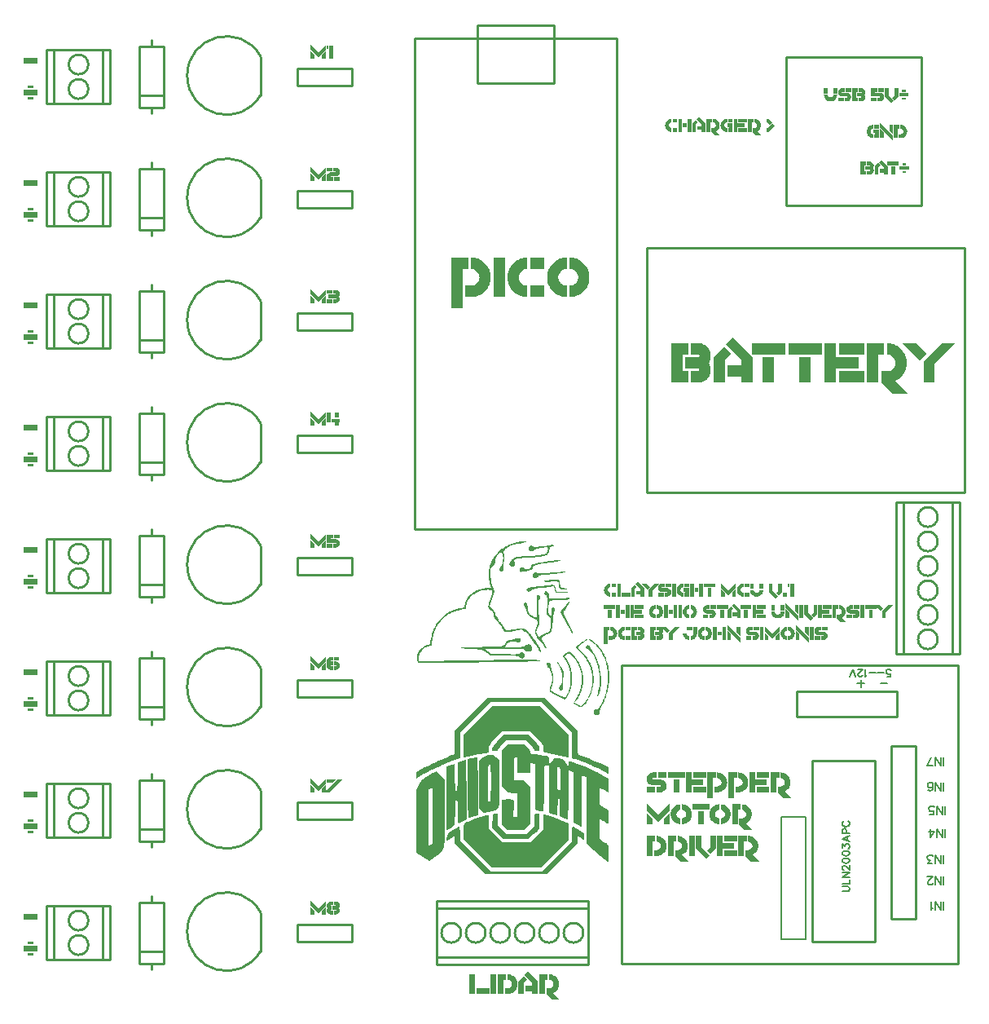
<source format=gto>
G04 Layer: TopSilkscreenLayer*
G04 EasyEDA v6.5.23, 2023-08-12 17:48:43*
G04 Gerber Generator version 0.2*
G04 Scale: 100 percent, Rotated: No, Reflected: No *
G04 Dimensions in millimeters *
G04 leading zeros omitted , absolute positions ,4 integer and 5 decimal *
%FSLAX45Y45*%
%MOMM*%

%ADD10C,0.2032*%
%ADD11C,0.2540*%
%ADD12C,0.2030*%

%LPD*%
G36*
X5449874Y7010146D02*
G01*
X5118354Y6675170D01*
X5118150Y6495745D01*
X5117795Y6475425D01*
X5117134Y6459372D01*
X5116271Y6447078D01*
X5115001Y6437985D01*
X5113324Y6431584D01*
X5112308Y6429248D01*
X5111191Y6427368D01*
X5109921Y6425895D01*
X5108549Y6424726D01*
X5105298Y6423152D01*
X5084775Y6415887D01*
X5061762Y6407099D01*
X5036667Y6397091D01*
X5009946Y6386068D01*
X4975047Y6371082D01*
X4946396Y6358483D01*
X4917643Y6345529D01*
X4875377Y6325920D01*
X4848352Y6313068D01*
X4822850Y6300571D01*
X4799279Y6288735D01*
X4778146Y6277660D01*
X4759909Y6267653D01*
X4744974Y6258915D01*
X4733798Y6251600D01*
X4726889Y6246114D01*
X4723130Y6242202D01*
X4720234Y6238036D01*
X4718202Y6233414D01*
X4716881Y6228130D01*
X4716272Y6221882D01*
X4716272Y6214465D01*
X4719116Y6174282D01*
X4795469Y6220612D01*
X4814417Y6231331D01*
X4835042Y6242558D01*
X4857140Y6254089D01*
X4880356Y6265773D01*
X4904486Y6277610D01*
X4935474Y6292240D01*
X4960569Y6303772D01*
X4985715Y6314948D01*
X5016652Y6328206D01*
X5046675Y6340500D01*
X5069586Y6349492D01*
X5091277Y6357518D01*
X5170627Y6385153D01*
X5170627Y6648348D01*
X5487924Y6965391D01*
X6017869Y6965391D01*
X6334810Y6648399D01*
X6334810Y6384899D01*
X6362446Y6377889D01*
X6379159Y6372809D01*
X6398717Y6366154D01*
X6420662Y6358178D01*
X6444437Y6348984D01*
X6469684Y6338874D01*
X6502552Y6325108D01*
X6529324Y6313525D01*
X6569202Y6295440D01*
X6601155Y6280251D01*
X6667449Y6247638D01*
X6694322Y6234734D01*
X6710070Y6227572D01*
X6712712Y6226606D01*
X6713931Y6229096D01*
X6714540Y6235852D01*
X6714540Y6245910D01*
X6713931Y6258153D01*
X6711645Y6289751D01*
X6626606Y6331813D01*
X6605066Y6341872D01*
X6581241Y6352641D01*
X6555790Y6363817D01*
X6509766Y6383375D01*
X6483858Y6394043D01*
X6459118Y6403898D01*
X6436360Y6412687D01*
X6407556Y6423152D01*
X6404356Y6424676D01*
X6402933Y6425844D01*
X6401714Y6427317D01*
X6400546Y6429197D01*
X6398666Y6434378D01*
X6397193Y6441897D01*
X6396126Y6452362D01*
X6395364Y6466230D01*
X6394602Y6506260D01*
X6394500Y6670751D01*
X6054801Y7010146D01*
G37*
G36*
X5502554Y6928053D02*
G01*
X5207914Y6633159D01*
X5208016Y6488988D01*
X5208524Y6455257D01*
X5209286Y6427419D01*
X5210302Y6407556D01*
X5210860Y6401206D01*
X5211470Y6397548D01*
X5211775Y6396888D01*
X5212638Y6396583D01*
X5216855Y6396685D01*
X5224221Y6397599D01*
X5234279Y6399225D01*
X5261051Y6404457D01*
X5294274Y6411823D01*
X5325313Y6419088D01*
X5355132Y6425692D01*
X5383326Y6431534D01*
X5407812Y6436258D01*
X5426456Y6439357D01*
X5469128Y6444742D01*
X5469178Y6490868D01*
X5469483Y6498336D01*
X5470296Y6505041D01*
X5471871Y6511340D01*
X5474411Y6517640D01*
X5478221Y6524294D01*
X5483555Y6531660D01*
X5490667Y6540195D01*
X5499709Y6550253D01*
X5524855Y6576415D01*
X5613704Y6666890D01*
X5895644Y6666890D01*
X5993028Y6568592D01*
X6006490Y6554520D01*
X6016853Y6543040D01*
X6024473Y6533540D01*
X6027420Y6529324D01*
X6029807Y6525310D01*
X6031738Y6521551D01*
X6033211Y6517792D01*
X6034328Y6514134D01*
X6035141Y6510324D01*
X6036056Y6502247D01*
X6036462Y6479082D01*
X6036919Y6471513D01*
X6037681Y6464858D01*
X6038748Y6459220D01*
X6040069Y6454546D01*
X6041694Y6451041D01*
X6043523Y6448602D01*
X6045606Y6447383D01*
X6066637Y6442811D01*
X6175400Y6420713D01*
X6297472Y6396532D01*
X6297472Y6633464D01*
X6002578Y6928053D01*
G37*
G36*
X5882995Y6629552D02*
G01*
X5622086Y6629095D01*
X5555996Y6557568D01*
X5541772Y6541719D01*
X5530392Y6528307D01*
X5521604Y6516979D01*
X5518048Y6511950D01*
X5512562Y6502958D01*
X5510530Y6498894D01*
X5509006Y6495084D01*
X5507837Y6491427D01*
X5507024Y6487871D01*
X5506567Y6484416D01*
X5506415Y6480962D01*
X5506567Y6473698D01*
X5507126Y6468110D01*
X5508396Y6464046D01*
X5510733Y6461252D01*
X5514390Y6459423D01*
X5519623Y6458458D01*
X5526836Y6458000D01*
X5544870Y6458051D01*
X5551678Y6458508D01*
X5556910Y6459372D01*
X5560771Y6460794D01*
X5563412Y6462826D01*
X5565038Y6465620D01*
X5565902Y6469227D01*
X5566460Y6476390D01*
X5567476Y6479540D01*
X5569102Y6483197D01*
X5571286Y6487312D01*
X5577281Y6496659D01*
X5585104Y6507124D01*
X5594451Y6518351D01*
X5605068Y6529781D01*
X5644032Y6569862D01*
X5860491Y6569862D01*
X5909411Y6521297D01*
X5920333Y6509562D01*
X5929934Y6498386D01*
X5937707Y6488226D01*
X5943346Y6479743D01*
X5945174Y6476288D01*
X5946343Y6473393D01*
X5947968Y6464808D01*
X5952286Y6460744D01*
X5960313Y6458559D01*
X5972860Y6457950D01*
X5981242Y6458000D01*
X5987592Y6458508D01*
X5992215Y6459677D01*
X5995365Y6461810D01*
X5997346Y6465214D01*
X5998464Y6470192D01*
X5998870Y6477050D01*
X5998870Y6490614D01*
X5998616Y6494881D01*
X5998057Y6498945D01*
X5997194Y6502857D01*
X5995974Y6506768D01*
X5994298Y6510731D01*
X5992164Y6514795D01*
X5989421Y6519113D01*
X5982157Y6528714D01*
X5971946Y6540246D01*
X5958382Y6554419D01*
G37*
G36*
X5663133Y6532575D02*
G01*
X5603443Y6472834D01*
X5603443Y6095441D01*
X5645302Y6054191D01*
X5655767Y6044285D01*
X5660288Y6040272D01*
X5664504Y6036919D01*
X5668518Y6034074D01*
X5672378Y6031687D01*
X5676290Y6029807D01*
X5680303Y6028334D01*
X5684570Y6027166D01*
X5689142Y6026353D01*
X5694222Y6025743D01*
X5706160Y6025184D01*
X5767628Y6025083D01*
X5767628Y5775096D01*
X5728208Y5775096D01*
X5734558Y5903061D01*
X5734812Y5915406D01*
X5734558Y5925820D01*
X5733694Y5934456D01*
X5733034Y5938113D01*
X5732119Y5941415D01*
X5731002Y5944362D01*
X5729630Y5946952D01*
X5728055Y5949238D01*
X5726176Y5951169D01*
X5724042Y5952845D01*
X5721553Y5954217D01*
X5718810Y5955385D01*
X5715711Y5956300D01*
X5708497Y5957468D01*
X5699760Y5957976D01*
X5689396Y5957925D01*
X5607202Y5954217D01*
X5603087Y5701436D01*
X5666282Y5637022D01*
X5837936Y5637022D01*
X5901944Y5699861D01*
X5901944Y6089091D01*
X5859983Y6130391D01*
X5849416Y6140500D01*
X5840628Y6147917D01*
X5836615Y6150762D01*
X5832652Y6153099D01*
X5828639Y6154928D01*
X5824423Y6156401D01*
X5819952Y6157518D01*
X5815025Y6158331D01*
X5803442Y6159195D01*
X5788660Y6159398D01*
X5728919Y6159398D01*
X5732526Y6324447D01*
X5733237Y6347256D01*
X5734100Y6364833D01*
X5735218Y6377787D01*
X5735878Y6382766D01*
X5737555Y6390182D01*
X5738622Y6392773D01*
X5739790Y6394754D01*
X5741162Y6396177D01*
X5742686Y6397142D01*
X5744413Y6397752D01*
X5748477Y6398209D01*
X5756249Y6397955D01*
X5758484Y6397498D01*
X5760364Y6396685D01*
X5761990Y6395313D01*
X5763361Y6393383D01*
X5764479Y6390741D01*
X5765393Y6387236D01*
X5766104Y6382816D01*
X5766663Y6377330D01*
X5767324Y6362801D01*
X5767578Y6342684D01*
X5767628Y6234023D01*
X5901944Y6234023D01*
X5901944Y6335522D01*
X5954217Y6329426D01*
X5954217Y5848553D01*
X5999835Y5838037D01*
X6026505Y5832551D01*
X6034684Y5831230D01*
X6036868Y5831078D01*
X6037173Y5831230D01*
X6037732Y5832703D01*
X6038342Y5835599D01*
X6039408Y5845505D01*
X6040374Y5860592D01*
X6041237Y5880557D01*
X6042660Y5933846D01*
X6043472Y6002680D01*
X6043676Y6042101D01*
X6043777Y6170015D01*
X6043980Y6211722D01*
X6044946Y6258458D01*
X6046266Y6280454D01*
X6047130Y6289040D01*
X6048197Y6296152D01*
X6049467Y6301994D01*
X6050940Y6306566D01*
X6052667Y6310020D01*
X6054598Y6312509D01*
X6056884Y6314135D01*
X6059373Y6314998D01*
X6062218Y6315202D01*
X6065367Y6314948D01*
X6072733Y6313220D01*
X6096000Y6306921D01*
X6096000Y6235649D01*
X6179058Y6235649D01*
X6179312Y6252464D01*
X6179870Y6265824D01*
X6180937Y6276086D01*
X6181648Y6280099D01*
X6182512Y6283502D01*
X6183477Y6286246D01*
X6184646Y6288430D01*
X6185966Y6290106D01*
X6187490Y6291275D01*
X6189167Y6291986D01*
X6191046Y6292291D01*
X6193078Y6292240D01*
X6197904Y6291224D01*
X6205016Y6288532D01*
X6206337Y6287566D01*
X6207556Y6286296D01*
X6208674Y6284722D01*
X6209690Y6282690D01*
X6211366Y6277203D01*
X6212687Y6269482D01*
X6213703Y6259169D01*
X6214465Y6245809D01*
X6214973Y6228994D01*
X6215380Y6183426D01*
X6215380Y6053886D01*
X6196228Y6056630D01*
X6192215Y6057696D01*
X6190488Y6058560D01*
X6188964Y6059779D01*
X6187643Y6061405D01*
X6186474Y6063538D01*
X6185408Y6066231D01*
X6183731Y6073800D01*
X6182512Y6084773D01*
X6181598Y6099810D01*
X6180886Y6119622D01*
X6179769Y6176213D01*
X6179058Y6235649D01*
X6096000Y6235649D01*
X6096000Y5816701D01*
X6142532Y5802934D01*
X6157264Y5798820D01*
X6169406Y5795721D01*
X6177432Y5793994D01*
X6179413Y5793740D01*
X6180074Y5794197D01*
X6181242Y5797600D01*
X6182360Y5804154D01*
X6183325Y5813399D01*
X6184138Y5825083D01*
X6184798Y5838748D01*
X6185509Y5870803D01*
X6185763Y5913983D01*
X6186271Y5931052D01*
X6187084Y5944108D01*
X6188303Y5953506D01*
X6189116Y5957062D01*
X6190030Y5959856D01*
X6191046Y5961989D01*
X6192266Y5963564D01*
X6193586Y5964631D01*
X6195060Y5965190D01*
X6196736Y5965393D01*
X6198412Y5965190D01*
X6199886Y5964580D01*
X6201257Y5963462D01*
X6202426Y5961786D01*
X6203492Y5959500D01*
X6205169Y5952744D01*
X6206388Y5942634D01*
X6207201Y5928664D01*
X6207709Y5910224D01*
X6207912Y5886856D01*
X6207912Y5780836D01*
X6254038Y5761685D01*
X6268720Y5755995D01*
X6280810Y5751677D01*
X6288938Y5749290D01*
X6291021Y5748985D01*
X6291529Y5749798D01*
X6292545Y5756402D01*
X6293510Y5769000D01*
X6294424Y5787136D01*
X6295237Y5810250D01*
X6296507Y5869330D01*
X6297269Y5941923D01*
X6297879Y6136081D01*
X6298387Y6195161D01*
X6299454Y6249009D01*
X6299860Y6255613D01*
X6300114Y6256426D01*
X6308852Y6254038D01*
X6326225Y6248247D01*
X6349695Y6240068D01*
X6349695Y5714746D01*
X6399276Y5690514D01*
X6414516Y5683300D01*
X6426657Y5677814D01*
X6434124Y5674766D01*
X6435699Y5674360D01*
X6436004Y5675223D01*
X6436563Y5682081D01*
X6437579Y5714136D01*
X6438392Y5766968D01*
X6439001Y5836158D01*
X6439255Y6203442D01*
X6484061Y6187795D01*
X6484061Y5495137D01*
X6633819Y5370830D01*
X6674154Y5337708D01*
X6698081Y5318404D01*
X6709460Y5309920D01*
X6711848Y5308650D01*
X6712356Y5309463D01*
X6713220Y5315458D01*
X6714032Y5326684D01*
X6714642Y5342229D01*
X6715353Y5383072D01*
X6715150Y5428538D01*
X6714591Y5445760D01*
X6713778Y5459222D01*
X6712508Y5469331D01*
X6710832Y5476595D01*
X6709765Y5479237D01*
X6708597Y5481421D01*
X6707276Y5483047D01*
X6705853Y5484266D01*
X6700266Y5487263D01*
X6697624Y5490108D01*
X6696557Y5493207D01*
X6697319Y5496204D01*
X6698437Y5498693D01*
X6698386Y5500471D01*
X6697218Y5501284D01*
X6694982Y5501030D01*
X6692950Y5501132D01*
X6689648Y5502300D01*
X6685330Y5504332D01*
X6680098Y5507228D01*
X6667601Y5515102D01*
X6653580Y5525109D01*
X6618833Y5551220D01*
X6618376Y5756808D01*
X6643471Y5743244D01*
X6654190Y5736996D01*
X6665772Y5729935D01*
X6690918Y5713628D01*
X6699250Y5708751D01*
X6705853Y5705449D01*
X6709765Y5704230D01*
X6710527Y5704890D01*
X6711289Y5706770D01*
X6712610Y5713831D01*
X6713728Y5724804D01*
X6714642Y5739028D01*
X6715201Y5755792D01*
X6715404Y5774385D01*
X6715404Y5844590D01*
X6618376Y5901334D01*
X6618376Y6025235D01*
X6618528Y6038951D01*
X6619494Y6054699D01*
X6620814Y6062116D01*
X6621678Y6064961D01*
X6622796Y6067298D01*
X6624066Y6069076D01*
X6625590Y6070346D01*
X6627368Y6071108D01*
X6629400Y6071463D01*
X6631736Y6071311D01*
X6637274Y6069838D01*
X6644182Y6066739D01*
X6652564Y6062268D01*
X6686397Y6043168D01*
X6697065Y6037732D01*
X6705244Y6034024D01*
X6708038Y6033008D01*
X6709765Y6032652D01*
X6710527Y6033262D01*
X6711289Y6035141D01*
X6712610Y6042253D01*
X6713728Y6053226D01*
X6714642Y6067501D01*
X6715201Y6084265D01*
X6715404Y6102908D01*
X6715404Y6173266D01*
X6667601Y6202019D01*
X6646824Y6213906D01*
X6624066Y6226251D01*
X6599681Y6238849D01*
X6574078Y6251549D01*
X6541007Y6267348D01*
X6500622Y6285636D01*
X6467297Y6300063D01*
X6441389Y6310782D01*
X6416497Y6320586D01*
X6393078Y6329375D01*
X6371488Y6336893D01*
X6352133Y6343040D01*
X6343396Y6345580D01*
X6328003Y6349339D01*
X6297472Y6355130D01*
X6296507Y6282537D01*
X6274562Y6331712D01*
X6268821Y6343142D01*
X6266027Y6348120D01*
X6263132Y6352692D01*
X6260134Y6356756D01*
X6257036Y6360515D01*
X6253734Y6363868D01*
X6250178Y6366916D01*
X6246317Y6369608D01*
X6242100Y6372098D01*
X6237528Y6374333D01*
X6232499Y6376365D01*
X6227013Y6378244D01*
X6214313Y6381597D01*
X6199124Y6384594D01*
X6180988Y6387592D01*
X6168136Y6389319D01*
X6163056Y6389624D01*
X6158636Y6389370D01*
X6154674Y6388557D01*
X6151016Y6386982D01*
X6147460Y6384594D01*
X6143802Y6381292D01*
X6139942Y6376974D01*
X6135624Y6371590D01*
X6099708Y6321755D01*
X6096812Y6376771D01*
X6096203Y6384239D01*
X6095187Y6390538D01*
X6094374Y6393230D01*
X6093358Y6395720D01*
X6092088Y6398006D01*
X6090513Y6400038D01*
X6088583Y6401917D01*
X6086297Y6403644D01*
X6083604Y6405168D01*
X6080455Y6406591D01*
X6076848Y6407912D01*
X6068009Y6410248D01*
X6056782Y6412331D01*
X6042863Y6414363D01*
X5956198Y6424574D01*
X5936538Y6427114D01*
X5922314Y6429502D01*
X5916980Y6430772D01*
X5912662Y6432042D01*
X5909259Y6433464D01*
X5906668Y6435039D01*
X5904788Y6436766D01*
X5903468Y6438747D01*
X5902655Y6440982D01*
X5902198Y6443522D01*
X5901944Y6449669D01*
X5901436Y6454495D01*
X5899912Y6459829D01*
X5897372Y6465671D01*
X5893816Y6471920D01*
X5889345Y6478625D01*
X5883960Y6485636D01*
X5877712Y6492951D01*
X5870549Y6500571D01*
X5839155Y6532575D01*
G37*
G36*
X5494223Y6419596D02*
G01*
X5481980Y6418986D01*
X5467502Y6417462D01*
X5450484Y6415227D01*
X5445353Y6414008D01*
X5439511Y6411874D01*
X5433161Y6408877D01*
X5426456Y6405118D01*
X5419598Y6400698D01*
X5412790Y6395821D01*
X5406237Y6390538D01*
X5400090Y6384950D01*
X5372100Y6357874D01*
X5372100Y6074206D01*
X5461660Y6074206D01*
X5461812Y6210604D01*
X5462168Y6251092D01*
X5463032Y6279642D01*
X5463692Y6290106D01*
X5464454Y6298336D01*
X5465470Y6304635D01*
X5466689Y6309207D01*
X5468112Y6312408D01*
X5469788Y6314440D01*
X5471769Y6315557D01*
X5474004Y6316014D01*
X5477916Y6316116D01*
X5480304Y6315862D01*
X5482437Y6315100D01*
X5484215Y6313576D01*
X5485790Y6311087D01*
X5487111Y6307277D01*
X5488228Y6301994D01*
X5489092Y6294882D01*
X5489854Y6285738D01*
X5490819Y6260388D01*
X5491327Y6223812D01*
X5491480Y6065977D01*
X5491226Y6019749D01*
X5490565Y5986068D01*
X5490108Y5973216D01*
X5489448Y5962751D01*
X5488635Y5954420D01*
X5487670Y5947918D01*
X5486450Y5942990D01*
X5485028Y5939434D01*
X5483301Y5936945D01*
X5482386Y5935980D01*
X5480304Y5934659D01*
X5477916Y5933744D01*
X5474004Y5932779D01*
X5471718Y5932627D01*
X5469788Y5933186D01*
X5468874Y5933795D01*
X5467299Y5935878D01*
X5465978Y5939332D01*
X5464911Y5944362D01*
X5463997Y5951270D01*
X5463286Y5960364D01*
X5462320Y5985916D01*
X5461863Y6023203D01*
X5461660Y6074206D01*
X5372100Y6074206D01*
X5372100Y5863844D01*
X5420614Y5817514D01*
X5502097Y5834735D01*
X5533796Y5841898D01*
X5537352Y5843219D01*
X5541314Y5845454D01*
X5545480Y5848502D01*
X5549798Y5852160D01*
X5554065Y5856376D01*
X5558231Y5861050D01*
X5562092Y5865977D01*
X5566613Y5872886D01*
X5568645Y5876391D01*
X5571286Y5881827D01*
X5572861Y5885789D01*
X5574233Y5890260D01*
X5575452Y5895390D01*
X5576519Y5901283D01*
X5577433Y5908243D01*
X5578856Y5925769D01*
X5579872Y5949289D01*
X5580532Y5980226D01*
X5580888Y6019850D01*
X5581040Y6069584D01*
X5581040Y6365341D01*
X5548528Y6397040D01*
X5540603Y6404051D01*
X5533186Y6409690D01*
X5529478Y6411976D01*
X5521909Y6415582D01*
X5517946Y6416954D01*
X5513781Y6418021D01*
X5504688Y6419342D01*
X5499658Y6419596D01*
G37*
G36*
X5347055Y6393535D02*
G01*
X5338876Y6393129D01*
X5328158Y6391808D01*
X5309819Y6388303D01*
X5278374Y6381445D01*
X5252720Y6375552D01*
X5252821Y6008268D01*
X5253329Y5932982D01*
X5254193Y5868009D01*
X5255361Y5816295D01*
X5256733Y5780836D01*
X5257495Y5770118D01*
X5258308Y5764631D01*
X5258714Y5763920D01*
X5264708Y5765139D01*
X5276545Y5768492D01*
X5292547Y5773470D01*
X5357164Y5795111D01*
X5357063Y6152286D01*
X5356606Y6225743D01*
X5355793Y6289395D01*
X5354726Y6340246D01*
X5353405Y6375400D01*
X5352694Y6386220D01*
X5351983Y6391960D01*
X5351576Y6392875D01*
G37*
G36*
X5232196Y6367780D02*
G01*
X5226913Y6366611D01*
X5203139Y6360160D01*
X5148529Y6344158D01*
X5145836Y6153404D01*
X5144770Y6109411D01*
X5144058Y6093002D01*
X5143195Y6079947D01*
X5142179Y6069736D01*
X5140909Y6062065D01*
X5139385Y6056528D01*
X5137556Y6052820D01*
X5136540Y6051499D01*
X5134203Y6049772D01*
X5131409Y6048908D01*
X5128666Y6048654D01*
X5127396Y6048857D01*
X5126278Y6049314D01*
X5124297Y6051245D01*
X5123434Y6052820D01*
X5122011Y6057442D01*
X5120843Y6064250D01*
X5119979Y6073648D01*
X5119319Y6086043D01*
X5118862Y6101791D01*
X5118455Y6144869D01*
X5118100Y6243980D01*
X5117642Y6275578D01*
X5117033Y6301282D01*
X5115864Y6325971D01*
X5115407Y6329730D01*
X5114950Y6331051D01*
X5110327Y6329832D01*
X5086451Y6321602D01*
X5028844Y6300114D01*
X5028946Y5887212D01*
X5029809Y5748680D01*
X5030470Y5696661D01*
X5031282Y5659424D01*
X5032197Y5639612D01*
X5032654Y5637022D01*
X5034280Y5637580D01*
X5041798Y5641644D01*
X5053888Y5649010D01*
X5069027Y5658662D01*
X5118049Y5691174D01*
X5120741Y5857290D01*
X5121859Y5895594D01*
X5122570Y5909868D01*
X5123434Y5921349D01*
X5124450Y5930341D01*
X5125720Y5937097D01*
X5127244Y5942025D01*
X5128107Y5943904D01*
X5130088Y5946597D01*
X5132425Y5948222D01*
X5135168Y5949035D01*
X5138470Y5949289D01*
X5139842Y5948984D01*
X5141112Y5948324D01*
X5142280Y5947156D01*
X5143296Y5945530D01*
X5144973Y5940450D01*
X5146192Y5932525D01*
X5147106Y5921248D01*
X5147665Y5906008D01*
X5148021Y5886348D01*
X5148224Y5821832D01*
X5148681Y5785053D01*
X5149697Y5753658D01*
X5151120Y5729681D01*
X5151932Y5721146D01*
X5153304Y5713222D01*
X5153812Y5712053D01*
X5154269Y5711647D01*
X5156301Y5712053D01*
X5164328Y5714847D01*
X5176418Y5719927D01*
X5191150Y5726582D01*
X5237784Y5748985D01*
X5237683Y6110782D01*
X5237276Y6188049D01*
X5236514Y6255258D01*
X5235448Y6309360D01*
X5234178Y6347358D01*
X5233466Y6359347D01*
X5232755Y6366205D01*
G37*
G36*
X4924145Y6248958D02*
G01*
X4921910Y6248095D01*
X4909261Y6241643D01*
X4887976Y6230162D01*
X4860544Y6214973D01*
X4814062Y6188506D01*
X4802022Y6181242D01*
X4791964Y6174689D01*
X4783582Y6168542D01*
X4776419Y6162548D01*
X4770272Y6156299D01*
X4764786Y6149543D01*
X4759553Y6141974D01*
X4754321Y6133287D01*
X4748682Y6123178D01*
X4714595Y6058662D01*
X4716802Y5741924D01*
X4842256Y5741924D01*
X4842256Y6062878D01*
X4866030Y6072276D01*
X4872532Y6074562D01*
X4877917Y6076137D01*
X4881422Y6076848D01*
X4881829Y6076238D01*
X4882540Y6071057D01*
X4883251Y6060948D01*
X4883962Y6046317D01*
X4885131Y6004763D01*
X4886096Y5949188D01*
X4886909Y5845708D01*
X4887010Y5497626D01*
X4860391Y5485638D01*
X4853584Y5482844D01*
X4848453Y5481015D01*
X4845659Y5480304D01*
X4845405Y5481015D01*
X4844948Y5486247D01*
X4844135Y5511241D01*
X4843424Y5553100D01*
X4842814Y5609031D01*
X4842256Y5741924D01*
X4716802Y5741924D01*
X4719116Y5402529D01*
X4848148Y5314543D01*
X4937150Y5381142D01*
X4956251Y5395772D01*
X4963312Y5401665D01*
X4969814Y5407609D01*
X4977536Y5415737D01*
X4984292Y5424373D01*
X4987290Y5428945D01*
X4990134Y5433822D01*
X4992725Y5438952D01*
X4995113Y5444388D01*
X4997297Y5450179D01*
X4999329Y5456428D01*
X5001158Y5463032D01*
X5004358Y5477814D01*
X5006949Y5494731D01*
X5008930Y5514187D01*
X5010505Y5536438D01*
X5011623Y5561838D01*
X5012436Y5590641D01*
X5013198Y5659729D01*
X5013909Y6163614D01*
X4964887Y6212078D01*
X4943703Y6232347D01*
X4928920Y6245606D01*
X4925009Y6248552D01*
G37*
G36*
X5954115Y5813958D02*
G01*
X5952388Y5813298D01*
X5950915Y5811672D01*
X5949746Y5809081D01*
X5948781Y5805271D01*
X5948070Y5800242D01*
X5947511Y5793790D01*
X5946902Y5776163D01*
X5946749Y5764682D01*
X5946749Y5684926D01*
X5857900Y5599734D01*
X5652363Y5599734D01*
X5566156Y5685078D01*
X5566105Y5754776D01*
X5565698Y5770473D01*
X5564987Y5784443D01*
X5563971Y5796076D01*
X5562701Y5804712D01*
X5562041Y5807659D01*
X5561279Y5809691D01*
X5560517Y5810656D01*
X5556605Y5811418D01*
X5550001Y5811367D01*
X5541670Y5810605D01*
X5532577Y5809132D01*
X5510174Y5804814D01*
X5506008Y5663133D01*
X5623153Y5546750D01*
X5880760Y5546648D01*
X5937300Y5597448D01*
X5959856Y5618378D01*
X5968695Y5627166D01*
X5976112Y5635244D01*
X5982157Y5642762D01*
X5987084Y5650026D01*
X5990945Y5657240D01*
X5993841Y5664657D01*
X5995924Y5672531D01*
X5997397Y5681065D01*
X5998260Y5690514D01*
X5998768Y5701182D01*
X5998972Y5734456D01*
X5998819Y5763615D01*
X5998159Y5783986D01*
X5997600Y5791352D01*
X5996736Y5797143D01*
X5995619Y5801461D01*
X5994196Y5804560D01*
X5992418Y5806643D01*
X5990285Y5807913D01*
X5987694Y5808522D01*
X5978144Y5809030D01*
X5971082Y5809996D01*
X5964275Y5811469D01*
X5956147Y5813907D01*
G37*
G36*
X6045403Y5799175D02*
G01*
X6043726Y5798921D01*
X6042304Y5798261D01*
X6041085Y5797042D01*
X6040018Y5795162D01*
X6039104Y5792622D01*
X6037783Y5785053D01*
X6036919Y5773775D01*
X6036462Y5758078D01*
X6036310Y5647944D01*
X5897930Y5510174D01*
X5610910Y5510174D01*
X5468670Y5651246D01*
X5469839Y5732627D01*
X5469839Y5767070D01*
X5469534Y5780379D01*
X5469077Y5790184D01*
X5468467Y5795721D01*
X5468112Y5796635D01*
X5465267Y5796991D01*
X5459628Y5796483D01*
X5451906Y5795111D01*
X5436971Y5791555D01*
X5411470Y5784494D01*
X5384393Y5776315D01*
X5349697Y5764936D01*
X5322265Y5755386D01*
X5296103Y5745683D01*
X5272074Y5736234D01*
X5251043Y5727344D01*
X5241899Y5723229D01*
X5227015Y5715762D01*
X5221427Y5712510D01*
X5217261Y5709615D01*
X5216093Y5708396D01*
X5215026Y5706719D01*
X5214010Y5704433D01*
X5212232Y5698337D01*
X5210810Y5689955D01*
X5209641Y5679287D01*
X5208778Y5666282D01*
X5208219Y5650839D01*
X5207965Y5632907D01*
X5207914Y5543600D01*
X5502859Y5248960D01*
X6010148Y5249062D01*
X6297472Y5537555D01*
X6297472Y5710174D01*
X6219393Y5742787D01*
X6200648Y5750204D01*
X6177381Y5758840D01*
X6157722Y5765647D01*
X6136030Y5772708D01*
X6082792Y5788761D01*
X6049365Y5798464D01*
G37*
G36*
X5165039Y5681624D02*
G01*
X5161330Y5680100D01*
X5153761Y5675884D01*
X5129631Y5660948D01*
X5097830Y5640070D01*
X5082794Y5629706D01*
X5069941Y5620410D01*
X5059222Y5612079D01*
X5050586Y5604611D01*
X5043881Y5598007D01*
X5039156Y5592165D01*
X5037429Y5589473D01*
X5036210Y5586984D01*
X5035397Y5584596D01*
X5034991Y5582412D01*
X5032552Y5551220D01*
X5032248Y5545124D01*
X5032298Y5540146D01*
X5032857Y5536285D01*
X5033975Y5533491D01*
X5035753Y5531815D01*
X5038140Y5531256D01*
X5041341Y5531815D01*
X5045405Y5533491D01*
X5050332Y5536285D01*
X5056276Y5540146D01*
X5063286Y5545124D01*
X5078374Y5556453D01*
X5091582Y5565800D01*
X5102555Y5572861D01*
X5110022Y5576824D01*
X5112004Y5577332D01*
X5113274Y5576519D01*
X5114442Y5574233D01*
X5115560Y5570626D01*
X5116474Y5565800D01*
X5117287Y5560009D01*
X5117896Y5553303D01*
X5118252Y5545988D01*
X5118354Y5498846D01*
X5435650Y5181803D01*
X6076188Y5181803D01*
X6393992Y5506415D01*
X6394399Y5548985D01*
X6395212Y5561685D01*
X6396634Y5571236D01*
X6397447Y5574538D01*
X6398412Y5576620D01*
X6399377Y5577332D01*
X6403238Y5575858D01*
X6410045Y5571845D01*
X6418834Y5565902D01*
X6438544Y5551424D01*
X6447231Y5545480D01*
X6453835Y5541467D01*
X6457442Y5539994D01*
X6459067Y5542635D01*
X6460439Y5549696D01*
X6461302Y5560212D01*
X6461658Y5578754D01*
X6461252Y5588406D01*
X6460744Y5592521D01*
X6459931Y5596229D01*
X6458762Y5599684D01*
X6457137Y5602935D01*
X6455003Y5606135D01*
X6452260Y5609336D01*
X6448856Y5612688D01*
X6444742Y5616194D01*
X6434023Y5624169D01*
X6378702Y5661202D01*
X6368999Y5667349D01*
X6360820Y5672074D01*
X6354064Y5675325D01*
X6348577Y5677001D01*
X6346240Y5677204D01*
X6344208Y5677052D01*
X6342430Y5676442D01*
X6340906Y5675426D01*
X6339586Y5673953D01*
X6338417Y5672023D01*
X6337503Y5669635D01*
X6336741Y5666841D01*
X6335623Y5659729D01*
X6335014Y5650687D01*
X6334760Y5639612D01*
X6334810Y5522061D01*
X6025438Y5211673D01*
X5487670Y5211673D01*
X5170627Y5528970D01*
X5170576Y5615736D01*
X5170170Y5635040D01*
X5169458Y5651957D01*
X5168442Y5665774D01*
X5167172Y5675680D01*
X5166512Y5678932D01*
X5165750Y5680964D01*
G37*
G36*
X5811367Y8634171D02*
G01*
X5799785Y8633866D01*
X5789168Y8633206D01*
X5779058Y8632190D01*
X5769152Y8630666D01*
X5759043Y8628634D01*
X5748477Y8625992D01*
X5737047Y8622690D01*
X5710123Y8613851D01*
X5698032Y8609482D01*
X5686196Y8604808D01*
X5674614Y8599881D01*
X5663387Y8594648D01*
X5652414Y8589162D01*
X5641746Y8583371D01*
X5631332Y8577326D01*
X5621274Y8571077D01*
X5611469Y8564524D01*
X5601970Y8557717D01*
X5592826Y8550706D01*
X5583936Y8543391D01*
X5575401Y8535873D01*
X5567121Y8528151D01*
X5559196Y8520176D01*
X5551627Y8511997D01*
X5544312Y8503564D01*
X5537352Y8494979D01*
X5530697Y8486140D01*
X5524398Y8477097D01*
X5518404Y8467902D01*
X5512765Y8458454D01*
X5507482Y8448852D01*
X5502503Y8439099D01*
X5497880Y8429142D01*
X5493562Y8418982D01*
X5489651Y8408720D01*
X5486044Y8398256D01*
X5482844Y8387638D01*
X5479948Y8376869D01*
X5477408Y8365947D01*
X5475274Y8354872D01*
X5473446Y8343696D01*
X5472023Y8332368D01*
X5470956Y8320887D01*
X5470245Y8309305D01*
X5469890Y8297621D01*
X5469940Y8285784D01*
X5470398Y8273846D01*
X5471210Y8261807D01*
X5472379Y8249716D01*
X5473954Y8237474D01*
X5475884Y8225180D01*
X5478272Y8212785D01*
X5481015Y8200288D01*
X5492750Y8155330D01*
X5436920Y8150606D01*
X5423154Y8149031D01*
X5409793Y8146999D01*
X5396788Y8144560D01*
X5384241Y8141716D01*
X5372100Y8138414D01*
X5360365Y8134756D01*
X5349036Y8130692D01*
X5338165Y8126222D01*
X5327751Y8121345D01*
X5317744Y8116062D01*
X5308142Y8110372D01*
X5299049Y8104327D01*
X5290362Y8097875D01*
X5282133Y8091068D01*
X5274310Y8083854D01*
X5266994Y8076234D01*
X5260136Y8068259D01*
X5253736Y8059928D01*
X5247792Y8051190D01*
X5242356Y8042097D01*
X5237378Y8032648D01*
X5232857Y8022844D01*
X5228844Y8012633D01*
X5225288Y8002117D01*
X5222240Y7991195D01*
X5212384Y7948015D01*
X5174386Y7943240D01*
X5162194Y7941309D01*
X5150154Y7938973D01*
X5138318Y7936230D01*
X5126583Y7933131D01*
X5115052Y7929625D01*
X5103723Y7925765D01*
X5092547Y7921498D01*
X5081574Y7916875D01*
X5070805Y7911896D01*
X5060238Y7906613D01*
X5049824Y7900924D01*
X5039715Y7894929D01*
X5029758Y7888579D01*
X5020056Y7881874D01*
X5010556Y7874863D01*
X5001310Y7867548D01*
X4992319Y7859928D01*
X4983581Y7851952D01*
X4975098Y7843723D01*
X4966868Y7835188D01*
X4958943Y7826349D01*
X4951222Y7817256D01*
X4943856Y7807858D01*
X4936744Y7798206D01*
X4929886Y7788300D01*
X4923383Y7778089D01*
X4917135Y7767675D01*
X4908397Y7751572D01*
X4902962Y7740497D01*
X4897882Y7729220D01*
X4893106Y7717739D01*
X4888687Y7706004D01*
X4884572Y7694015D01*
X4880813Y7681874D01*
X4877460Y7669530D01*
X4874412Y7656982D01*
X4862728Y7598257D01*
X4859477Y7584186D01*
X4858054Y7578953D01*
X4856683Y7574788D01*
X4855362Y7571536D01*
X4853990Y7569149D01*
X4852517Y7567422D01*
X4850993Y7566253D01*
X4849266Y7565593D01*
X4845202Y7565085D01*
X4838496Y7564831D01*
X4833924Y7564018D01*
X4829098Y7562748D01*
X4823968Y7560970D01*
X4818684Y7558786D01*
X4807661Y7553248D01*
X4796282Y7546289D01*
X4784852Y7538212D01*
X4773625Y7529271D01*
X4762957Y7519619D01*
X4753102Y7509560D01*
X4744415Y7499350D01*
X4740605Y7494219D01*
X4737150Y7489139D01*
X4734153Y7484160D01*
X4731613Y7479233D01*
X4729581Y7474508D01*
X4727244Y7467650D01*
X4725416Y7460691D01*
X4723993Y7453630D01*
X4723028Y7446518D01*
X4722469Y7439406D01*
X4722317Y7432446D01*
X4722520Y7425537D01*
X4723130Y7418882D01*
X4724095Y7412431D01*
X4725416Y7406284D01*
X4727092Y7400442D01*
X4729073Y7395057D01*
X4731359Y7390130D01*
X4733899Y7385659D01*
X4736795Y7381798D01*
X4739894Y7378547D01*
X4743297Y7375956D01*
X4746904Y7374128D01*
X4750765Y7373061D01*
X4757216Y7372858D01*
X5090668Y7377582D01*
X5636056Y7384745D01*
X5794044Y7387285D01*
X5853277Y7388504D01*
X5900978Y7389774D01*
X5938316Y7391044D01*
X5966409Y7392416D01*
X5986475Y7393940D01*
X5999683Y7395616D01*
X6004052Y7396530D01*
X6007201Y7397496D01*
X6009182Y7398562D01*
X6010198Y7399629D01*
X6010402Y7400239D01*
X6010097Y7401763D01*
X6009589Y7402372D01*
X6008319Y7402931D01*
X6003086Y7403896D01*
X5994044Y7404760D01*
X5981192Y7405420D01*
X5964275Y7405928D01*
X5918047Y7406436D01*
X5854242Y7406284D01*
X5771997Y7405522D01*
X5266486Y7398715D01*
X4741875Y7392162D01*
X4741875Y7425131D01*
X4742027Y7430617D01*
X4742484Y7436154D01*
X4744364Y7447229D01*
X4745685Y7452766D01*
X4747310Y7458303D01*
X4751374Y7469225D01*
X4753711Y7474610D01*
X4759147Y7485024D01*
X4765344Y7495031D01*
X4772304Y7504480D01*
X4779873Y7513167D01*
X4783836Y7517231D01*
X4792167Y7524648D01*
X4796536Y7528001D01*
X4805426Y7533843D01*
X4809998Y7536332D01*
X4814620Y7538516D01*
X4819294Y7540345D01*
X4824018Y7541869D01*
X4828692Y7543038D01*
X4844999Y7546390D01*
X4857242Y7549438D01*
X4862068Y7551064D01*
X4866132Y7552893D01*
X4869535Y7554975D01*
X4872278Y7557414D01*
X4874564Y7560309D01*
X4876393Y7563713D01*
X4877866Y7567726D01*
X4879035Y7572451D01*
X4880965Y7584338D01*
X4884420Y7613497D01*
X4886350Y7626756D01*
X4888687Y7639710D01*
X4891278Y7652410D01*
X4894224Y7664856D01*
X4897424Y7677099D01*
X4901031Y7689037D01*
X4904892Y7700721D01*
X4909058Y7712151D01*
X4913579Y7723276D01*
X4918354Y7734198D01*
X4923485Y7744815D01*
X4928870Y7755178D01*
X4934610Y7765237D01*
X4940604Y7775041D01*
X4946904Y7784592D01*
X4953558Y7793888D01*
X4960467Y7802829D01*
X4967630Y7811566D01*
X4979009Y7824114D01*
X4986934Y7832090D01*
X4995164Y7839811D01*
X5003698Y7847228D01*
X5012486Y7854391D01*
X5021580Y7861198D01*
X5030927Y7867751D01*
X5040579Y7874000D01*
X5050485Y7879994D01*
X5060696Y7885633D01*
X5071160Y7891018D01*
X5087416Y7898485D01*
X5098592Y7903108D01*
X5110022Y7907426D01*
X5121706Y7911388D01*
X5133695Y7915097D01*
X5145938Y7918450D01*
X5158435Y7921498D01*
X5171186Y7924241D01*
X5203393Y7930388D01*
X5210911Y7932216D01*
X5217160Y7934198D01*
X5222290Y7936331D01*
X5226405Y7938770D01*
X5229606Y7941513D01*
X5231942Y7944662D01*
X5233619Y7948371D01*
X5234686Y7952587D01*
X5235244Y7957464D01*
X5235549Y7968183D01*
X5236514Y7978241D01*
X5238292Y7988198D01*
X5240832Y7998002D01*
X5244236Y8007603D01*
X5248300Y8017052D01*
X5253126Y8026298D01*
X5258663Y8035340D01*
X5264810Y8044078D01*
X5271617Y8052612D01*
X5278983Y8060791D01*
X5286959Y8068665D01*
X5295442Y8076234D01*
X5304434Y8083397D01*
X5313934Y8090204D01*
X5323840Y8096605D01*
X5334152Y8102549D01*
X5344871Y8108086D01*
X5355945Y8113115D01*
X5367324Y8117687D01*
X5379008Y8121751D01*
X5390946Y8125256D01*
X5403138Y8128253D01*
X5415483Y8130590D01*
X5428030Y8132368D01*
X5440730Y8133537D01*
X5453532Y8134045D01*
X5466384Y8133943D01*
X5477814Y8133232D01*
X5486501Y8132165D01*
X5490210Y8131454D01*
X5493562Y8130540D01*
X5496458Y8129422D01*
X5498998Y8128050D01*
X5501132Y8126374D01*
X5502910Y8124444D01*
X5504281Y8122158D01*
X5505297Y8119465D01*
X5505907Y8116417D01*
X5506212Y8112963D01*
X5506110Y8109000D01*
X5504789Y8099602D01*
X5502148Y8088020D01*
X5498084Y8073948D01*
X5485993Y8037474D01*
X5478881Y8016748D01*
X5473141Y7999272D01*
X5468874Y7984540D01*
X5466080Y7972145D01*
X5465267Y7966760D01*
X5464810Y7961782D01*
X5464810Y7957159D01*
X5465165Y7952943D01*
X5465978Y7948930D01*
X5467197Y7945221D01*
X5468823Y7941665D01*
X5470956Y7938211D01*
X5473496Y7934858D01*
X5476494Y7931505D01*
X5483860Y7924698D01*
X5493156Y7917383D01*
X5509463Y7905191D01*
X5513527Y7901533D01*
X5516676Y7897875D01*
X5519013Y7894167D01*
X5520588Y7890205D01*
X5521502Y7885836D01*
X5521807Y7880959D01*
X5521452Y7871561D01*
X5521553Y7867802D01*
X5522010Y7864094D01*
X5522772Y7860334D01*
X5523941Y7856474D01*
X5525566Y7852511D01*
X5527598Y7848295D01*
X5530088Y7843875D01*
X5536692Y7834020D01*
X5540806Y7828483D01*
X5550966Y7816037D01*
X5574131Y7789621D01*
X5580583Y7781645D01*
X5587644Y7772247D01*
X5594858Y7762036D01*
X5601868Y7751572D01*
X5608320Y7741361D01*
X5620867Y7720126D01*
X5626557Y7711643D01*
X5629300Y7708087D01*
X5632094Y7704937D01*
X5634888Y7702194D01*
X5637885Y7699908D01*
X5640984Y7697978D01*
X5644337Y7696403D01*
X5647994Y7695234D01*
X5651957Y7694422D01*
X5656326Y7693914D01*
X5661101Y7693761D01*
X5666384Y7693863D01*
X5678627Y7695031D01*
X5693410Y7697216D01*
X5732526Y7704378D01*
X5812790Y7719568D01*
X5846724Y7701229D01*
X5856122Y7694930D01*
X5860592Y7691475D01*
X5864961Y7687716D01*
X5873343Y7679385D01*
X5881420Y7669733D01*
X5885383Y7664450D01*
X5904077Y7636256D01*
X5921095Y7612227D01*
X5929680Y7600696D01*
X5937707Y7590332D01*
X5945022Y7581341D01*
X5952744Y7570978D01*
X5960872Y7559395D01*
X5968898Y7547305D01*
X5976366Y7535316D01*
X5982919Y7524038D01*
X5990386Y7510068D01*
X5998413Y7496302D01*
X6001816Y7491272D01*
X6004712Y7487513D01*
X6007252Y7485024D01*
X6009335Y7483754D01*
X6011062Y7483703D01*
X6012332Y7484922D01*
X6013297Y7487310D01*
X6013805Y7490917D01*
X6014008Y7495743D01*
X6013856Y7498842D01*
X6012586Y7505852D01*
X6010046Y7513878D01*
X6006236Y7522921D01*
X6001207Y7532878D01*
X5994958Y7543850D01*
X5987491Y7555687D01*
X5978855Y7568438D01*
X5969000Y7582052D01*
X5958027Y7596530D01*
X5940298Y7619187D01*
X5924499Y7640269D01*
X5910122Y7660233D01*
X5899099Y7676540D01*
X5894019Y7684516D01*
X5887872Y7693253D01*
X5881624Y7701076D01*
X5875070Y7707884D01*
X5868162Y7713776D01*
X5860796Y7718755D01*
X5852871Y7722819D01*
X5848654Y7724546D01*
X5839663Y7727391D01*
X5829909Y7729372D01*
X5819241Y7730591D01*
X5807557Y7731048D01*
X5794756Y7730744D01*
X5780735Y7729728D01*
X5765444Y7728051D01*
X5748680Y7725664D01*
X5707837Y7718806D01*
X5689447Y7716062D01*
X5681675Y7715148D01*
X5674715Y7714589D01*
X5668467Y7714386D01*
X5662930Y7714589D01*
X5658002Y7715148D01*
X5653582Y7716215D01*
X5649569Y7717688D01*
X5645962Y7719669D01*
X5642660Y7722108D01*
X5639612Y7725105D01*
X5636666Y7728610D01*
X5633770Y7732725D01*
X5627928Y7742732D01*
X5617311Y7763052D01*
X5612841Y7770622D01*
X5608167Y7777937D01*
X5603443Y7784744D01*
X5598820Y7790840D01*
X5594400Y7796072D01*
X5590336Y7800187D01*
X5580430Y7808264D01*
X5575452Y7814513D01*
X5572150Y7821218D01*
X5569762Y7834274D01*
X5566511Y7840980D01*
X5561482Y7847279D01*
X5555132Y7852460D01*
X5551068Y7855407D01*
X5547715Y7858455D01*
X5544972Y7861757D01*
X5542838Y7865313D01*
X5541213Y7869275D01*
X5540146Y7873746D01*
X5539536Y7878724D01*
X5539028Y7890662D01*
X5538114Y7896250D01*
X5536387Y7901533D01*
X5533644Y7906664D01*
X5529732Y7911998D01*
X5524449Y7917789D01*
X5517692Y7924241D01*
X5479186Y7957464D01*
X5531408Y8109661D01*
X5509971Y8171383D01*
X5506008Y8183625D01*
X5502605Y8195106D01*
X5499709Y8206231D01*
X5497271Y8217204D01*
X5495290Y8228330D01*
X5493664Y8239963D01*
X5492292Y8252256D01*
X5491226Y8265617D01*
X5490362Y8280349D01*
X5487060Y8356346D01*
X5518251Y8385962D01*
X5523890Y8391956D01*
X5528056Y8397443D01*
X5530951Y8402726D01*
X5532780Y8408365D01*
X5533796Y8414766D01*
X5534101Y8422386D01*
X5533898Y8431631D01*
X5533999Y8437016D01*
X5534660Y8442706D01*
X5535879Y8448548D01*
X5537555Y8454491D01*
X5539638Y8460536D01*
X5542178Y8466582D01*
X5545023Y8472627D01*
X5548172Y8478621D01*
X5551576Y8484412D01*
X5555234Y8490051D01*
X5559044Y8495436D01*
X5567019Y8505291D01*
X5575198Y8513521D01*
X5579262Y8516874D01*
X5583224Y8519718D01*
X5587085Y8521903D01*
X5590743Y8523478D01*
X5594248Y8524290D01*
X5597448Y8524341D01*
X5600344Y8523579D01*
X5602935Y8521903D01*
X5605119Y8519312D01*
X5607812Y8514791D01*
X5610148Y8509965D01*
X5612231Y8504834D01*
X5614060Y8499398D01*
X5615533Y8493760D01*
X5616752Y8487918D01*
X5617718Y8481872D01*
X5618378Y8475624D01*
X5618734Y8469274D01*
X5618683Y8456218D01*
X5617514Y8442960D01*
X5616549Y8436254D01*
X5613806Y8422944D01*
X5612028Y8416391D01*
X5609996Y8409940D01*
X5607710Y8403590D01*
X5605170Y8397341D01*
X5602376Y8391296D01*
X5599379Y8385454D01*
X5596077Y8379815D01*
X5587796Y8367166D01*
X5584037Y8360460D01*
X5581243Y8354364D01*
X5579414Y8348878D01*
X5578551Y8344001D01*
X5578652Y8339785D01*
X5579719Y8336127D01*
X5581802Y8333130D01*
X5584799Y8330793D01*
X5588762Y8329117D01*
X5593638Y8328101D01*
X5599531Y8327745D01*
X5605576Y8327847D01*
X5610250Y8328456D01*
X5613755Y8329930D01*
X5616346Y8332571D01*
X5618327Y8336838D01*
X5619800Y8342985D01*
X5621121Y8351418D01*
X5626760Y8400186D01*
X5630773Y8438438D01*
X5632043Y8453323D01*
X5632805Y8465870D01*
X5633161Y8476437D01*
X5633059Y8485378D01*
X5632551Y8493099D01*
X5631637Y8499957D01*
X5630265Y8506256D01*
X5626658Y8518804D01*
X5626049Y8522055D01*
X5625744Y8525205D01*
X5625744Y8528405D01*
X5626049Y8531555D01*
X5627573Y8537803D01*
X5628792Y8540902D01*
X5632094Y8546998D01*
X5636514Y8553043D01*
X5642051Y8558936D01*
X5648706Y8564676D01*
X5656478Y8570264D01*
X5665317Y8575751D01*
X5675172Y8581034D01*
X5686044Y8586165D01*
X5697931Y8591092D01*
X5710834Y8595817D01*
X5724652Y8600338D01*
X5739434Y8604656D01*
X5755182Y8608720D01*
X5771794Y8612530D01*
X5789269Y8616086D01*
X5851702Y8627059D01*
X5860288Y8628837D01*
X5865825Y8630310D01*
X5868416Y8631428D01*
X5868568Y8631885D01*
X5868060Y8632342D01*
X5864860Y8633002D01*
X5858814Y8633460D01*
X5838393Y8634018D01*
G37*
G36*
X6132017Y8600694D02*
G01*
X6120282Y8600338D01*
X6106160Y8599068D01*
X6089954Y8596833D01*
X6042202Y8589365D01*
X6006287Y8584184D01*
X5992063Y8582355D01*
X5980023Y8581085D01*
X5969812Y8580323D01*
X5961227Y8580018D01*
X5954014Y8580221D01*
X5947816Y8580882D01*
X5942482Y8581948D01*
X5937605Y8583472D01*
X5933033Y8585403D01*
X5922568Y8590432D01*
X5916879Y8592108D01*
X5911443Y8592870D01*
X5906312Y8592718D01*
X5901588Y8591753D01*
X5897321Y8590076D01*
X5893562Y8587689D01*
X5890310Y8584692D01*
X5887720Y8581136D01*
X5885789Y8577122D01*
X5884570Y8572652D01*
X5884164Y8567877D01*
X5884621Y8562797D01*
X5885942Y8557514D01*
X5888278Y8552027D01*
X5891631Y8546490D01*
X5896152Y8541105D01*
X5901131Y8537244D01*
X5906465Y8534857D01*
X5912256Y8534044D01*
X5918454Y8534755D01*
X5925108Y8536940D01*
X5932119Y8540699D01*
X5941618Y8547303D01*
X5947968Y8550351D01*
X5956757Y8553653D01*
X5967577Y8557158D01*
X5979972Y8560663D01*
X6007506Y8567470D01*
X6021781Y8570468D01*
X6035649Y8573109D01*
X6048756Y8575294D01*
X6060592Y8576818D01*
X6070701Y8577630D01*
X6074968Y8577732D01*
X6078220Y8577173D01*
X6080810Y8575497D01*
X6082690Y8572855D01*
X6083960Y8569350D01*
X6084570Y8565184D01*
X6084620Y8560460D01*
X6084112Y8555278D01*
X6083096Y8549792D01*
X6081572Y8544153D01*
X6079591Y8538464D01*
X6077153Y8532825D01*
X6074359Y8527440D01*
X6071158Y8522411D01*
X6067602Y8517839D01*
X6063742Y8513876D01*
X6059627Y8510676D01*
X6055004Y8508238D01*
X6048654Y8505799D01*
X6040678Y8503412D01*
X6031280Y8501024D01*
X6020562Y8498636D01*
X5995822Y8494166D01*
X5967831Y8490204D01*
X5937808Y8486800D01*
X5906973Y8484260D01*
X5876696Y8482736D01*
X5838647Y8482025D01*
X5818124Y8481364D01*
X5800242Y8480450D01*
X5784799Y8479129D01*
X5771388Y8477351D01*
X5759754Y8475116D01*
X5749645Y8472271D01*
X5740654Y8468766D01*
X5732627Y8464550D01*
X5725109Y8459571D01*
X5717946Y8453678D01*
X5710783Y8446871D01*
X5705348Y8441182D01*
X5700522Y8435695D01*
X5696305Y8430310D01*
X5692800Y8425129D01*
X5689854Y8420100D01*
X5687568Y8415324D01*
X5685942Y8410702D01*
X5684977Y8406333D01*
X5684621Y8402218D01*
X5684926Y8398306D01*
X5685840Y8394649D01*
X5687415Y8391245D01*
X5689701Y8388146D01*
X5692546Y8385352D01*
X5696102Y8382812D01*
X5700318Y8380577D01*
X5705856Y8378393D01*
X5711088Y8376970D01*
X5716016Y8376361D01*
X5720588Y8376412D01*
X5724753Y8377224D01*
X5728512Y8378647D01*
X5731814Y8380679D01*
X5734608Y8383320D01*
X5736945Y8386521D01*
X5738723Y8390280D01*
X5739942Y8394496D01*
X5740552Y8399170D01*
X5740603Y8404301D01*
X5739942Y8409787D01*
X5738622Y8415629D01*
X5733694Y8430412D01*
X5732627Y8435289D01*
X5732526Y8439607D01*
X5732881Y8441588D01*
X5733491Y8443417D01*
X5734456Y8445144D01*
X5735777Y8446719D01*
X5737402Y8448243D01*
X5739485Y8449665D01*
X5741924Y8450986D01*
X5748172Y8453374D01*
X5756300Y8455507D01*
X5766511Y8457438D01*
X5779008Y8459165D01*
X5793943Y8460841D01*
X5831840Y8464092D01*
X5928868Y8471001D01*
X5968390Y8474405D01*
X5985560Y8476183D01*
X6001054Y8478062D01*
X6015024Y8480094D01*
X6027521Y8482279D01*
X6038646Y8484717D01*
X6048502Y8487359D01*
X6057188Y8490305D01*
X6064758Y8493556D01*
X6071311Y8497112D01*
X6077000Y8501075D01*
X6079540Y8503208D01*
X6083960Y8507831D01*
X6087770Y8512911D01*
X6090970Y8518499D01*
X6093663Y8524595D01*
X6095898Y8531250D01*
X6097879Y8538565D01*
X6102146Y8559495D01*
X6103874Y8566505D01*
X6105906Y8571941D01*
X6108293Y8576106D01*
X6111341Y8579256D01*
X6115253Y8581694D01*
X6120180Y8583676D01*
X6132880Y8587232D01*
X6138367Y8588959D01*
X6142786Y8590635D01*
X6146190Y8592210D01*
X6148628Y8593683D01*
X6150152Y8595004D01*
X6150711Y8596274D01*
X6150457Y8597341D01*
X6149289Y8598357D01*
X6147358Y8599170D01*
X6141110Y8600287D01*
G37*
G36*
X6211265Y8444280D02*
G01*
X6196736Y8443569D01*
X6177432Y8441893D01*
X6153912Y8439353D01*
X6126734Y8435949D01*
X6096457Y8431733D01*
X6063691Y8426754D01*
X6012840Y8418474D01*
X5989828Y8414461D01*
X5970524Y8410854D01*
X5954674Y8407552D01*
X5941974Y8404453D01*
X5932017Y8401405D01*
X5928004Y8399932D01*
X5921654Y8396884D01*
X5919216Y8395309D01*
X5915710Y8391956D01*
X5914542Y8390178D01*
X5913678Y8388350D01*
X5913120Y8386368D01*
X5912358Y8377834D01*
X5911240Y8373770D01*
X5909513Y8369909D01*
X5907125Y8366353D01*
X5904230Y8363102D01*
X5900826Y8360156D01*
X5897016Y8357514D01*
X5892850Y8355177D01*
X5888380Y8353247D01*
X5883656Y8351672D01*
X5878728Y8350503D01*
X5873699Y8349691D01*
X5868568Y8349335D01*
X5863437Y8349437D01*
X5858408Y8349996D01*
X5853430Y8351012D01*
X5848654Y8352485D01*
X5844133Y8354517D01*
X5839866Y8357057D01*
X5831636Y8363508D01*
X5827115Y8365896D01*
X5822543Y8367369D01*
X5817920Y8368080D01*
X5813399Y8367928D01*
X5808980Y8367115D01*
X5804814Y8365540D01*
X5800953Y8363407D01*
X5797448Y8360664D01*
X5794400Y8357362D01*
X5791860Y8353602D01*
X5789930Y8349386D01*
X5788660Y8344865D01*
X5788202Y8339937D01*
X5788558Y8334806D01*
X5789777Y8329422D01*
X5790641Y8326983D01*
X5791657Y8324951D01*
X5792927Y8323173D01*
X5794552Y8321802D01*
X5796534Y8320735D01*
X5799074Y8320024D01*
X5802223Y8319668D01*
X5806033Y8319617D01*
X5810656Y8319973D01*
X5822543Y8321751D01*
X5838647Y8324951D01*
X5882843Y8335111D01*
X5899861Y8339632D01*
X5906363Y8341664D01*
X5911697Y8343696D01*
X5916015Y8345678D01*
X5919317Y8347760D01*
X5921806Y8349996D01*
X5923584Y8352434D01*
X5924702Y8355075D01*
X5925312Y8358022D01*
X5925566Y8364016D01*
X5926378Y8368893D01*
X5927090Y8371128D01*
X5928156Y8373211D01*
X5929579Y8375192D01*
X5931408Y8377123D01*
X5933643Y8378901D01*
X5936386Y8380679D01*
X5943447Y8384031D01*
X5947867Y8385708D01*
X5958738Y8389010D01*
X5972606Y8392414D01*
X5989828Y8396071D01*
X6035598Y8404606D01*
X6116675Y8418779D01*
X6174689Y8429599D01*
X6195771Y8433816D01*
X6213348Y8437829D01*
X6218478Y8439607D01*
X6221831Y8441029D01*
X6223457Y8442248D01*
X6223609Y8442706D01*
X6223406Y8443112D01*
X6221780Y8443772D01*
X6218631Y8444179D01*
G37*
G36*
X6253073Y8323478D02*
G01*
X6243675Y8323173D01*
X6230924Y8322360D01*
X6193586Y8318957D01*
X6121806Y8311794D01*
X6083452Y8308797D01*
X6049772Y8306968D01*
X6034786Y8306511D01*
X6021222Y8306358D01*
X6009132Y8306511D01*
X5998514Y8306968D01*
X5989472Y8307730D01*
X5982106Y8308746D01*
X5976467Y8310118D01*
X5972657Y8311794D01*
X5966510Y8316010D01*
X5960465Y8317433D01*
X5953861Y8317128D01*
X5947156Y8315350D01*
X5940704Y8312251D01*
X5935116Y8307933D01*
X5930747Y8302701D01*
X5928106Y8296605D01*
X5927039Y8291118D01*
X5926582Y8285937D01*
X5926785Y8281111D01*
X5927496Y8276640D01*
X5928766Y8272576D01*
X5930493Y8268919D01*
X5932678Y8265668D01*
X5935218Y8262823D01*
X5938164Y8260486D01*
X5941415Y8258657D01*
X5944971Y8257286D01*
X5948730Y8256422D01*
X5952693Y8256117D01*
X5956757Y8256371D01*
X5961024Y8257235D01*
X5965291Y8258657D01*
X5969609Y8260740D01*
X5973927Y8263432D01*
X5978194Y8266785D01*
X5986322Y8274659D01*
X5990386Y8277961D01*
X5994603Y8280704D01*
X5999073Y8282889D01*
X6003747Y8284565D01*
X6008725Y8285734D01*
X6014110Y8286394D01*
X6028436Y8287003D01*
X6047943Y8288528D01*
X6074714Y8291017D01*
X6141212Y8298129D01*
X6219494Y8307171D01*
X6261354Y8311743D01*
X6264249Y8312353D01*
X6265773Y8313775D01*
X6266789Y8315807D01*
X6267145Y8318246D01*
X6267094Y8319312D01*
X6266738Y8320278D01*
X6266129Y8321141D01*
X6265164Y8321852D01*
X6263843Y8322411D01*
X6259626Y8323224D01*
G37*
G36*
X6169202Y8241792D02*
G01*
X6157010Y8241334D01*
X6142380Y8240217D01*
X6104585Y8236203D01*
X6084519Y8233867D01*
X6069330Y8231784D01*
X6056985Y8229752D01*
X6047384Y8227771D01*
X6040475Y8225891D01*
X6036310Y8224113D01*
X6035243Y8223300D01*
X6034836Y8222538D01*
X6035141Y8221776D01*
X6036056Y8221116D01*
X6039866Y8219948D01*
X6046266Y8218982D01*
X6055207Y8218373D01*
X6066739Y8218068D01*
X6080760Y8218119D01*
X6138265Y8220202D01*
X6154775Y8220405D01*
X6167983Y8219948D01*
X6178194Y8218779D01*
X6182309Y8217865D01*
X6185814Y8216747D01*
X6188760Y8215426D01*
X6191199Y8213852D01*
X6193129Y8212023D01*
X6194704Y8209940D01*
X6195822Y8207603D01*
X6196685Y8204962D01*
X6197498Y8198713D01*
X6197701Y8188299D01*
X6198616Y8175853D01*
X6199428Y8170316D01*
X6200495Y8165185D01*
X6201816Y8160461D01*
X6203391Y8156194D01*
X6205220Y8152333D01*
X6207302Y8148878D01*
X6209690Y8145780D01*
X6212382Y8143138D01*
X6215329Y8140852D01*
X6218631Y8138972D01*
X6222187Y8137499D01*
X6226098Y8136381D01*
X6230315Y8135620D01*
X6234887Y8135264D01*
X6239764Y8135264D01*
X6244996Y8135620D01*
X6250584Y8136280D01*
X6256528Y8137347D01*
X6269583Y8140496D01*
X6301994Y8150352D01*
X6220663Y8156854D01*
X6210350Y8207857D01*
X6208115Y8216646D01*
X6206947Y8220456D01*
X6204204Y8227059D01*
X6202578Y8229803D01*
X6200749Y8232292D01*
X6198666Y8234425D01*
X6196279Y8236254D01*
X6193637Y8237829D01*
X6190640Y8239099D01*
X6187236Y8240115D01*
X6183426Y8240877D01*
X6174435Y8241690D01*
G37*
G36*
X6138316Y8184642D02*
G01*
X6132169Y8184388D01*
X6094628Y8180019D01*
X5985510Y8168843D01*
X5937707Y8163763D01*
X5919165Y8161426D01*
X5903823Y8159140D01*
X5891428Y8156854D01*
X5881674Y8154416D01*
X5877712Y8153146D01*
X5871413Y8150352D01*
X5869025Y8148878D01*
X5867044Y8147253D01*
X5865520Y8145576D01*
X5864402Y8143748D01*
X5863640Y8141817D01*
X5863132Y8139785D01*
X5863031Y8135213D01*
X5863285Y8132724D01*
X5864606Y8127949D01*
X5866892Y8123986D01*
X5870092Y8120786D01*
X5874004Y8118449D01*
X5878474Y8116925D01*
X5883452Y8116265D01*
X5888736Y8116417D01*
X5894171Y8117382D01*
X5899658Y8119211D01*
X5905042Y8121954D01*
X5910224Y8125510D01*
X5916371Y8131352D01*
X5919622Y8134096D01*
X5923534Y8136636D01*
X5928258Y8138972D01*
X5933846Y8141208D01*
X5940450Y8143341D01*
X5948172Y8145373D01*
X5957112Y8147303D01*
X5967476Y8149234D01*
X5979261Y8151114D01*
X6007760Y8154822D01*
X6043523Y8158683D01*
X6087516Y8162899D01*
X6144666Y8167979D01*
X6163106Y8099907D01*
X6225844Y8101990D01*
X6242202Y8102803D01*
X6256426Y8103768D01*
X6268364Y8104835D01*
X6277965Y8106054D01*
X6285230Y8107324D01*
X6290056Y8108594D01*
X6291529Y8109203D01*
X6292342Y8109864D01*
X6292545Y8110474D01*
X6292088Y8111083D01*
X6289141Y8112201D01*
X6283502Y8113166D01*
X6275070Y8114030D01*
X6263843Y8114690D01*
X6249670Y8115096D01*
X6174638Y8115706D01*
X6166662Y8146846D01*
X6163716Y8156956D01*
X6160516Y8165388D01*
X6157010Y8172196D01*
X6153099Y8177428D01*
X6148730Y8181187D01*
X6143802Y8183575D01*
G37*
G36*
X6065266Y8120786D02*
G01*
X6062218Y8120227D01*
X6059271Y8118856D01*
X6056477Y8116773D01*
X6053886Y8113826D01*
X6051499Y8110067D01*
X6049365Y8105444D01*
X6048349Y8100822D01*
X6048654Y8096046D01*
X6050076Y8091424D01*
X6052515Y8087106D01*
X6055766Y8083346D01*
X6059678Y8080400D01*
X6064097Y8078470D01*
X6070193Y8077555D01*
X6071412Y8076895D01*
X6072428Y8075675D01*
X6073394Y8073847D01*
X6074156Y8071408D01*
X6075375Y8064093D01*
X6076188Y8053273D01*
X6076543Y8038287D01*
X6076594Y8018627D01*
X6076289Y7993684D01*
X6074105Y7880299D01*
X6116828Y7844536D01*
X6113678Y7774330D01*
X6112357Y7755788D01*
X6110427Y7740192D01*
X6109208Y7733385D01*
X6107734Y7727188D01*
X6106058Y7721549D01*
X6104128Y7716469D01*
X6101892Y7711795D01*
X6099352Y7707630D01*
X6096508Y7703820D01*
X6093307Y7700365D01*
X6089751Y7697216D01*
X6085738Y7694371D01*
X6081369Y7691678D01*
X6076543Y7689240D01*
X6071209Y7686903D01*
X6052515Y7680045D01*
X6045657Y7677200D01*
X6038799Y7674000D01*
X6032093Y7670546D01*
X6025794Y7666990D01*
X6020054Y7663383D01*
X6015075Y7659878D01*
X6002172Y7648346D01*
X5998768Y7645552D01*
X5995924Y7643723D01*
X5993485Y7642809D01*
X5991250Y7642961D01*
X5989167Y7644130D01*
X5987034Y7646416D01*
X5984748Y7649819D01*
X5979160Y7660233D01*
X5962142Y7693609D01*
X5982309Y7743799D01*
X5986983Y7756194D01*
X5990386Y7766862D01*
X5991707Y7771892D01*
X5992723Y7776768D01*
X5994044Y7786776D01*
X5994501Y7797800D01*
X5994196Y7810652D01*
X5993231Y7826298D01*
X5985967Y7924342D01*
X5983884Y7958886D01*
X5983122Y7984032D01*
X5983224Y7993735D01*
X5983681Y8001863D01*
X5984443Y8008620D01*
X5985510Y8014258D01*
X5986983Y8019084D01*
X5988710Y8023301D01*
X5990844Y8027212D01*
X5998718Y8039049D01*
X6001867Y8044738D01*
X6004204Y8050022D01*
X6005677Y8054898D01*
X6006236Y8059318D01*
X6005982Y8063230D01*
X6004864Y8066735D01*
X6002883Y8069732D01*
X6000038Y8072221D01*
X5996330Y8074253D01*
X5991809Y8075726D01*
X5986424Y8076641D01*
X5968492Y8078724D01*
X5971946Y7893100D01*
X5971844Y7880045D01*
X5971438Y7869478D01*
X5970524Y7861249D01*
X5969863Y7857947D01*
X5969050Y7855153D01*
X5968085Y7852816D01*
X5966968Y7850987D01*
X5965647Y7849565D01*
X5964123Y7848600D01*
X5962446Y7847990D01*
X5960516Y7847787D01*
X5958332Y7847939D01*
X5955944Y7848396D01*
X5950356Y7850276D01*
X5943650Y7853121D01*
X5916117Y7866329D01*
X5911240Y7869021D01*
X5906770Y7871815D01*
X5902756Y7874863D01*
X5899099Y7878114D01*
X5895848Y7881670D01*
X5892850Y7885633D01*
X5890209Y7890052D01*
X5887770Y7894929D01*
X5885535Y7900416D01*
X5883452Y7906562D01*
X5879744Y7921040D01*
X5876290Y7938820D01*
X5872734Y7960614D01*
X5869533Y7978292D01*
X5868009Y7984845D01*
X5866485Y7990078D01*
X5864910Y7994091D01*
X5863132Y7997088D01*
X5861100Y7999171D01*
X5858764Y8000542D01*
X5856020Y8001355D01*
X5852820Y8001711D01*
X5849061Y8001812D01*
X5845606Y8001253D01*
X5842711Y7999628D01*
X5840323Y7997139D01*
X5838494Y7993888D01*
X5837275Y7990027D01*
X5836615Y7985709D01*
X5836564Y7981086D01*
X5837072Y7976260D01*
X5838240Y7971383D01*
X5840018Y7966659D01*
X5842457Y7962138D01*
X5847486Y7955280D01*
X5849721Y7951368D01*
X5854700Y7940649D01*
X5859729Y7927340D01*
X5868822Y7898993D01*
X5871311Y7892745D01*
X5873953Y7887004D01*
X5876848Y7881620D01*
X5879947Y7876692D01*
X5883351Y7872069D01*
X5887059Y7867751D01*
X5891123Y7863738D01*
X5895543Y7859979D01*
X5900369Y7856423D01*
X5905652Y7853070D01*
X5911392Y7849870D01*
X5917641Y7846771D01*
X5924397Y7843774D01*
X5945428Y7835188D01*
X5956401Y7829651D01*
X5960973Y7826806D01*
X5964885Y7823860D01*
X5968238Y7820812D01*
X5970930Y7817510D01*
X5973114Y7813954D01*
X5974689Y7810144D01*
X5975756Y7805928D01*
X5976315Y7801406D01*
X5976315Y7796377D01*
X5975858Y7790942D01*
X5974892Y7784947D01*
X5971540Y7771180D01*
X5966510Y7754772D01*
X5961684Y7740446D01*
X5958738Y7730794D01*
X5956452Y7721600D01*
X5954877Y7712862D01*
X5954064Y7704328D01*
X5954064Y7695895D01*
X5954877Y7687513D01*
X5956604Y7679029D01*
X5959246Y7670241D01*
X5962904Y7661148D01*
X5967628Y7651546D01*
X5973419Y7641336D01*
X5980328Y7630414D01*
X5988456Y7618679D01*
X5997854Y7605928D01*
X6008522Y7592059D01*
X6033871Y7560614D01*
X6045708Y7546441D01*
X6053785Y7537602D01*
X6060389Y7531303D01*
X6063081Y7529068D01*
X6067399Y7526375D01*
X6068974Y7525918D01*
X6070193Y7526020D01*
X6071006Y7526680D01*
X6071412Y7527848D01*
X6071412Y7529575D01*
X6071057Y7531760D01*
X6069126Y7537653D01*
X6065621Y7545425D01*
X6060490Y7555026D01*
X6053683Y7566253D01*
X6035649Y7593736D01*
X6031738Y7600238D01*
X6028385Y7606334D01*
X6025692Y7611922D01*
X6023559Y7617104D01*
X6022086Y7621930D01*
X6021171Y7626350D01*
X6020917Y7630515D01*
X6021324Y7634376D01*
X6022340Y7637932D01*
X6024016Y7641336D01*
X6026353Y7644485D01*
X6029350Y7647533D01*
X6033008Y7650480D01*
X6037326Y7653274D01*
X6042304Y7656068D01*
X6047994Y7658811D01*
X6073343Y7669022D01*
X6083604Y7673441D01*
X6092494Y7677861D01*
X6100064Y7682585D01*
X6103416Y7685074D01*
X6106515Y7687767D01*
X6109309Y7690612D01*
X6111900Y7693659D01*
X6114237Y7697012D01*
X6116370Y7700568D01*
X6118352Y7704480D01*
X6120130Y7708696D01*
X6121755Y7713319D01*
X6123228Y7718298D01*
X6125819Y7729575D01*
X6128054Y7742834D01*
X6130036Y7758226D01*
X6135624Y7814716D01*
X6137656Y7832496D01*
X6139891Y7849616D01*
X6142228Y7865516D01*
X6144615Y7879791D01*
X6147003Y7891983D01*
X6149289Y7901635D01*
X6151372Y7908239D01*
X6155791Y7920532D01*
X6157518Y7929372D01*
X6156604Y7936026D01*
X6153200Y7941767D01*
X6149390Y7945831D01*
X6145733Y7948828D01*
X6142228Y7950860D01*
X6138824Y7951876D01*
X6135624Y7951978D01*
X6132677Y7951165D01*
X6129934Y7949438D01*
X6127445Y7946898D01*
X6125260Y7943545D01*
X6123381Y7939379D01*
X6121857Y7934502D01*
X6120688Y7928864D01*
X6119926Y7922564D01*
X6119571Y7915605D01*
X6119672Y7908086D01*
X6120841Y7892135D01*
X6121095Y7885531D01*
X6120942Y7880096D01*
X6120333Y7875778D01*
X6119368Y7872628D01*
X6117945Y7870545D01*
X6116116Y7869631D01*
X6113780Y7869783D01*
X6110986Y7871002D01*
X6107734Y7873339D01*
X6104026Y7876743D01*
X6099759Y7881213D01*
X6097625Y7883804D01*
X6095796Y7886547D01*
X6094222Y7889544D01*
X6092952Y7892948D01*
X6091936Y7896809D01*
X6091174Y7901330D01*
X6090615Y7906512D01*
X6090158Y7919466D01*
X6090462Y7936585D01*
X6092037Y7969503D01*
X6093104Y7981848D01*
X6094679Y7992313D01*
X6095746Y7996885D01*
X6097016Y8001050D01*
X6098489Y8004809D01*
X6100216Y8008162D01*
X6102197Y8011210D01*
X6104534Y8013852D01*
X6107176Y8016240D01*
X6110224Y8018322D01*
X6113627Y8020151D01*
X6117437Y8021675D01*
X6121654Y8022996D01*
X6126378Y8024114D01*
X6137249Y8025790D01*
X6150305Y8026806D01*
X6165748Y8027416D01*
X6232702Y8028482D01*
X6253124Y8029244D01*
X6269634Y8030362D01*
X6282639Y8031937D01*
X6287973Y8032902D01*
X6292596Y8034020D01*
X6296507Y8035290D01*
X6299860Y8036712D01*
X6302654Y8038338D01*
X6304889Y8040166D01*
X6306718Y8042198D01*
X6308140Y8044383D01*
X6309207Y8046872D01*
X6310020Y8049514D01*
X6310528Y8052460D01*
X6311493Y8060944D01*
X6310731Y8064398D01*
X6307480Y8063280D01*
X6299149Y8056473D01*
X6294170Y8053882D01*
X6287262Y8051749D01*
X6277914Y8049920D01*
X6265672Y8048396D01*
X6250025Y8047075D01*
X6230467Y8045958D01*
X6206540Y8044942D01*
X6096304Y8041233D01*
X6096304Y8068462D01*
X6096050Y8074964D01*
X6095339Y8081162D01*
X6094171Y8087055D01*
X6092647Y8092541D01*
X6090767Y8097672D01*
X6088634Y8102396D01*
X6086195Y8106613D01*
X6083503Y8110372D01*
X6080709Y8113623D01*
X6077712Y8116265D01*
X6074664Y8118348D01*
X6071514Y8119821D01*
X6068364Y8120634D01*
G37*
G36*
X6309461Y8014614D02*
G01*
X6307074Y8014309D01*
X6303772Y8012480D01*
X6299657Y8009178D01*
X6294780Y8004505D01*
X6289192Y7998409D01*
X6273749Y7979409D01*
X6243675Y7940548D01*
X6216599Y7904632D01*
X6278067Y7788046D01*
X6297726Y7751825D01*
X6314084Y7722819D01*
X6327190Y7700924D01*
X6332575Y7692593D01*
X6337147Y7686040D01*
X6340906Y7681163D01*
X6343904Y7678064D01*
X6346139Y7676692D01*
X6346952Y7676642D01*
X6347561Y7677048D01*
X6348018Y7677861D01*
X6348018Y7679080D01*
X6346596Y7684160D01*
X6343446Y7692390D01*
X6338773Y7703413D01*
X6332728Y7716774D01*
X6317234Y7748930D01*
X6272580Y7836611D01*
X6263944Y7854289D01*
X6257188Y7868818D01*
X6252210Y7880705D01*
X6248857Y7890205D01*
X6247739Y7894167D01*
X6246622Y7900924D01*
X6246520Y7903768D01*
X6246723Y7906258D01*
X6247231Y7908544D01*
X6247993Y7910677D01*
X6250279Y7914436D01*
X6256020Y7920837D01*
X6263030Y7930184D01*
X6271971Y7943138D01*
X6281775Y7958226D01*
X6291529Y7973822D01*
X6300317Y7988452D01*
X6309461Y8005216D01*
X6310934Y8008620D01*
X6311493Y8010652D01*
X6310985Y8013446D01*
G37*
G36*
X5775909Y7632852D02*
G01*
X5770930Y7632700D01*
X5765647Y7632141D01*
X5760059Y7631175D01*
X5754268Y7629702D01*
X5744260Y7626553D01*
X5733135Y7623505D01*
X5718962Y7620152D01*
X5703570Y7616850D01*
X5688330Y7613853D01*
X5675934Y7610856D01*
X5670905Y7609230D01*
X5666435Y7607350D01*
X5662422Y7605166D01*
X5658764Y7602626D01*
X5655310Y7599578D01*
X5651906Y7596022D01*
X5644794Y7586929D01*
X5635853Y7574025D01*
X5629859Y7565999D01*
X5626811Y7562596D01*
X5623407Y7559548D01*
X5619648Y7556855D01*
X5615279Y7554468D01*
X5610199Y7552385D01*
X5604256Y7550556D01*
X5597245Y7548981D01*
X5589016Y7547660D01*
X5579516Y7546492D01*
X5555792Y7544663D01*
X5524855Y7543342D01*
X5485536Y7542275D01*
X5309362Y7538618D01*
X5252059Y7536891D01*
X5210556Y7535011D01*
X5195671Y7533995D01*
X5184749Y7532979D01*
X5177688Y7531912D01*
X5175656Y7531353D01*
X5174589Y7530846D01*
X5174538Y7530236D01*
X5175402Y7529677D01*
X5180126Y7528509D01*
X5188762Y7527340D01*
X5201310Y7526070D01*
X5238089Y7523480D01*
X5294376Y7520482D01*
X5333339Y7518095D01*
X5349443Y7516723D01*
X5363616Y7515148D01*
X5376164Y7513269D01*
X5387390Y7511034D01*
X5397500Y7508341D01*
X5406796Y7505141D01*
X5415635Y7501381D01*
X5424170Y7496962D01*
X5432755Y7491780D01*
X5441594Y7485786D01*
X5451043Y7478979D01*
X5483606Y7454341D01*
X5669432Y7451496D01*
X5712409Y7450429D01*
X5742330Y7449007D01*
X5753252Y7448042D01*
X5761990Y7446924D01*
X5768797Y7445603D01*
X5774131Y7444079D01*
X5778246Y7442200D01*
X5781548Y7440117D01*
X5788812Y7434122D01*
X5794552Y7430160D01*
X5800140Y7427010D01*
X5805576Y7424623D01*
X5810808Y7423048D01*
X5815736Y7422184D01*
X5820410Y7422134D01*
X5824778Y7422794D01*
X5828741Y7424216D01*
X5832348Y7426350D01*
X5835446Y7429195D01*
X5838139Y7432802D01*
X5840272Y7437069D01*
X5841796Y7441996D01*
X5842762Y7447635D01*
X5843117Y7453934D01*
X5842812Y7460183D01*
X5841847Y7465771D01*
X5840323Y7470698D01*
X5838190Y7475016D01*
X5835599Y7478623D01*
X5832551Y7481620D01*
X5829046Y7483856D01*
X5825185Y7485430D01*
X5820918Y7486294D01*
X5816346Y7486446D01*
X5811520Y7485837D01*
X5806490Y7484516D01*
X5801207Y7482382D01*
X5795772Y7479538D01*
X5790285Y7475880D01*
X5783376Y7470495D01*
X5780379Y7468768D01*
X5776366Y7467346D01*
X5771083Y7466177D01*
X5764225Y7465314D01*
X5755538Y7464755D01*
X5744667Y7464399D01*
X5723686Y7464298D01*
X5685383Y7465059D01*
X5633110Y7466584D01*
X5492597Y7471206D01*
X5460187Y7493609D01*
X5449925Y7501178D01*
X5441594Y7507884D01*
X5436158Y7512913D01*
X5434838Y7514539D01*
X5434787Y7514894D01*
X5435193Y7515301D01*
X5437225Y7515961D01*
X5440832Y7516622D01*
X5452973Y7517790D01*
X5471464Y7518755D01*
X5496153Y7519568D01*
X5527040Y7520178D01*
X5606694Y7520787D01*
X5829503Y7520787D01*
X5848299Y7504988D01*
X5853074Y7501331D01*
X5857900Y7498232D01*
X5862777Y7495743D01*
X5867704Y7493863D01*
X5872581Y7492492D01*
X5877407Y7491679D01*
X5882182Y7491374D01*
X5886754Y7491628D01*
X5891225Y7492339D01*
X5895441Y7493609D01*
X5899454Y7495336D01*
X5903214Y7497521D01*
X5906617Y7500112D01*
X5909716Y7503210D01*
X5912408Y7506716D01*
X5914694Y7510678D01*
X5916574Y7514996D01*
X5917946Y7519720D01*
X5918758Y7524800D01*
X5919063Y7530287D01*
X5918708Y7536942D01*
X5917692Y7543038D01*
X5915964Y7548473D01*
X5913678Y7553299D01*
X5910834Y7557414D01*
X5907481Y7560919D01*
X5903569Y7563713D01*
X5899251Y7565796D01*
X5894527Y7567168D01*
X5889447Y7567828D01*
X5884011Y7567726D01*
X5878271Y7566914D01*
X5872276Y7565288D01*
X5866079Y7562850D01*
X5859729Y7559649D01*
X5843981Y7549692D01*
X5838088Y7546746D01*
X5831687Y7544409D01*
X5824169Y7542682D01*
X5814872Y7541463D01*
X5803188Y7540599D01*
X5788558Y7540142D01*
X5770270Y7539888D01*
X5639663Y7539786D01*
X5654446Y7566659D01*
X5657189Y7571028D01*
X5660440Y7575042D01*
X5664149Y7578852D01*
X5668314Y7582306D01*
X5672886Y7585456D01*
X5677763Y7588300D01*
X5682945Y7590790D01*
X5688431Y7592974D01*
X5694121Y7594803D01*
X5700014Y7596276D01*
X5706008Y7597394D01*
X5712104Y7598105D01*
X5718302Y7598460D01*
X5724448Y7598409D01*
X5730595Y7598003D01*
X5736691Y7597140D01*
X5742635Y7595870D01*
X5748426Y7594193D01*
X5754065Y7592059D01*
X5759399Y7589469D01*
X5766765Y7586268D01*
X5773216Y7584948D01*
X5779058Y7585506D01*
X5784545Y7587945D01*
X5789371Y7591247D01*
X5793486Y7594549D01*
X5796940Y7597902D01*
X5799683Y7601203D01*
X5801817Y7604455D01*
X5803341Y7607655D01*
X5804255Y7610805D01*
X5804560Y7613802D01*
X5804306Y7616647D01*
X5803544Y7619390D01*
X5802274Y7621879D01*
X5800496Y7624216D01*
X5798210Y7626350D01*
X5795518Y7628178D01*
X5792368Y7629753D01*
X5788812Y7631023D01*
X5784900Y7631988D01*
X5780582Y7632598D01*
G37*
G36*
X6507226Y7624318D02*
G01*
X6502857Y7624216D01*
X6498437Y7623759D01*
X6493967Y7622895D01*
X6489446Y7621676D01*
X6484823Y7620101D01*
X6480098Y7618171D01*
X6470142Y7613294D01*
X6459524Y7607096D01*
X6448552Y7599984D01*
X6437376Y7592415D01*
X6420561Y7580477D01*
X6410096Y7572756D01*
X6401003Y7565694D01*
X6393738Y7559700D01*
X6371590Y7540599D01*
X6424269Y7489139D01*
X6432854Y7480300D01*
X6441084Y7471257D01*
X6449060Y7462012D01*
X6456730Y7452614D01*
X6464046Y7443012D01*
X6471056Y7433259D01*
X6477812Y7423302D01*
X6484213Y7413244D01*
X6490309Y7403084D01*
X6496100Y7392720D01*
X6501587Y7382306D01*
X6506768Y7371740D01*
X6511645Y7361072D01*
X6516166Y7350302D01*
X6520434Y7339431D01*
X6524345Y7328509D01*
X6527952Y7317486D01*
X6531254Y7306411D01*
X6534200Y7295286D01*
X6536842Y7284110D01*
X6539230Y7272883D01*
X6541211Y7261656D01*
X6542938Y7250379D01*
X6544919Y7233462D01*
X6546138Y7216546D01*
X6546596Y7205268D01*
X6546697Y7194042D01*
X6546494Y7182815D01*
X6545935Y7171588D01*
X6545122Y7160463D01*
X6543903Y7149388D01*
X6542430Y7138365D01*
X6540601Y7127392D01*
X6538468Y7116521D01*
X6535978Y7105700D01*
X6533184Y7094981D01*
X6530035Y7084415D01*
X6526631Y7073900D01*
X6522821Y7063536D01*
X6518706Y7053275D01*
X6514287Y7043166D01*
X6509512Y7033209D01*
X6504431Y7023404D01*
X6498996Y7013752D01*
X6493256Y7004253D01*
X6487210Y6994956D01*
X6480759Y6985863D01*
X6474002Y6976922D01*
X6466941Y6968236D01*
X6459524Y6959701D01*
X6428536Y6926478D01*
X6361277Y6957161D01*
X6384848Y6991502D01*
X6391605Y7001967D01*
X6398006Y7012584D01*
X6404051Y7023252D01*
X6409740Y7034022D01*
X6415074Y7044893D01*
X6420002Y7055815D01*
X6424625Y7066838D01*
X6428841Y7077913D01*
X6432702Y7089089D01*
X6436207Y7100265D01*
X6439357Y7111492D01*
X6442151Y7122769D01*
X6444538Y7134098D01*
X6446621Y7145426D01*
X6448298Y7156805D01*
X6449669Y7168184D01*
X6450634Y7179564D01*
X6451244Y7190943D01*
X6451498Y7202322D01*
X6451396Y7213701D01*
X6450939Y7225030D01*
X6450126Y7236358D01*
X6448907Y7247686D01*
X6447383Y7258964D01*
X6445504Y7270191D01*
X6443218Y7281367D01*
X6440627Y7292492D01*
X6437630Y7303516D01*
X6434328Y7314539D01*
X6430619Y7325461D01*
X6426606Y7336281D01*
X6422186Y7347051D01*
X6417411Y7357668D01*
X6412331Y7368235D01*
X6406845Y7378700D01*
X6401003Y7389063D01*
X6394856Y7399274D01*
X6388303Y7409383D01*
X6381445Y7419340D01*
X6374180Y7429195D01*
X6366560Y7438847D01*
X6347510Y7461453D01*
X6338824Y7471003D01*
X6331000Y7478725D01*
X6327343Y7481874D01*
X6323787Y7484567D01*
X6320332Y7486802D01*
X6316929Y7488580D01*
X6313576Y7489952D01*
X6310223Y7490815D01*
X6306870Y7491272D01*
X6303467Y7491272D01*
X6299911Y7490815D01*
X6296304Y7489901D01*
X6292545Y7488580D01*
X6288582Y7486802D01*
X6280048Y7481925D01*
X6270447Y7475372D01*
X6259576Y7467041D01*
X6240373Y7451394D01*
X6240018Y7449870D01*
X6240780Y7446924D01*
X6242608Y7442758D01*
X6245402Y7437577D01*
X6253429Y7424775D01*
X6258458Y7417460D01*
X6267246Y7405471D01*
X6273292Y7396480D01*
X6278981Y7387031D01*
X6284315Y7377125D01*
X6289294Y7366914D01*
X6293916Y7356297D01*
X6298133Y7345324D01*
X6301994Y7334097D01*
X6305550Y7322616D01*
X6308699Y7310831D01*
X6311493Y7298893D01*
X6313932Y7286802D01*
X6315964Y7274509D01*
X6317691Y7262164D01*
X6319062Y7249668D01*
X6320028Y7237171D01*
X6320688Y7224623D01*
X6320942Y7212075D01*
X6320840Y7199579D01*
X6320383Y7187133D01*
X6319570Y7174839D01*
X6318402Y7162596D01*
X6316878Y7150557D01*
X6314998Y7138720D01*
X6312763Y7127087D01*
X6310172Y7115708D01*
X6307226Y7104583D01*
X6303873Y7093762D01*
X6300216Y7083348D01*
X6296202Y7073239D01*
X6291783Y7063536D01*
X6287058Y7054291D01*
X6281978Y7045502D01*
X6276492Y7037222D01*
X6270701Y7029450D01*
X6264503Y7022185D01*
X6261303Y7018832D01*
X6259830Y7018172D01*
X6257442Y7018121D01*
X6254140Y7018629D01*
X6245199Y7021220D01*
X6233718Y7025640D01*
X6220206Y7031431D01*
X6205372Y7038390D01*
X6189827Y7046112D01*
X6174181Y7054342D01*
X6159042Y7062724D01*
X6145072Y7070902D01*
X6132830Y7078573D01*
X6123025Y7085380D01*
X6119164Y7088378D01*
X6116167Y7091070D01*
X6114084Y7093356D01*
X6113018Y7095236D01*
X6112967Y7096658D01*
X6118453Y7109764D01*
X6123381Y7122922D01*
X6127648Y7136028D01*
X6131356Y7149084D01*
X6134404Y7162088D01*
X6136894Y7175093D01*
X6138773Y7187946D01*
X6139992Y7200747D01*
X6140653Y7213396D01*
X6140653Y7225944D01*
X6140094Y7238339D01*
X6138875Y7250582D01*
X6137097Y7262672D01*
X6134658Y7274509D01*
X6131610Y7286193D01*
X6125362Y7305192D01*
X6120841Y7320635D01*
X6117437Y7334910D01*
X6115507Y7346391D01*
X6114643Y7357516D01*
X6112916Y7363866D01*
X6110173Y7369352D01*
X6106515Y7373975D01*
X6102096Y7377480D01*
X6097066Y7379817D01*
X6091478Y7380833D01*
X6085535Y7380427D01*
X6081318Y7379106D01*
X6077915Y7376972D01*
X6075273Y7374077D01*
X6073444Y7370622D01*
X6072428Y7366609D01*
X6072174Y7362139D01*
X6072682Y7357414D01*
X6074003Y7352436D01*
X6076035Y7347305D01*
X6078880Y7342174D01*
X6082487Y7337145D01*
X6090412Y7328560D01*
X6097016Y7320788D01*
X6102959Y7312406D01*
X6108344Y7303516D01*
X6113068Y7294168D01*
X6117132Y7284313D01*
X6120587Y7274052D01*
X6123381Y7263384D01*
X6125565Y7252360D01*
X6127038Y7240981D01*
X6127902Y7229297D01*
X6128105Y7217308D01*
X6127648Y7205116D01*
X6126530Y7192670D01*
X6124702Y7180072D01*
X6122212Y7167321D01*
X6119063Y7154468D01*
X6115253Y7141464D01*
X6107277Y7118400D01*
X6104432Y7109256D01*
X6102502Y7101382D01*
X6101943Y7097877D01*
X6101740Y7094575D01*
X6101842Y7091425D01*
X6102299Y7088479D01*
X6103112Y7085685D01*
X6104331Y7082942D01*
X6106007Y7080300D01*
X6108090Y7077709D01*
X6110630Y7075119D01*
X6113627Y7072477D01*
X6121196Y7067042D01*
X6131001Y7061149D01*
X6143142Y7054545D01*
X6258509Y6996531D01*
X6279946Y7023455D01*
X6286093Y7032091D01*
X6291884Y7041083D01*
X6297320Y7050481D01*
X6302451Y7060234D01*
X6307175Y7070344D01*
X6311544Y7080758D01*
X6315557Y7091476D01*
X6319266Y7102449D01*
X6322568Y7113676D01*
X6325514Y7125106D01*
X6328105Y7136688D01*
X6330340Y7148474D01*
X6332220Y7160412D01*
X6333744Y7172502D01*
X6334912Y7184644D01*
X6335725Y7196836D01*
X6336182Y7209129D01*
X6336284Y7221372D01*
X6335979Y7233666D01*
X6335369Y7245908D01*
X6334404Y7258100D01*
X6333032Y7270242D01*
X6331356Y7282281D01*
X6329273Y7294168D01*
X6326835Y7305954D01*
X6324092Y7317536D01*
X6319215Y7334503D01*
X6315506Y7345527D01*
X6311493Y7356348D01*
X6307074Y7366812D01*
X6302298Y7377023D01*
X6297168Y7386878D01*
X6291681Y7396378D01*
X6285839Y7405522D01*
X6279642Y7414209D01*
X6255004Y7447025D01*
X6281470Y7466380D01*
X6287262Y7470089D01*
X6292494Y7472781D01*
X6297371Y7474458D01*
X6301943Y7475169D01*
X6306413Y7474762D01*
X6310934Y7473238D01*
X6315710Y7470597D01*
X6320790Y7466787D01*
X6326327Y7461758D01*
X6332575Y7455560D01*
X6343802Y7443419D01*
X6351930Y7434021D01*
X6359652Y7424521D01*
X6367068Y7414869D01*
X6374079Y7405065D01*
X6380734Y7395209D01*
X6386982Y7385202D01*
X6392926Y7375042D01*
X6398463Y7364831D01*
X6403594Y7354519D01*
X6408420Y7344054D01*
X6412839Y7333538D01*
X6416903Y7322921D01*
X6420612Y7312202D01*
X6423914Y7301433D01*
X6426860Y7290562D01*
X6429400Y7279640D01*
X6431584Y7268667D01*
X6433413Y7257592D01*
X6434886Y7246467D01*
X6435953Y7235291D01*
X6436614Y7224064D01*
X6436969Y7212787D01*
X6436918Y7201458D01*
X6436461Y7190130D01*
X6435648Y7178751D01*
X6434480Y7167321D01*
X6432905Y7155891D01*
X6430975Y7144461D01*
X6428638Y7132980D01*
X6425946Y7121499D01*
X6422847Y7110018D01*
X6419392Y7098538D01*
X6415582Y7087057D01*
X6411366Y7075576D01*
X6406743Y7064095D01*
X6401765Y7052665D01*
X6396380Y7041235D01*
X6390640Y7029856D01*
X6384544Y7018477D01*
X6366510Y6987387D01*
X6359601Y6975094D01*
X6357010Y6970115D01*
X6355080Y6965746D01*
X6353708Y6961987D01*
X6352997Y6958736D01*
X6352895Y6955891D01*
X6353403Y6953351D01*
X6354572Y6951065D01*
X6356400Y6948982D01*
X6358890Y6946950D01*
X6362039Y6944918D01*
X6370320Y6940550D01*
X6403340Y6924497D01*
X6409994Y6921652D01*
X6415989Y6919468D01*
X6421424Y6917944D01*
X6426454Y6917080D01*
X6431076Y6916928D01*
X6435445Y6917486D01*
X6439662Y6918756D01*
X6443726Y6920788D01*
X6447840Y6923633D01*
X6452006Y6927240D01*
X6456324Y6931609D01*
X6465925Y6942988D01*
X6475018Y6954926D01*
X6482283Y6964934D01*
X6489192Y6975094D01*
X6502044Y6995769D01*
X6513576Y7016851D01*
X6518859Y7027570D01*
X6523837Y7038340D01*
X6528460Y7049160D01*
X6532778Y7060082D01*
X6536791Y7071106D01*
X6540500Y7082129D01*
X6543852Y7093254D01*
X6546900Y7104430D01*
X6549593Y7115606D01*
X6552031Y7126833D01*
X6554114Y7138111D01*
X6555841Y7149388D01*
X6557314Y7160717D01*
X6558432Y7172045D01*
X6559245Y7183374D01*
X6559753Y7194702D01*
X6559956Y7205980D01*
X6559803Y7217308D01*
X6559346Y7228586D01*
X6558584Y7239863D01*
X6557518Y7251090D01*
X6556095Y7262266D01*
X6554419Y7273391D01*
X6552387Y7284516D01*
X6550050Y7295540D01*
X6547408Y7306513D01*
X6544462Y7317435D01*
X6541211Y7328255D01*
X6537604Y7339025D01*
X6533743Y7349693D01*
X6529527Y7360259D01*
X6525006Y7370724D01*
X6520180Y7381087D01*
X6515049Y7391349D01*
X6509613Y7401509D01*
X6503873Y7411516D01*
X6497828Y7421372D01*
X6491478Y7431125D01*
X6484823Y7440726D01*
X6477812Y7450175D01*
X6470548Y7459472D01*
X6462979Y7468616D01*
X6455054Y7477556D01*
X6446875Y7486345D01*
X6438392Y7494981D01*
X6409639Y7522362D01*
X6403594Y7528864D01*
X6401409Y7531760D01*
X6399784Y7534402D01*
X6398666Y7536942D01*
X6398158Y7539380D01*
X6398260Y7541717D01*
X6398920Y7544053D01*
X6400139Y7546441D01*
X6402019Y7548930D01*
X6407556Y7554315D01*
X6415633Y7560665D01*
X6500317Y7621117D01*
X6534505Y7599425D01*
X6543243Y7593431D01*
X6551777Y7587183D01*
X6560058Y7580630D01*
X6568186Y7573822D01*
X6576059Y7566761D01*
X6583781Y7559395D01*
X6591198Y7551826D01*
X6598462Y7544003D01*
X6605473Y7535925D01*
X6612280Y7527594D01*
X6618884Y7519060D01*
X6631381Y7501331D01*
X6637324Y7492136D01*
X6643014Y7482738D01*
X6648450Y7473188D01*
X6658711Y7453477D01*
X6663486Y7443368D01*
X6672325Y7422642D01*
X6678371Y7406690D01*
X6685584Y7384897D01*
X6690359Y7368235D01*
X6695846Y7345629D01*
X6700418Y7322566D01*
X6703974Y7299147D01*
X6705396Y7287310D01*
X6706565Y7275423D01*
X6707835Y7257440D01*
X6708648Y7233259D01*
X6708546Y7215022D01*
X6707581Y7190638D01*
X6705549Y7166152D01*
X6704126Y7153859D01*
X6700520Y7129373D01*
X6698335Y7117130D01*
X6695897Y7104938D01*
X6691680Y7086701D01*
X6688531Y7074560D01*
X6685127Y7062470D01*
X6677456Y7038492D01*
X6673240Y7026605D01*
X6668719Y7014768D01*
X6663944Y7003034D01*
X6658864Y6991350D01*
X6653530Y6979767D01*
X6636613Y6946087D01*
X6623761Y6922160D01*
X6617106Y6911441D01*
X6614159Y6907377D01*
X6611416Y6904024D01*
X6608724Y6901383D01*
X6606031Y6899300D01*
X6603288Y6897674D01*
X6600494Y6896455D01*
X6597446Y6895490D01*
X6584492Y6893052D01*
X6579057Y6891528D01*
X6574281Y6889546D01*
X6570167Y6887209D01*
X6566712Y6884466D01*
X6563868Y6881317D01*
X6561683Y6877761D01*
X6560159Y6873849D01*
X6559296Y6869480D01*
X6559092Y6864756D01*
X6559550Y6859676D01*
X6560616Y6854139D01*
X6562293Y6849109D01*
X6564528Y6844741D01*
X6567271Y6841032D01*
X6570421Y6837934D01*
X6573926Y6835495D01*
X6577736Y6833616D01*
X6581800Y6832346D01*
X6585966Y6831685D01*
X6590233Y6831584D01*
X6594500Y6832041D01*
X6598666Y6833057D01*
X6602730Y6834581D01*
X6606540Y6836613D01*
X6610146Y6839203D01*
X6613347Y6842252D01*
X6616141Y6845808D01*
X6618427Y6849872D01*
X6620154Y6854342D01*
X6621221Y6859270D01*
X6621780Y6867296D01*
X6623050Y6874154D01*
X6625640Y6882942D01*
X6629349Y6893559D01*
X6634175Y6905752D01*
X6640017Y6919315D01*
X6646773Y6934149D01*
X6661505Y6964019D01*
X6669684Y6981342D01*
X6674815Y6993026D01*
X6681978Y7010704D01*
X6686448Y7022642D01*
X6690664Y7034631D01*
X6698284Y7058761D01*
X6704838Y7083145D01*
X6707733Y7095439D01*
X6712712Y7120026D01*
X6714845Y7132370D01*
X6717487Y7150912D01*
X6720179Y7175652D01*
X6721144Y7188047D01*
X6722262Y7212685D01*
X6722414Y7237272D01*
X6721500Y7261656D01*
X6720687Y7273747D01*
X6719620Y7285786D01*
X6718300Y7297775D01*
X6716725Y7309713D01*
X6713931Y7327392D01*
X6710527Y7344918D01*
X6707987Y7356449D01*
X6705142Y7367879D01*
X6700520Y7384796D01*
X6693408Y7406894D01*
X6685381Y7428484D01*
X6676339Y7449413D01*
X6668973Y7464704D01*
X6663740Y7474661D01*
X6655460Y7489240D01*
X6649618Y7498740D01*
X6643573Y7508036D01*
X6637274Y7517130D01*
X6630720Y7526020D01*
X6623964Y7534656D01*
X6616953Y7543088D01*
X6609740Y7551267D01*
X6602272Y7559243D01*
X6591198Y7570317D01*
X6577736Y7583220D01*
X6565493Y7594295D01*
X6554216Y7603591D01*
X6543852Y7611059D01*
X6534099Y7616850D01*
X6529425Y7619085D01*
X6524904Y7620914D01*
X6520383Y7622387D01*
X6515963Y7623403D01*
X6511594Y7624064D01*
G37*
G36*
X6502907Y7559446D02*
G01*
X6498742Y7559395D01*
X6494576Y7558430D01*
X6490512Y7556550D01*
X6486652Y7553756D01*
X6483045Y7550048D01*
X6479895Y7545324D01*
X6478422Y7540650D01*
X6478676Y7535976D01*
X6480606Y7531252D01*
X6484315Y7526477D01*
X6489801Y7521600D01*
X6497066Y7516520D01*
X6509512Y7509408D01*
X6516166Y7505090D01*
X6522618Y7500112D01*
X6528968Y7494524D01*
X6535166Y7488275D01*
X6541211Y7481468D01*
X6547053Y7474102D01*
X6552793Y7466177D01*
X6558280Y7457744D01*
X6563664Y7448803D01*
X6568795Y7439406D01*
X6573774Y7429601D01*
X6578549Y7419340D01*
X6583070Y7408722D01*
X6587439Y7397750D01*
X6591553Y7386421D01*
X6595465Y7374737D01*
X6599123Y7362850D01*
X6602526Y7350658D01*
X6608622Y7325563D01*
X6611264Y7312761D01*
X6613652Y7299756D01*
X6615785Y7286650D01*
X6617614Y7273391D01*
X6619189Y7260081D01*
X6620459Y7246721D01*
X6621424Y7233310D01*
X6622084Y7219848D01*
X6622440Y7206488D01*
X6622491Y7193127D01*
X6622186Y7179818D01*
X6621576Y7166609D01*
X6620611Y7153503D01*
X6619341Y7140549D01*
X6617665Y7127798D01*
X6615684Y7115200D01*
X6613296Y7102856D01*
X6607606Y7076795D01*
X6602425Y7051802D01*
X6598970Y7033310D01*
X6595719Y7011314D01*
X6608114Y7033107D01*
X6612280Y7041489D01*
X6616090Y7050328D01*
X6619595Y7059675D01*
X6622745Y7069429D01*
X6625590Y7079589D01*
X6628130Y7090156D01*
X6630314Y7101078D01*
X6632244Y7112355D01*
X6633819Y7123938D01*
X6635089Y7135825D01*
X6636054Y7147915D01*
X6636766Y7160310D01*
X6637121Y7172858D01*
X6637223Y7185609D01*
X6637020Y7198563D01*
X6636512Y7211618D01*
X6635242Y7231380D01*
X6632549Y7257999D01*
X6628790Y7284669D01*
X6623913Y7311237D01*
X6621119Y7324445D01*
X6618020Y7337501D01*
X6611112Y7363206D01*
X6607251Y7375804D01*
X6603187Y7388199D01*
X6598869Y7400340D01*
X6594297Y7412228D01*
X6589471Y7423810D01*
X6584442Y7435138D01*
X6579158Y7446060D01*
X6573672Y7456678D01*
X6567982Y7466888D01*
X6562039Y7476642D01*
X6555841Y7486040D01*
X6542633Y7504938D01*
X6535978Y7516368D01*
X6530289Y7527747D01*
X6528054Y7532928D01*
X6524142Y7542987D01*
X6521450Y7547660D01*
X6518300Y7551572D01*
X6514846Y7554772D01*
X6511035Y7557160D01*
X6507022Y7558735D01*
G37*
G36*
X6187287Y7381544D02*
G01*
X6183172Y7380681D01*
X6182410Y7377633D01*
X6185154Y7371638D01*
X6194958Y7357160D01*
X6201308Y7346696D01*
X6207201Y7335469D01*
X6212535Y7323632D01*
X6217412Y7311288D01*
X6221730Y7298588D01*
X6225540Y7285583D01*
X6228740Y7272477D01*
X6231382Y7259320D01*
X6233464Y7246315D01*
X6234938Y7233513D01*
X6235750Y7221067D01*
X6236004Y7209078D01*
X6235598Y7197648D01*
X6234480Y7186930D01*
X6232753Y7177074D01*
X6230315Y7168134D01*
X6227216Y7160310D01*
X6225387Y7156805D01*
X6223355Y7153656D01*
X6221171Y7150811D01*
X6218783Y7148322D01*
X6212027Y7142581D01*
X6208471Y7138670D01*
X6205575Y7134504D01*
X6203340Y7130186D01*
X6201714Y7125716D01*
X6200648Y7121245D01*
X6200190Y7116775D01*
X6200241Y7112406D01*
X6200800Y7108240D01*
X6201816Y7104329D01*
X6203340Y7100671D01*
X6205321Y7097471D01*
X6207709Y7094677D01*
X6210452Y7092492D01*
X6213602Y7090867D01*
X6217107Y7089902D01*
X6220866Y7089698D01*
X6224981Y7090308D01*
X6229350Y7091832D01*
X6233922Y7094321D01*
X6235649Y7095540D01*
X6237224Y7097014D01*
X6238544Y7098792D01*
X6239764Y7101027D01*
X6240830Y7103719D01*
X6242456Y7110984D01*
X6243624Y7121398D01*
X6244386Y7135622D01*
X6244844Y7154418D01*
X6244996Y7284110D01*
X6220917Y7332827D01*
X6215634Y7343140D01*
X6210503Y7352538D01*
X6205524Y7360869D01*
X6200902Y7367930D01*
X6196685Y7373670D01*
X6192926Y7377988D01*
X6189776Y7380630D01*
G37*
G36*
X7019036Y8220709D02*
G01*
X6994652Y8196325D01*
X7048246Y8142731D01*
X7048246Y8123174D01*
X7000494Y8123174D01*
X7000494Y8084058D01*
X7048246Y8084058D01*
X7048246Y8064500D01*
X7087362Y8064500D01*
X7087362Y8152384D01*
G37*
G36*
X7883398Y8205978D02*
G01*
X7883398Y8157209D01*
X7961375Y8079231D01*
X8039608Y8157209D01*
X8039608Y8205978D01*
X7961375Y8128000D01*
G37*
G36*
X6735825Y8201152D02*
G01*
X6722211Y8199881D01*
X6709664Y8196122D01*
X6698081Y8189874D01*
X6687566Y8181086D01*
X6678777Y8170621D01*
X6672529Y8159089D01*
X6668770Y8146491D01*
X6667500Y8132825D01*
X6668770Y8119211D01*
X6672529Y8106664D01*
X6678777Y8095081D01*
X6687566Y8084566D01*
X6698081Y8075777D01*
X6709664Y8069529D01*
X6722211Y8065770D01*
X6735825Y8064500D01*
X6735825Y8103616D01*
X6729984Y8104174D01*
X6724599Y8105800D01*
X6719671Y8108492D01*
X6715252Y8112252D01*
X6711492Y8116671D01*
X6708800Y8121599D01*
X6707174Y8126984D01*
X6706616Y8132825D01*
X6707174Y8138718D01*
X6708800Y8144154D01*
X6711492Y8149132D01*
X6715252Y8153653D01*
X6719671Y8157311D01*
X6724599Y8159953D01*
X6729984Y8161528D01*
X6735825Y8162036D01*
G37*
G36*
X6745731Y8201152D02*
G01*
X6745731Y8162036D01*
X6794500Y8162036D01*
X6794500Y8201152D01*
G37*
G36*
X6804152Y8201152D02*
G01*
X6804152Y8064500D01*
X6843268Y8064500D01*
X6843268Y8201152D01*
G37*
G36*
X7057136Y8201152D02*
G01*
X7118096Y8140192D01*
X7142480Y8164575D01*
X7105903Y8201152D01*
G37*
G36*
X7193788Y8201152D02*
G01*
X7131303Y8138668D01*
X7131303Y8064500D01*
X7170420Y8064500D01*
X7170420Y8129016D01*
X7242556Y8201152D01*
G37*
G36*
X7273036Y8201152D02*
G01*
X7256068Y8197900D01*
X7241794Y8188198D01*
X7232243Y8174075D01*
X7229094Y8157209D01*
X7232243Y8140446D01*
X7241794Y8126222D01*
X7256068Y8116519D01*
X7273036Y8113268D01*
X7322769Y8113166D01*
X7324547Y8112556D01*
X7325359Y8111998D01*
X7326325Y8110372D01*
X7326630Y8108442D01*
X7326325Y8106511D01*
X7325359Y8104886D01*
X7323734Y8103920D01*
X7321803Y8103616D01*
X7297420Y8103616D01*
X7297420Y8064500D01*
X7321803Y8064500D01*
X7338568Y8067751D01*
X7352792Y8077453D01*
X7362494Y8091576D01*
X7365746Y8108442D01*
X7362494Y8125206D01*
X7352792Y8139430D01*
X7338568Y8149132D01*
X7321803Y8152384D01*
X7272070Y8152485D01*
X7270292Y8153247D01*
X7268819Y8154568D01*
X7268057Y8156244D01*
X7268057Y8158175D01*
X7268819Y8159953D01*
X7269480Y8160766D01*
X7271156Y8161731D01*
X7273036Y8162036D01*
X7297420Y8162036D01*
X7297420Y8201152D01*
G37*
G36*
X7307072Y8201152D02*
G01*
X7307072Y8162036D01*
X7365746Y8162036D01*
X7365746Y8201152D01*
G37*
G36*
X7375398Y8201152D02*
G01*
X7375398Y8064500D01*
X7414514Y8064500D01*
X7414514Y8201152D01*
G37*
G36*
X7492746Y8201152D02*
G01*
X7479030Y8199881D01*
X7466380Y8196122D01*
X7454798Y8189874D01*
X7444231Y8181086D01*
X7435545Y8170621D01*
X7429398Y8159089D01*
X7425639Y8146491D01*
X7424420Y8132825D01*
X7425639Y8119211D01*
X7429347Y8106664D01*
X7435545Y8095081D01*
X7444231Y8084566D01*
X7454798Y8075777D01*
X7466380Y8069529D01*
X7479030Y8065770D01*
X7492746Y8064500D01*
X7492746Y8103616D01*
X7486853Y8104174D01*
X7481468Y8105800D01*
X7476439Y8108492D01*
X7471918Y8112252D01*
X7468158Y8116671D01*
X7465415Y8121599D01*
X7463840Y8126984D01*
X7463281Y8132825D01*
X7463840Y8138718D01*
X7465415Y8144154D01*
X7468158Y8149132D01*
X7471918Y8153653D01*
X7476439Y8157311D01*
X7481468Y8159953D01*
X7486853Y8161528D01*
X7492746Y8162036D01*
G37*
G36*
X7502398Y8201152D02*
G01*
X7502398Y8162036D01*
X7551166Y8162036D01*
X7551166Y8201152D01*
G37*
G36*
X7561072Y8201152D02*
G01*
X7561072Y8064500D01*
X7600188Y8064500D01*
X7600188Y8201152D01*
G37*
G36*
X7658608Y8201152D02*
G01*
X7658608Y8064500D01*
X7697724Y8064500D01*
X7697724Y8201152D01*
G37*
G36*
X7707630Y8201152D02*
G01*
X7707630Y8162036D01*
X7824724Y8162036D01*
X7824724Y8201152D01*
G37*
G36*
X8117586Y8201152D02*
G01*
X8103971Y8199881D01*
X8091424Y8196122D01*
X8079841Y8189874D01*
X8069325Y8181086D01*
X8060537Y8170621D01*
X8054289Y8159089D01*
X8050530Y8146491D01*
X8049259Y8132825D01*
X8050530Y8119211D01*
X8054289Y8106664D01*
X8060537Y8095081D01*
X8069325Y8084566D01*
X8079841Y8075777D01*
X8091424Y8069529D01*
X8103971Y8065770D01*
X8117586Y8064500D01*
X8117586Y8103616D01*
X8111845Y8104174D01*
X8106460Y8105800D01*
X8101533Y8108492D01*
X8097012Y8112252D01*
X8093252Y8116671D01*
X8090509Y8121599D01*
X8088934Y8126984D01*
X8088375Y8132825D01*
X8088934Y8138718D01*
X8090509Y8144154D01*
X8093252Y8149132D01*
X8097012Y8153653D01*
X8101533Y8157311D01*
X8106460Y8159953D01*
X8111845Y8161528D01*
X8117586Y8162036D01*
G37*
G36*
X8127492Y8201152D02*
G01*
X8127492Y8162036D01*
X8176259Y8162036D01*
X8176259Y8201152D01*
G37*
G36*
X8185912Y8201152D02*
G01*
X8185912Y8142731D01*
X8225028Y8142731D01*
X8225028Y8201152D01*
G37*
G36*
X8283702Y8201152D02*
G01*
X8283702Y8142731D01*
X8322818Y8142731D01*
X8322818Y8201152D01*
G37*
G36*
X8381238Y8201152D02*
G01*
X8381238Y8113268D01*
X8449818Y8044942D01*
X8474202Y8069325D01*
X8420354Y8123174D01*
X8420354Y8201152D01*
G37*
G36*
X8479028Y8201152D02*
G01*
X8479028Y8123174D01*
X8456930Y8101075D01*
X8481568Y8076692D01*
X8518144Y8113268D01*
X8518144Y8201152D01*
G37*
G36*
X8576564Y8201152D02*
G01*
X8576564Y8162036D01*
X8596122Y8162036D01*
X8596122Y8201152D01*
G37*
G36*
X8606028Y8201152D02*
G01*
X8606028Y8064500D01*
X8645144Y8064500D01*
X8645144Y8201152D01*
G37*
G36*
X6987286Y8188959D02*
G01*
X6950709Y8152384D01*
X6950709Y8064500D01*
X6989825Y8064500D01*
X6989825Y8142731D01*
X7011670Y8164575D01*
G37*
G36*
X7492746Y8152384D02*
G01*
X7492746Y8113268D01*
X7512303Y8113268D01*
X7512303Y8103616D01*
X7502398Y8103616D01*
X7502398Y8064500D01*
X7551166Y8064500D01*
X7551166Y8152384D01*
G37*
G36*
X7609840Y8152384D02*
G01*
X7609840Y8113268D01*
X7648956Y8113268D01*
X7648956Y8152384D01*
G37*
G36*
X7746492Y8152384D02*
G01*
X7746492Y8064500D01*
X7785608Y8064500D01*
X7785608Y8152384D01*
G37*
G36*
X8039608Y8142731D02*
G01*
X8000492Y8103616D01*
X8000492Y8064500D01*
X8039608Y8064500D01*
G37*
G36*
X7883398Y8142731D02*
G01*
X7883398Y8064500D01*
X7922259Y8064500D01*
X7922259Y8103616D01*
G37*
G36*
X8185912Y8132825D02*
G01*
X8187181Y8119211D01*
X8190941Y8106664D01*
X8197189Y8095081D01*
X8205978Y8084566D01*
X8216544Y8075777D01*
X8228126Y8069529D01*
X8240775Y8065770D01*
X8254492Y8064500D01*
X8268055Y8065770D01*
X8280653Y8069529D01*
X8292236Y8075777D01*
X8302752Y8084566D01*
X8311540Y8095081D01*
X8317788Y8106664D01*
X8321548Y8119262D01*
X8322818Y8132825D01*
X8283702Y8132825D01*
X8283143Y8126984D01*
X8281568Y8121599D01*
X8278825Y8116671D01*
X8275066Y8112252D01*
X8270544Y8108492D01*
X8265617Y8105800D01*
X8260232Y8104174D01*
X8254492Y8103616D01*
X8248599Y8104174D01*
X8243163Y8105800D01*
X8238185Y8108492D01*
X8233664Y8112252D01*
X8229904Y8116671D01*
X8227161Y8121599D01*
X8225586Y8126984D01*
X8225028Y8132825D01*
G37*
G36*
X6745731Y8103616D02*
G01*
X6745731Y8064500D01*
X6794500Y8064500D01*
X6794500Y8103616D01*
G37*
G36*
X6852920Y8103616D02*
G01*
X6852920Y8064500D01*
X6940803Y8064500D01*
X6940803Y8103616D01*
G37*
G36*
X7229094Y8103616D02*
G01*
X7229094Y8064500D01*
X7287514Y8064500D01*
X7287514Y8103616D01*
G37*
G36*
X8127492Y8103616D02*
G01*
X8127492Y8064500D01*
X8176259Y8064500D01*
X8176259Y8103616D01*
G37*
G36*
X8527796Y8103616D02*
G01*
X8527796Y8064500D01*
X8566912Y8064500D01*
X8566912Y8103616D01*
G37*
G36*
X8552180Y7999222D02*
G01*
X8552180Y7950453D01*
X8689086Y7813802D01*
X8689086Y7862570D01*
G37*
G36*
X8020050Y7995412D02*
G01*
X7995666Y7971028D01*
X8049259Y7917180D01*
X8049259Y7897622D01*
X8001508Y7897622D01*
X8001508Y7858506D01*
X8049259Y7858506D01*
X8049259Y7839202D01*
X8088375Y7839202D01*
X8088375Y7927086D01*
G37*
G36*
X6667500Y7975853D02*
G01*
X6667500Y7936738D01*
X6784594Y7936738D01*
X6784594Y7975853D01*
G37*
G36*
X6794500Y7975853D02*
G01*
X6794500Y7839202D01*
X6833616Y7839202D01*
X6833616Y7975853D01*
G37*
G36*
X6892036Y7975853D02*
G01*
X6892036Y7839202D01*
X6931152Y7839202D01*
X6931152Y7975853D01*
G37*
G36*
X6940803Y7975853D02*
G01*
X6940803Y7839202D01*
X6979920Y7839202D01*
X6979920Y7887970D01*
X7058152Y7887970D01*
X7058152Y7927086D01*
X6979920Y7927086D01*
X6979920Y7975853D01*
G37*
G36*
X6989825Y7975853D02*
G01*
X6989825Y7936738D01*
X7077709Y7936738D01*
X7077709Y7975853D01*
G37*
G36*
X7204709Y7975853D02*
G01*
X7190994Y7974584D01*
X7178344Y7970824D01*
X7166762Y7964576D01*
X7156196Y7955788D01*
X7147407Y7945221D01*
X7141159Y7933690D01*
X7137400Y7921142D01*
X7136130Y7907528D01*
X7137400Y7893812D01*
X7141159Y7881162D01*
X7147407Y7869580D01*
X7156196Y7859014D01*
X7166762Y7850327D01*
X7178344Y7844129D01*
X7190994Y7840421D01*
X7204709Y7839202D01*
X7204709Y7878064D01*
X7198817Y7878622D01*
X7193381Y7880197D01*
X7188403Y7882940D01*
X7183881Y7886700D01*
X7180122Y7891221D01*
X7177379Y7896250D01*
X7175804Y7901635D01*
X7175246Y7907528D01*
X7175804Y7913268D01*
X7177379Y7918653D01*
X7180122Y7923580D01*
X7183881Y7928102D01*
X7188403Y7931861D01*
X7193381Y7934604D01*
X7198817Y7936179D01*
X7204709Y7936738D01*
G37*
G36*
X7214362Y7975853D02*
G01*
X7214362Y7936738D01*
X7220254Y7936179D01*
X7225690Y7934553D01*
X7230668Y7931861D01*
X7235190Y7928102D01*
X7238847Y7923580D01*
X7241489Y7918653D01*
X7243064Y7913268D01*
X7243572Y7907528D01*
X7243064Y7901635D01*
X7241489Y7896250D01*
X7238847Y7891221D01*
X7235190Y7886700D01*
X7230668Y7882940D01*
X7225690Y7880197D01*
X7220254Y7878622D01*
X7214362Y7878064D01*
X7214362Y7839202D01*
X7227976Y7840421D01*
X7240524Y7844129D01*
X7252106Y7850327D01*
X7262622Y7859014D01*
X7271410Y7869580D01*
X7277658Y7881162D01*
X7281418Y7893812D01*
X7282688Y7907528D01*
X7281418Y7921142D01*
X7277658Y7933690D01*
X7271410Y7945221D01*
X7262622Y7955788D01*
X7252106Y7964576D01*
X7240524Y7970824D01*
X7227976Y7974584D01*
G37*
G36*
X7292594Y7975853D02*
G01*
X7292594Y7839202D01*
X7331456Y7839202D01*
X7331456Y7975853D01*
G37*
G36*
X7390130Y7975853D02*
G01*
X7390130Y7839202D01*
X7429246Y7839202D01*
X7429246Y7975853D01*
G37*
G36*
X7438898Y7975853D02*
G01*
X7438898Y7839202D01*
X7478014Y7839202D01*
X7478014Y7975853D01*
G37*
G36*
X7556246Y7975853D02*
G01*
X7542530Y7974584D01*
X7529880Y7970824D01*
X7518298Y7964576D01*
X7507731Y7955788D01*
X7499045Y7945221D01*
X7492898Y7933690D01*
X7489139Y7921142D01*
X7487920Y7907528D01*
X7489139Y7893812D01*
X7492847Y7881162D01*
X7499045Y7869580D01*
X7507731Y7859014D01*
X7518298Y7850327D01*
X7529880Y7844129D01*
X7542530Y7840421D01*
X7556246Y7839202D01*
X7556246Y7878064D01*
X7550353Y7878622D01*
X7544968Y7880197D01*
X7539939Y7882940D01*
X7535418Y7886700D01*
X7531658Y7891221D01*
X7528915Y7896250D01*
X7527340Y7901635D01*
X7526781Y7907528D01*
X7527340Y7913268D01*
X7528915Y7918653D01*
X7531658Y7923580D01*
X7535418Y7928102D01*
X7539939Y7931861D01*
X7544968Y7934604D01*
X7550353Y7936179D01*
X7556246Y7936738D01*
G37*
G36*
X7565898Y7975853D02*
G01*
X7565898Y7936738D01*
X7571790Y7936179D01*
X7577175Y7934553D01*
X7582204Y7931861D01*
X7586725Y7928102D01*
X7590383Y7923580D01*
X7593025Y7918653D01*
X7594600Y7913268D01*
X7595108Y7907528D01*
X7594600Y7901635D01*
X7593025Y7896250D01*
X7590383Y7891221D01*
X7586725Y7886700D01*
X7582204Y7882940D01*
X7577175Y7880197D01*
X7571790Y7878622D01*
X7565898Y7878064D01*
X7565898Y7839202D01*
X7579563Y7840421D01*
X7592161Y7844129D01*
X7603693Y7850327D01*
X7614158Y7859014D01*
X7622946Y7869580D01*
X7629194Y7881162D01*
X7632953Y7893812D01*
X7634224Y7907528D01*
X7632953Y7921142D01*
X7629194Y7933690D01*
X7622946Y7945221D01*
X7614158Y7955788D01*
X7603693Y7964576D01*
X7592161Y7970824D01*
X7579563Y7974584D01*
G37*
G36*
X7736840Y7975853D02*
G01*
X7719923Y7972602D01*
X7705852Y7962900D01*
X7696149Y7948675D01*
X7692898Y7931912D01*
X7696149Y7915046D01*
X7705852Y7900924D01*
X7719974Y7891221D01*
X7736840Y7887970D01*
X7786573Y7887868D01*
X7788351Y7887106D01*
X7789722Y7885785D01*
X7790332Y7884109D01*
X7790332Y7882077D01*
X7789722Y7880299D01*
X7788351Y7878927D01*
X7787538Y7878419D01*
X7785608Y7878064D01*
X7761224Y7878064D01*
X7761224Y7839202D01*
X7785608Y7839202D01*
X7802473Y7842402D01*
X7816596Y7851902D01*
X7826298Y7866176D01*
X7829550Y7883144D01*
X7826298Y7899908D01*
X7816596Y7914131D01*
X7802473Y7923834D01*
X7785608Y7927086D01*
X7735874Y7927187D01*
X7734096Y7927797D01*
X7733284Y7928356D01*
X7732318Y7929981D01*
X7732014Y7931912D01*
X7732318Y7933740D01*
X7733284Y7935214D01*
X7734960Y7936331D01*
X7736840Y7936738D01*
X7761224Y7936738D01*
X7761224Y7975853D01*
G37*
G36*
X7770875Y7975853D02*
G01*
X7770875Y7936738D01*
X7829550Y7936738D01*
X7829550Y7975853D01*
G37*
G36*
X7839456Y7975853D02*
G01*
X7839456Y7936738D01*
X7956550Y7936738D01*
X7956550Y7975853D01*
G37*
G36*
X8083550Y7975853D02*
G01*
X8083550Y7936738D01*
X8200644Y7936738D01*
X8200644Y7975853D01*
G37*
G36*
X8210550Y7975853D02*
G01*
X8210550Y7839202D01*
X8249412Y7839202D01*
X8249412Y7887970D01*
X8327644Y7887970D01*
X8327644Y7927086D01*
X8249412Y7927086D01*
X8249412Y7975853D01*
G37*
G36*
X8259318Y7975853D02*
G01*
X8259318Y7936738D01*
X8347202Y7936738D01*
X8347202Y7975853D01*
G37*
G36*
X8405876Y7975853D02*
G01*
X8405876Y7917180D01*
X8444738Y7917180D01*
X8444738Y7975853D01*
G37*
G36*
X8503412Y7975853D02*
G01*
X8503412Y7917180D01*
X8542528Y7917180D01*
X8542528Y7975853D01*
G37*
G36*
X8649970Y7975853D02*
G01*
X8649970Y7918196D01*
X8689086Y7879080D01*
X8689086Y7975853D01*
G37*
G36*
X8698738Y7975853D02*
G01*
X8698738Y7839202D01*
X8737854Y7839202D01*
X8737854Y7975853D01*
G37*
G36*
X8747506Y7975853D02*
G01*
X8747506Y7887970D01*
X8815832Y7819644D01*
X8840216Y7844028D01*
X8786622Y7897622D01*
X8786622Y7975853D01*
G37*
G36*
X8845296Y7975853D02*
G01*
X8845296Y7897622D01*
X8823198Y7875778D01*
X8847582Y7851394D01*
X8884158Y7887970D01*
X8884158Y7975853D01*
G37*
G36*
X8894064Y7975853D02*
G01*
X8894064Y7839202D01*
X8933180Y7839202D01*
X8933180Y7887970D01*
X9011158Y7887970D01*
X9011158Y7927086D01*
X8933180Y7927086D01*
X8933180Y7975853D01*
G37*
G36*
X8942832Y7975853D02*
G01*
X8942832Y7936738D01*
X9030716Y7936738D01*
X9030716Y7975853D01*
G37*
G36*
X9040622Y7975853D02*
G01*
X9040622Y7839202D01*
X9079484Y7839202D01*
X9079484Y7936738D01*
X9099042Y7936738D01*
X9099042Y7975853D01*
G37*
G36*
X9108948Y7975853D02*
G01*
X9108948Y7936738D01*
X9114688Y7936179D01*
X9120073Y7934553D01*
X9125000Y7931861D01*
X9129522Y7928102D01*
X9133281Y7923580D01*
X9136024Y7918653D01*
X9137599Y7913268D01*
X9138158Y7907528D01*
X9137599Y7901635D01*
X9136024Y7896250D01*
X9133281Y7891221D01*
X9129522Y7886700D01*
X9125000Y7882940D01*
X9120073Y7880197D01*
X9114688Y7878622D01*
X9108948Y7878064D01*
X9089390Y7878064D01*
X9089390Y7839202D01*
X9128506Y7800086D01*
X9183624Y7800086D01*
X9138158Y7845552D01*
X9143238Y7848193D01*
X9148114Y7851343D01*
X9152788Y7854950D01*
X9157208Y7859014D01*
X9165996Y7869580D01*
X9172244Y7881162D01*
X9176004Y7893812D01*
X9177274Y7907528D01*
X9176004Y7921142D01*
X9172244Y7933690D01*
X9165996Y7945221D01*
X9157208Y7955788D01*
X9146692Y7964576D01*
X9135110Y7970824D01*
X9122511Y7974584D01*
G37*
G36*
X9230868Y7975853D02*
G01*
X9214104Y7972602D01*
X9199880Y7962900D01*
X9190177Y7948675D01*
X9186926Y7931912D01*
X9190177Y7915046D01*
X9199880Y7900924D01*
X9214104Y7891221D01*
X9230868Y7887970D01*
X9280855Y7887868D01*
X9282531Y7887106D01*
X9283852Y7885785D01*
X9284614Y7884109D01*
X9284614Y7882077D01*
X9283852Y7880299D01*
X9282531Y7878927D01*
X9280855Y7878165D01*
X9255252Y7878064D01*
X9255252Y7839202D01*
X9279890Y7839202D01*
X9296654Y7842402D01*
X9310878Y7851902D01*
X9320580Y7866176D01*
X9323832Y7883144D01*
X9320580Y7899908D01*
X9310878Y7914131D01*
X9296654Y7923834D01*
X9279890Y7927086D01*
X9229902Y7927187D01*
X9228226Y7927797D01*
X9226905Y7929168D01*
X9226397Y7929981D01*
X9226042Y7931912D01*
X9226397Y7933740D01*
X9226905Y7934553D01*
X9228226Y7935874D01*
X9229902Y7936636D01*
X9255252Y7936738D01*
X9255252Y7975853D01*
G37*
G36*
X9265158Y7975853D02*
G01*
X9265158Y7936738D01*
X9323832Y7936738D01*
X9323832Y7975853D01*
G37*
G36*
X9333484Y7975853D02*
G01*
X9333484Y7839202D01*
X9372600Y7839202D01*
X9372600Y7975853D01*
G37*
G36*
X9382252Y7975853D02*
G01*
X9382252Y7936738D01*
X9499600Y7936738D01*
X9499600Y7960106D01*
X9544812Y7914894D01*
X9569450Y7939278D01*
X9532620Y7975853D01*
G37*
G36*
X9620504Y7975853D02*
G01*
X9558020Y7913370D01*
X9558020Y7839202D01*
X9597136Y7839202D01*
X9597136Y7903464D01*
X9669526Y7975853D01*
G37*
G36*
X7988300Y7963662D02*
G01*
X7951724Y7927086D01*
X7951724Y7839202D01*
X7990840Y7839202D01*
X7990840Y7917180D01*
X8012684Y7939278D01*
G37*
G36*
X8552180Y7935722D02*
G01*
X8552180Y7839202D01*
X8591296Y7839202D01*
X8591296Y7896606D01*
G37*
G36*
X6706616Y7927086D02*
G01*
X6706616Y7839202D01*
X6745731Y7839202D01*
X6745731Y7927086D01*
G37*
G36*
X6843268Y7927086D02*
G01*
X6843268Y7887970D01*
X6882384Y7887970D01*
X6882384Y7927086D01*
G37*
G36*
X7341362Y7927086D02*
G01*
X7341362Y7887970D01*
X7380478Y7887970D01*
X7380478Y7927086D01*
G37*
G36*
X7878318Y7927086D02*
G01*
X7878318Y7839202D01*
X7917434Y7839202D01*
X7917434Y7927086D01*
G37*
G36*
X8122666Y7927086D02*
G01*
X8122666Y7839202D01*
X8161528Y7839202D01*
X8161528Y7927086D01*
G37*
G36*
X9421368Y7927086D02*
G01*
X9421368Y7839202D01*
X9460484Y7839202D01*
X9460484Y7927086D01*
G37*
G36*
X8405876Y7907528D02*
G01*
X8407095Y7893812D01*
X8410803Y7881162D01*
X8417001Y7869580D01*
X8425688Y7859014D01*
X8436254Y7850327D01*
X8447836Y7844129D01*
X8460486Y7840421D01*
X8474202Y7839202D01*
X8487765Y7840421D01*
X8500364Y7844129D01*
X8511895Y7850327D01*
X8522462Y7859014D01*
X8531250Y7869580D01*
X8537498Y7881162D01*
X8541258Y7893812D01*
X8542528Y7907528D01*
X8503412Y7907528D01*
X8502853Y7901635D01*
X8501227Y7896250D01*
X8498535Y7891221D01*
X8494776Y7886700D01*
X8490254Y7882940D01*
X8485327Y7880197D01*
X8479942Y7878622D01*
X8474202Y7878064D01*
X8468309Y7878622D01*
X8462924Y7880197D01*
X8457895Y7882940D01*
X8453374Y7886700D01*
X8449614Y7891221D01*
X8446922Y7896250D01*
X8445296Y7901635D01*
X8444738Y7907528D01*
G37*
G36*
X6989825Y7878064D02*
G01*
X6989825Y7839202D01*
X7077709Y7839202D01*
X7077709Y7878064D01*
G37*
G36*
X7692898Y7878064D02*
G01*
X7692898Y7839202D01*
X7751572Y7839202D01*
X7751572Y7878064D01*
G37*
G36*
X8259318Y7878064D02*
G01*
X8259318Y7839202D01*
X8347202Y7839202D01*
X8347202Y7878064D01*
G37*
G36*
X8942832Y7878064D02*
G01*
X8942832Y7839202D01*
X9030716Y7839202D01*
X9030716Y7878064D01*
G37*
G36*
X9186926Y7878064D02*
G01*
X9186926Y7839202D01*
X9245600Y7839202D01*
X9245600Y7878064D01*
G37*
G36*
X7946898Y7773924D02*
G01*
X7946898Y7724902D01*
X8083550Y7588250D01*
X8083550Y7637018D01*
G37*
G36*
X8659622Y7773924D02*
G01*
X8659622Y7724902D01*
X8796274Y7588250D01*
X8796274Y7637018D01*
G37*
G36*
X8337296Y7755381D02*
G01*
X8337296Y7706359D01*
X8415528Y7628381D01*
X8493760Y7706359D01*
X8493760Y7755381D01*
X8415528Y7677150D01*
G37*
G36*
X6667500Y7750302D02*
G01*
X6667500Y7574534D01*
X6706616Y7574534D01*
X6706616Y7711440D01*
X6726174Y7711440D01*
X6726174Y7750302D01*
G37*
G36*
X6735825Y7750302D02*
G01*
X6735825Y7711440D01*
X6741718Y7710881D01*
X6747154Y7709255D01*
X6752132Y7706563D01*
X6756653Y7702803D01*
X6760311Y7698282D01*
X6762953Y7693304D01*
X6764528Y7687868D01*
X6765036Y7681975D01*
X6764528Y7676235D01*
X6762953Y7670850D01*
X6760311Y7665923D01*
X6756653Y7661402D01*
X6752132Y7657642D01*
X6747154Y7654950D01*
X6741718Y7653324D01*
X6735825Y7652766D01*
X6716268Y7652766D01*
X6716268Y7613650D01*
X6735825Y7613650D01*
X6749491Y7614920D01*
X6762140Y7618679D01*
X6773621Y7624927D01*
X6784086Y7633716D01*
X6792874Y7644231D01*
X6799122Y7655814D01*
X6802881Y7668412D01*
X6804152Y7681975D01*
X6802881Y7695692D01*
X6799122Y7708341D01*
X6792874Y7719923D01*
X6784086Y7730490D01*
X6773621Y7739176D01*
X6762140Y7745323D01*
X6749491Y7749082D01*
G37*
G36*
X6882384Y7750302D02*
G01*
X6868668Y7749082D01*
X6856018Y7745374D01*
X6844436Y7739176D01*
X6833870Y7730490D01*
X6825183Y7719923D01*
X6819036Y7708341D01*
X6815277Y7695692D01*
X6814058Y7681975D01*
X6815277Y7668361D01*
X6819036Y7655814D01*
X6825183Y7644231D01*
X6833870Y7633716D01*
X6844436Y7624927D01*
X6856018Y7618679D01*
X6868668Y7614920D01*
X6882384Y7613650D01*
X6882384Y7652766D01*
X6876491Y7653324D01*
X6871055Y7654950D01*
X6866077Y7657642D01*
X6861556Y7661402D01*
X6857796Y7665923D01*
X6855104Y7670850D01*
X6853478Y7676235D01*
X6852920Y7681975D01*
X6853478Y7687868D01*
X6855104Y7693304D01*
X6857796Y7698282D01*
X6861556Y7702803D01*
X6866077Y7706563D01*
X6871055Y7709255D01*
X6876491Y7710881D01*
X6882384Y7711440D01*
G37*
G36*
X6892036Y7750302D02*
G01*
X6892036Y7711440D01*
X6940803Y7711440D01*
X6940803Y7750302D01*
G37*
G36*
X6950709Y7750302D02*
G01*
X6950709Y7613650D01*
X7009384Y7613650D01*
X7009384Y7652766D01*
X6989825Y7652766D01*
X6989825Y7711440D01*
X7009384Y7711440D01*
X7009384Y7750302D01*
G37*
G36*
X7019036Y7750302D02*
G01*
X7019036Y7711440D01*
X7044385Y7711338D01*
X7045350Y7711084D01*
X7046975Y7709916D01*
X7047941Y7708290D01*
X7048246Y7706359D01*
X7047941Y7704531D01*
X7046975Y7703058D01*
X7045350Y7701940D01*
X7043420Y7701534D01*
X6999478Y7701534D01*
X6999478Y7662418D01*
X7044385Y7662316D01*
X7046163Y7661706D01*
X7046975Y7661148D01*
X7047941Y7659522D01*
X7048246Y7657592D01*
X7047941Y7655763D01*
X7046975Y7654290D01*
X7045350Y7653121D01*
X7043420Y7652766D01*
X7019036Y7652766D01*
X7019036Y7613650D01*
X7043420Y7613650D01*
X7060336Y7616901D01*
X7074408Y7626603D01*
X7084110Y7640828D01*
X7087362Y7657592D01*
X7085533Y7670546D01*
X7079996Y7681975D01*
X7085533Y7693558D01*
X7087362Y7706359D01*
X7084110Y7723327D01*
X7074408Y7737602D01*
X7060336Y7747152D01*
X7043420Y7750302D01*
G37*
G36*
X7146036Y7750302D02*
G01*
X7146036Y7613650D01*
X7204709Y7613650D01*
X7204709Y7652766D01*
X7185152Y7652766D01*
X7185152Y7711440D01*
X7204709Y7711440D01*
X7204709Y7750302D01*
G37*
G36*
X7214362Y7750302D02*
G01*
X7214362Y7711440D01*
X7239711Y7711338D01*
X7240676Y7711084D01*
X7242302Y7709916D01*
X7243267Y7708290D01*
X7243572Y7706359D01*
X7243267Y7704531D01*
X7242302Y7703058D01*
X7240625Y7701940D01*
X7238746Y7701534D01*
X7194803Y7701534D01*
X7194803Y7662418D01*
X7239711Y7662316D01*
X7241489Y7661706D01*
X7242302Y7661148D01*
X7243267Y7659522D01*
X7243572Y7657592D01*
X7243267Y7655763D01*
X7242302Y7654290D01*
X7240625Y7653121D01*
X7238746Y7652766D01*
X7214362Y7652766D01*
X7214362Y7613650D01*
X7238746Y7613650D01*
X7255662Y7616901D01*
X7269734Y7626603D01*
X7279436Y7640828D01*
X7282688Y7657592D01*
X7280859Y7670546D01*
X7275322Y7681975D01*
X7280859Y7693558D01*
X7282688Y7706359D01*
X7279436Y7723327D01*
X7269734Y7737602D01*
X7255611Y7747152D01*
X7238746Y7750302D01*
G37*
G36*
X7267194Y7750302D02*
G01*
X7328153Y7689342D01*
X7352538Y7713725D01*
X7315962Y7750302D01*
G37*
G36*
X7403846Y7750302D02*
G01*
X7341362Y7687818D01*
X7341362Y7613650D01*
X7380478Y7613650D01*
X7380478Y7678166D01*
X7452614Y7750302D01*
G37*
G36*
X7526781Y7750302D02*
G01*
X7526781Y7711440D01*
X7585456Y7711440D01*
X7585456Y7750302D01*
G37*
G36*
X7595108Y7750302D02*
G01*
X7595108Y7681975D01*
X7594600Y7676235D01*
X7593025Y7670850D01*
X7590383Y7665923D01*
X7586725Y7661402D01*
X7582204Y7657642D01*
X7577175Y7654950D01*
X7571790Y7653324D01*
X7565898Y7652766D01*
X7565898Y7613650D01*
X7579563Y7614920D01*
X7592161Y7618679D01*
X7603693Y7624927D01*
X7614158Y7633716D01*
X7622946Y7644231D01*
X7629194Y7655814D01*
X7632953Y7668412D01*
X7634224Y7681975D01*
X7634224Y7750302D01*
G37*
G36*
X7712456Y7750302D02*
G01*
X7698740Y7749082D01*
X7686090Y7745374D01*
X7674508Y7739176D01*
X7663942Y7730490D01*
X7655255Y7719923D01*
X7649057Y7708341D01*
X7645349Y7695692D01*
X7644130Y7681975D01*
X7645349Y7668361D01*
X7649057Y7655814D01*
X7655255Y7644231D01*
X7663942Y7633716D01*
X7674508Y7624927D01*
X7686090Y7618679D01*
X7698740Y7614920D01*
X7712456Y7613650D01*
X7712456Y7652766D01*
X7706563Y7653324D01*
X7701127Y7654950D01*
X7696149Y7657642D01*
X7691628Y7661402D01*
X7687868Y7665923D01*
X7685125Y7670850D01*
X7683550Y7676235D01*
X7682992Y7681975D01*
X7683550Y7687868D01*
X7685125Y7693304D01*
X7687868Y7698282D01*
X7691628Y7702803D01*
X7696149Y7706563D01*
X7701127Y7709255D01*
X7706563Y7710881D01*
X7712456Y7711440D01*
G37*
G36*
X7722108Y7750302D02*
G01*
X7722108Y7711440D01*
X7728000Y7710881D01*
X7733436Y7709255D01*
X7738414Y7706563D01*
X7742936Y7702803D01*
X7746695Y7698282D01*
X7749438Y7693304D01*
X7751013Y7687868D01*
X7751572Y7681975D01*
X7751013Y7676235D01*
X7749438Y7670850D01*
X7746695Y7665923D01*
X7742936Y7661402D01*
X7738414Y7657642D01*
X7733436Y7654950D01*
X7728000Y7653324D01*
X7722108Y7652766D01*
X7722108Y7613650D01*
X7735824Y7614920D01*
X7748473Y7618679D01*
X7760055Y7624927D01*
X7770622Y7633716D01*
X7779308Y7644231D01*
X7785506Y7655814D01*
X7789214Y7668412D01*
X7790434Y7681975D01*
X7789214Y7695692D01*
X7785506Y7708341D01*
X7779308Y7719923D01*
X7770622Y7730490D01*
X7760055Y7739176D01*
X7748473Y7745323D01*
X7735824Y7749082D01*
G37*
G36*
X7800340Y7750302D02*
G01*
X7800340Y7613650D01*
X7839456Y7613650D01*
X7839456Y7750302D01*
G37*
G36*
X7897875Y7750302D02*
G01*
X7897875Y7613650D01*
X7936992Y7613650D01*
X7936992Y7750302D01*
G37*
G36*
X8044434Y7750302D02*
G01*
X8044434Y7692898D01*
X8083550Y7653781D01*
X8083550Y7750302D01*
G37*
G36*
X8185912Y7750302D02*
G01*
X8169148Y7747152D01*
X8154924Y7737602D01*
X8145221Y7723327D01*
X8141970Y7706359D01*
X8145221Y7689596D01*
X8154924Y7675372D01*
X8169148Y7665669D01*
X8185912Y7662418D01*
X8235899Y7662316D01*
X8237575Y7661706D01*
X8238896Y7660335D01*
X8239404Y7659522D01*
X8239759Y7657592D01*
X8239404Y7655763D01*
X8238896Y7654950D01*
X8237575Y7653629D01*
X8235899Y7652867D01*
X8210550Y7652766D01*
X8210550Y7613650D01*
X8234934Y7613650D01*
X8251698Y7616901D01*
X8265922Y7626603D01*
X8275624Y7640828D01*
X8278875Y7657592D01*
X8275624Y7674457D01*
X8265922Y7688580D01*
X8251698Y7698282D01*
X8234934Y7701534D01*
X8184946Y7701635D01*
X8183270Y7702397D01*
X8181949Y7703718D01*
X8181187Y7705394D01*
X8181187Y7707325D01*
X8181949Y7709103D01*
X8183270Y7710576D01*
X8184946Y7711338D01*
X8210550Y7711440D01*
X8210550Y7750302D01*
G37*
G36*
X8220202Y7750302D02*
G01*
X8220202Y7711440D01*
X8278875Y7711440D01*
X8278875Y7750302D01*
G37*
G36*
X8288528Y7750302D02*
G01*
X8288528Y7613650D01*
X8327644Y7613650D01*
X8327644Y7750302D01*
G37*
G36*
X8571738Y7750302D02*
G01*
X8558123Y7749082D01*
X8545576Y7745374D01*
X8533993Y7739176D01*
X8523478Y7730490D01*
X8514689Y7719923D01*
X8508441Y7708341D01*
X8504682Y7695692D01*
X8503412Y7681975D01*
X8504682Y7668361D01*
X8508441Y7655814D01*
X8514689Y7644231D01*
X8523478Y7633716D01*
X8533993Y7624927D01*
X8545576Y7618679D01*
X8558123Y7614920D01*
X8571738Y7613650D01*
X8571738Y7652766D01*
X8565896Y7653324D01*
X8560511Y7654950D01*
X8555583Y7657642D01*
X8551164Y7661402D01*
X8547404Y7665923D01*
X8544661Y7670850D01*
X8543086Y7676235D01*
X8542528Y7681975D01*
X8543086Y7687868D01*
X8544661Y7693304D01*
X8547404Y7698282D01*
X8551164Y7702803D01*
X8555583Y7706563D01*
X8560511Y7709255D01*
X8565896Y7710881D01*
X8571738Y7711440D01*
G37*
G36*
X8581644Y7750302D02*
G01*
X8581644Y7711440D01*
X8587384Y7710881D01*
X8592769Y7709255D01*
X8597696Y7706563D01*
X8602218Y7702803D01*
X8605977Y7698282D01*
X8608720Y7693304D01*
X8610295Y7687868D01*
X8610854Y7681975D01*
X8610295Y7676235D01*
X8608720Y7670850D01*
X8605977Y7665923D01*
X8602218Y7661402D01*
X8597696Y7657642D01*
X8592769Y7654950D01*
X8587384Y7653324D01*
X8581644Y7652766D01*
X8581644Y7613650D01*
X8595258Y7614920D01*
X8607806Y7618679D01*
X8619388Y7624927D01*
X8629904Y7633716D01*
X8638692Y7644231D01*
X8644940Y7655814D01*
X8648700Y7668412D01*
X8649970Y7681975D01*
X8648700Y7695692D01*
X8644940Y7708341D01*
X8638692Y7719923D01*
X8629904Y7730490D01*
X8619388Y7739176D01*
X8607806Y7745323D01*
X8595207Y7749082D01*
G37*
G36*
X8757412Y7750302D02*
G01*
X8757412Y7692898D01*
X8796274Y7653781D01*
X8796274Y7750302D01*
G37*
G36*
X8806180Y7750302D02*
G01*
X8806180Y7613650D01*
X8845296Y7613650D01*
X8845296Y7750302D01*
G37*
G36*
X8898890Y7750302D02*
G01*
X8882126Y7747152D01*
X8867902Y7737602D01*
X8858199Y7723327D01*
X8854948Y7706359D01*
X8858199Y7689596D01*
X8867902Y7675372D01*
X8882126Y7665669D01*
X8898890Y7662418D01*
X8948623Y7662316D01*
X8950401Y7661706D01*
X8951214Y7661148D01*
X8952331Y7659522D01*
X8952738Y7657592D01*
X8952331Y7655763D01*
X8951214Y7654290D01*
X8949588Y7653121D01*
X8947658Y7652766D01*
X8923274Y7652766D01*
X8923274Y7613650D01*
X8947658Y7613650D01*
X8964625Y7616901D01*
X8978900Y7626603D01*
X8988450Y7640828D01*
X8991600Y7657592D01*
X8988450Y7674457D01*
X8978900Y7688580D01*
X8964625Y7698282D01*
X8947658Y7701534D01*
X8897924Y7701635D01*
X8896248Y7702397D01*
X8894927Y7703718D01*
X8894165Y7705394D01*
X8894165Y7707325D01*
X8894927Y7709103D01*
X8896248Y7710576D01*
X8897924Y7711338D01*
X8923274Y7711440D01*
X8923274Y7750302D01*
G37*
G36*
X8933180Y7750302D02*
G01*
X8933180Y7711440D01*
X8991600Y7711440D01*
X8991600Y7750302D01*
G37*
G36*
X7946898Y7710424D02*
G01*
X7946898Y7613650D01*
X7985759Y7613650D01*
X7985759Y7671308D01*
G37*
G36*
X8659622Y7710424D02*
G01*
X8659622Y7613650D01*
X8698738Y7613650D01*
X8698738Y7671308D01*
G37*
G36*
X7849108Y7701534D02*
G01*
X7849108Y7662418D01*
X7888224Y7662418D01*
X7888224Y7701534D01*
G37*
G36*
X8493760Y7691881D02*
G01*
X8454644Y7652766D01*
X8454644Y7613650D01*
X8493760Y7613650D01*
G37*
G36*
X8337296Y7691881D02*
G01*
X8337296Y7613650D01*
X8376412Y7613650D01*
X8376412Y7652766D01*
G37*
G36*
X7487920Y7681975D02*
G01*
X7489139Y7668361D01*
X7492847Y7655814D01*
X7499045Y7644231D01*
X7507731Y7633716D01*
X7518298Y7624927D01*
X7529880Y7618679D01*
X7542530Y7614920D01*
X7556246Y7613650D01*
X7556246Y7652766D01*
X7550353Y7653324D01*
X7544968Y7654950D01*
X7539939Y7657642D01*
X7535418Y7661402D01*
X7531658Y7665923D01*
X7528915Y7670850D01*
X7527340Y7676235D01*
X7526781Y7681975D01*
G37*
G36*
X6892036Y7652766D02*
G01*
X6892036Y7613650D01*
X6940803Y7613650D01*
X6940803Y7652766D01*
G37*
G36*
X8141970Y7652766D02*
G01*
X8141970Y7613650D01*
X8200644Y7613650D01*
X8200644Y7652766D01*
G37*
G36*
X8854948Y7652766D02*
G01*
X8854948Y7613650D01*
X8913622Y7613650D01*
X8913622Y7652766D01*
G37*
G36*
X8010398Y10755630D02*
G01*
X7937246Y10682478D01*
X8098281Y10521442D01*
X8098281Y10462768D01*
X7954772Y10462768D01*
X7954772Y10345674D01*
X8098281Y10345674D01*
X8098281Y10287000D01*
X8215630Y10287000D01*
X8215630Y10550652D01*
G37*
G36*
X7366000Y10697210D02*
G01*
X7366000Y10287000D01*
X7541768Y10287000D01*
X7541768Y10404094D01*
X7483094Y10404094D01*
X7483094Y10579862D01*
X7541768Y10579862D01*
X7541768Y10697210D01*
G37*
G36*
X7570978Y10697210D02*
G01*
X7570978Y10579862D01*
X7644384Y10579862D01*
X7647330Y10579608D01*
X7650022Y10578846D01*
X7652512Y10577576D01*
X7654798Y10575798D01*
X7656575Y10573512D01*
X7657846Y10571022D01*
X7658608Y10568330D01*
X7658862Y10565384D01*
X7658608Y10562336D01*
X7657846Y10559592D01*
X7656575Y10557154D01*
X7654798Y10554970D01*
X7652512Y10553090D01*
X7650022Y10551718D01*
X7647330Y10550906D01*
X7644384Y10550652D01*
X7512558Y10550652D01*
X7512558Y10433558D01*
X7644384Y10433558D01*
X7647330Y10433304D01*
X7650022Y10432491D01*
X7652512Y10431119D01*
X7654798Y10429240D01*
X7656575Y10426954D01*
X7657846Y10424464D01*
X7658608Y10421772D01*
X7658862Y10418826D01*
X7658608Y10415879D01*
X7657846Y10413187D01*
X7656575Y10410698D01*
X7654798Y10408412D01*
X7652512Y10406532D01*
X7650022Y10405160D01*
X7647330Y10404348D01*
X7644384Y10404094D01*
X7570978Y10404094D01*
X7570978Y10287000D01*
X7644384Y10287000D01*
X7657744Y10287609D01*
X7670596Y10289438D01*
X7682941Y10292435D01*
X7694777Y10296652D01*
X7706156Y10302087D01*
X7717078Y10308742D01*
X7727442Y10316565D01*
X7737348Y10325608D01*
X7746441Y10335514D01*
X7754366Y10345928D01*
X7761020Y10356799D01*
X7766507Y10368229D01*
X7770723Y10380116D01*
X7773771Y10392511D01*
X7775600Y10405414D01*
X7776209Y10418826D01*
X7775600Y10432237D01*
X7773771Y10445140D01*
X7770672Y10457586D01*
X7766405Y10469524D01*
X7760868Y10481005D01*
X7754112Y10491978D01*
X7760868Y10503001D01*
X7766405Y10514482D01*
X7770672Y10526471D01*
X7773771Y10538917D01*
X7775600Y10551922D01*
X7776209Y10565384D01*
X7775600Y10578744D01*
X7773771Y10591596D01*
X7770723Y10603941D01*
X7766507Y10615777D01*
X7761020Y10627156D01*
X7754366Y10638078D01*
X7746441Y10648442D01*
X7737348Y10658348D01*
X7727442Y10667441D01*
X7717078Y10675366D01*
X7706156Y10682020D01*
X7694777Y10687507D01*
X7682941Y10691723D01*
X7670596Y10694771D01*
X7657744Y10696600D01*
X7644384Y10697210D01*
G37*
G36*
X8200898Y10697210D02*
G01*
X8200898Y10579862D01*
X8552434Y10579862D01*
X8552434Y10697210D01*
G37*
G36*
X8581898Y10697210D02*
G01*
X8581898Y10579862D01*
X8933434Y10579862D01*
X8933434Y10697210D01*
G37*
G36*
X8962644Y10697210D02*
G01*
X8962644Y10287000D01*
X9079738Y10287000D01*
X9079738Y10433558D01*
X9314180Y10433558D01*
X9314180Y10550652D01*
X9079738Y10550652D01*
X9079738Y10697210D01*
G37*
G36*
X9109202Y10697210D02*
G01*
X9109202Y10579862D01*
X9372854Y10579862D01*
X9372854Y10697210D01*
G37*
G36*
X9402064Y10697210D02*
G01*
X9402064Y10287000D01*
X9519412Y10287000D01*
X9519412Y10579862D01*
X9577832Y10579862D01*
X9577832Y10697210D01*
G37*
G36*
X9607296Y10697210D02*
G01*
X9607296Y10579862D01*
X9619081Y10579150D01*
X9630308Y10577017D01*
X9640976Y10573461D01*
X9650984Y10568482D01*
X9660432Y10562031D01*
X9669272Y10554208D01*
X9677196Y10545267D01*
X9683648Y10535767D01*
X9688677Y10525709D01*
X9692284Y10515041D01*
X9694468Y10503814D01*
X9695180Y10491978D01*
X9694468Y10480192D01*
X9692284Y10468965D01*
X9688677Y10458297D01*
X9683648Y10448290D01*
X9677196Y10438841D01*
X9669272Y10430002D01*
X9660432Y10422077D01*
X9650984Y10415625D01*
X9640976Y10410545D01*
X9630308Y10406989D01*
X9619132Y10404805D01*
X9607296Y10404094D01*
X9548622Y10404094D01*
X9548622Y10287000D01*
X9665716Y10169906D01*
X9831578Y10169906D01*
X9695434Y10306050D01*
X9705543Y10311333D01*
X9715398Y10317276D01*
X9725050Y10323779D01*
X9734397Y10330891D01*
X9743490Y10338612D01*
X9752330Y10346944D01*
X9760610Y10355681D01*
X9768230Y10364622D01*
X9775291Y10373868D01*
X9781692Y10383367D01*
X9787483Y10393070D01*
X9792716Y10403078D01*
X9797288Y10413288D01*
X9801250Y10423804D01*
X9804603Y10434523D01*
X9807397Y10445496D01*
X9809530Y10456773D01*
X9811054Y10468254D01*
X9811969Y10479989D01*
X9812274Y10491978D01*
X9811969Y10504017D01*
X9811054Y10515752D01*
X9809530Y10527284D01*
X9807397Y10538561D01*
X9804603Y10549534D01*
X9801250Y10560304D01*
X9797288Y10570768D01*
X9792716Y10581030D01*
X9787483Y10590987D01*
X9781692Y10600690D01*
X9775291Y10610189D01*
X9768230Y10619384D01*
X9760610Y10628325D01*
X9752330Y10637012D01*
X9743592Y10645292D01*
X9734651Y10652963D01*
X9725406Y10660024D01*
X9715906Y10666476D01*
X9706203Y10672318D01*
X9696196Y10677550D01*
X9685985Y10682173D01*
X9675469Y10686135D01*
X9664750Y10689539D01*
X9653778Y10692282D01*
X9642500Y10694466D01*
X9631019Y10695990D01*
X9619284Y10696905D01*
G37*
G36*
X9765284Y10697210D02*
G01*
X9948418Y10514076D01*
X10021824Y10587228D01*
X9911842Y10697210D01*
G37*
G36*
X10175494Y10697210D02*
G01*
X9988042Y10509758D01*
X9988042Y10287000D01*
X10105136Y10287000D01*
X10105136Y10480294D01*
X10322052Y10697210D01*
G37*
G36*
X7915402Y10660634D02*
G01*
X7805420Y10550652D01*
X7805420Y10287000D01*
X7922514Y10287000D01*
X7922514Y10521442D01*
X7988553Y10587228D01*
G37*
G36*
X8318246Y10550652D02*
G01*
X8318246Y10287000D01*
X8435340Y10287000D01*
X8435340Y10550652D01*
G37*
G36*
X8698992Y10550652D02*
G01*
X8698992Y10287000D01*
X8816086Y10287000D01*
X8816086Y10550652D01*
G37*
G36*
X9109202Y10404094D02*
G01*
X9109202Y10287000D01*
X9372854Y10287000D01*
X9372854Y10404094D01*
G37*
G36*
X5080000Y11586210D02*
G01*
X5080000Y11058906D01*
X5197094Y11058906D01*
X5197094Y11468862D01*
X5255768Y11468862D01*
X5255768Y11586210D01*
G37*
G36*
X5284978Y11586210D02*
G01*
X5284978Y11468862D01*
X5296814Y11468150D01*
X5308041Y11466017D01*
X5318709Y11462461D01*
X5328767Y11457482D01*
X5338267Y11451031D01*
X5347208Y11443208D01*
X5355031Y11434267D01*
X5361482Y11424767D01*
X5366461Y11414709D01*
X5370017Y11404041D01*
X5372150Y11392814D01*
X5372862Y11380978D01*
X5372150Y11369192D01*
X5370017Y11357965D01*
X5366461Y11347297D01*
X5361482Y11337290D01*
X5355031Y11327841D01*
X5347208Y11319002D01*
X5338267Y11311077D01*
X5328767Y11304625D01*
X5318709Y11299545D01*
X5308041Y11295989D01*
X5296814Y11293805D01*
X5284978Y11293094D01*
X5226558Y11293094D01*
X5226558Y11176000D01*
X5284978Y11176000D01*
X5297017Y11176304D01*
X5308752Y11177219D01*
X5320284Y11178743D01*
X5331561Y11180876D01*
X5342534Y11183670D01*
X5353304Y11187023D01*
X5363768Y11190986D01*
X5374030Y11195558D01*
X5383987Y11200790D01*
X5393690Y11206581D01*
X5403189Y11212982D01*
X5412384Y11220043D01*
X5421325Y11227663D01*
X5430012Y11235944D01*
X5438292Y11244681D01*
X5445963Y11253622D01*
X5453024Y11262868D01*
X5459476Y11272367D01*
X5465318Y11282070D01*
X5470550Y11292078D01*
X5475173Y11302288D01*
X5479135Y11312804D01*
X5482539Y11323523D01*
X5485282Y11334496D01*
X5487466Y11345773D01*
X5488990Y11357254D01*
X5489905Y11368989D01*
X5490210Y11380978D01*
X5489905Y11393017D01*
X5488990Y11404752D01*
X5487466Y11416284D01*
X5485282Y11427561D01*
X5482539Y11438534D01*
X5479135Y11449304D01*
X5475173Y11459768D01*
X5470550Y11470030D01*
X5465318Y11479987D01*
X5459476Y11489690D01*
X5453024Y11499189D01*
X5445963Y11508384D01*
X5438292Y11517325D01*
X5430012Y11526012D01*
X5421325Y11534292D01*
X5412384Y11541963D01*
X5403189Y11549024D01*
X5393690Y11555476D01*
X5383987Y11561318D01*
X5374030Y11566550D01*
X5363768Y11571173D01*
X5353304Y11575135D01*
X5342534Y11578539D01*
X5331561Y11581282D01*
X5320284Y11583466D01*
X5308752Y11584990D01*
X5297017Y11585905D01*
G37*
G36*
X5519420Y11586210D02*
G01*
X5519420Y11176000D01*
X5636514Y11176000D01*
X5636514Y11586210D01*
G37*
G36*
X5870956Y11586210D02*
G01*
X5858967Y11585905D01*
X5847232Y11584990D01*
X5835751Y11583466D01*
X5824474Y11581282D01*
X5813501Y11578539D01*
X5802782Y11575135D01*
X5792266Y11571173D01*
X5782056Y11566550D01*
X5772048Y11561318D01*
X5762345Y11555476D01*
X5752846Y11549024D01*
X5743600Y11541963D01*
X5734659Y11534292D01*
X5725922Y11526012D01*
X5717641Y11517325D01*
X5710021Y11508384D01*
X5702960Y11499189D01*
X5696559Y11489690D01*
X5690768Y11479987D01*
X5685536Y11470030D01*
X5680964Y11459768D01*
X5677001Y11449304D01*
X5673648Y11438534D01*
X5670854Y11427561D01*
X5668721Y11416284D01*
X5667197Y11404752D01*
X5666282Y11393017D01*
X5665978Y11380978D01*
X5666282Y11368989D01*
X5667197Y11357254D01*
X5668721Y11345773D01*
X5670854Y11334496D01*
X5673648Y11323523D01*
X5677001Y11312804D01*
X5680964Y11302288D01*
X5685536Y11292078D01*
X5690768Y11282070D01*
X5696559Y11272367D01*
X5702960Y11262868D01*
X5710021Y11253622D01*
X5717641Y11244681D01*
X5725922Y11235944D01*
X5734659Y11227663D01*
X5743600Y11220043D01*
X5752846Y11212982D01*
X5762345Y11206581D01*
X5772048Y11200790D01*
X5782056Y11195558D01*
X5792266Y11190986D01*
X5802782Y11187023D01*
X5813501Y11183670D01*
X5824474Y11180876D01*
X5835751Y11178743D01*
X5847232Y11177219D01*
X5858967Y11176304D01*
X5870956Y11176000D01*
X5870956Y11293094D01*
X5859170Y11293805D01*
X5847943Y11295989D01*
X5837275Y11299596D01*
X5827268Y11304625D01*
X5817819Y11311077D01*
X5808980Y11319002D01*
X5801055Y11327841D01*
X5794603Y11337290D01*
X5789574Y11347297D01*
X5785967Y11357965D01*
X5783783Y11369141D01*
X5783072Y11380978D01*
X5783783Y11392814D01*
X5785967Y11404041D01*
X5789574Y11414709D01*
X5794603Y11424767D01*
X5801055Y11434267D01*
X5808980Y11443208D01*
X5817819Y11451031D01*
X5827268Y11457482D01*
X5837326Y11462461D01*
X5847943Y11466017D01*
X5859170Y11468150D01*
X5870956Y11468862D01*
G37*
G36*
X5900420Y11586210D02*
G01*
X5900420Y11468862D01*
X6046724Y11468862D01*
X6046724Y11586210D01*
G37*
G36*
X6281166Y11586210D02*
G01*
X6269126Y11585905D01*
X6257391Y11584990D01*
X6245860Y11583466D01*
X6234582Y11581282D01*
X6223609Y11578539D01*
X6212840Y11575135D01*
X6202375Y11571173D01*
X6192113Y11566550D01*
X6182156Y11561318D01*
X6172454Y11555476D01*
X6162954Y11549024D01*
X6153759Y11541963D01*
X6144818Y11534292D01*
X6136132Y11526012D01*
X6127851Y11517325D01*
X6120231Y11508384D01*
X6113170Y11499189D01*
X6106769Y11489690D01*
X6100978Y11479987D01*
X6095746Y11470030D01*
X6091174Y11459768D01*
X6087211Y11449304D01*
X6083858Y11438534D01*
X6081064Y11427561D01*
X6078931Y11416284D01*
X6077407Y11404752D01*
X6076492Y11393017D01*
X6076188Y11380978D01*
X6076492Y11368989D01*
X6077407Y11357254D01*
X6078931Y11345773D01*
X6081064Y11334496D01*
X6083858Y11323523D01*
X6087211Y11312804D01*
X6091174Y11302288D01*
X6095746Y11292078D01*
X6100978Y11282070D01*
X6106769Y11272367D01*
X6113170Y11262868D01*
X6120231Y11253622D01*
X6127851Y11244681D01*
X6136132Y11235944D01*
X6144818Y11227663D01*
X6153759Y11220043D01*
X6162954Y11212982D01*
X6172454Y11206581D01*
X6182156Y11200790D01*
X6192113Y11195558D01*
X6202375Y11190986D01*
X6212840Y11187023D01*
X6223609Y11183670D01*
X6234582Y11180876D01*
X6245860Y11178743D01*
X6257391Y11177219D01*
X6269126Y11176304D01*
X6281166Y11176000D01*
X6281166Y11293094D01*
X6269329Y11293805D01*
X6258102Y11295989D01*
X6247434Y11299596D01*
X6237376Y11304625D01*
X6227876Y11311077D01*
X6218936Y11319002D01*
X6211112Y11327841D01*
X6204661Y11337290D01*
X6199682Y11347297D01*
X6196126Y11357965D01*
X6193993Y11369141D01*
X6193282Y11380978D01*
X6193993Y11392814D01*
X6196126Y11404041D01*
X6199682Y11414709D01*
X6204661Y11424767D01*
X6211112Y11434267D01*
X6218936Y11443208D01*
X6227876Y11451031D01*
X6237376Y11457482D01*
X6247434Y11462461D01*
X6258102Y11466017D01*
X6269329Y11468150D01*
X6281166Y11468862D01*
G37*
G36*
X6310376Y11586210D02*
G01*
X6310376Y11468862D01*
X6322212Y11468150D01*
X6333439Y11466017D01*
X6344107Y11462461D01*
X6354165Y11457482D01*
X6363665Y11451031D01*
X6372606Y11443208D01*
X6380429Y11434267D01*
X6386880Y11424767D01*
X6391859Y11414709D01*
X6395415Y11404041D01*
X6397548Y11392814D01*
X6398260Y11380978D01*
X6397548Y11369192D01*
X6395415Y11357965D01*
X6391859Y11347297D01*
X6386880Y11337290D01*
X6380429Y11327841D01*
X6372606Y11319002D01*
X6363665Y11311077D01*
X6354165Y11304625D01*
X6344107Y11299545D01*
X6333439Y11295989D01*
X6322212Y11293805D01*
X6310376Y11293094D01*
X6310376Y11176000D01*
X6322415Y11176304D01*
X6334150Y11177219D01*
X6345682Y11178743D01*
X6356959Y11180876D01*
X6367932Y11183670D01*
X6378702Y11187023D01*
X6389166Y11190986D01*
X6399428Y11195558D01*
X6409385Y11200790D01*
X6419088Y11206581D01*
X6428587Y11212982D01*
X6437782Y11220043D01*
X6446723Y11227663D01*
X6455410Y11235944D01*
X6463690Y11244681D01*
X6471361Y11253622D01*
X6478422Y11262868D01*
X6484874Y11272367D01*
X6490716Y11282070D01*
X6495948Y11292078D01*
X6500571Y11302288D01*
X6504533Y11312804D01*
X6507937Y11323523D01*
X6510680Y11334496D01*
X6512864Y11345773D01*
X6514388Y11357254D01*
X6515303Y11368989D01*
X6515607Y11380978D01*
X6515303Y11393017D01*
X6514388Y11404752D01*
X6512864Y11416284D01*
X6510680Y11427561D01*
X6507937Y11438534D01*
X6504533Y11449304D01*
X6500571Y11459768D01*
X6495948Y11470030D01*
X6490716Y11479987D01*
X6484874Y11489690D01*
X6478422Y11499189D01*
X6471361Y11508384D01*
X6463690Y11517325D01*
X6455410Y11526012D01*
X6446723Y11534292D01*
X6437782Y11541963D01*
X6428587Y11549024D01*
X6419088Y11555476D01*
X6409385Y11561318D01*
X6399428Y11566550D01*
X6389166Y11571173D01*
X6378702Y11575135D01*
X6367932Y11578539D01*
X6356959Y11581282D01*
X6345682Y11583466D01*
X6334150Y11584990D01*
X6322415Y11585905D01*
G37*
G36*
X5900420Y11293094D02*
G01*
X5900420Y11176000D01*
X6046724Y11176000D01*
X6046724Y11293094D01*
G37*
G36*
X5878322Y4171442D02*
G01*
X5841746Y4134865D01*
X5922264Y4054094D01*
X5922264Y4024884D01*
X5850636Y4024884D01*
X5850636Y3966210D01*
X5922264Y3966210D01*
X5922264Y3937000D01*
X5980938Y3937000D01*
X5980938Y4068826D01*
G37*
G36*
X5270500Y4141978D02*
G01*
X5270500Y3937000D01*
X5329174Y3937000D01*
X5329174Y4141978D01*
G37*
G36*
X5490210Y4141978D02*
G01*
X5490210Y3937000D01*
X5548884Y3937000D01*
X5548884Y4141978D01*
G37*
G36*
X5563362Y4141978D02*
G01*
X5563362Y3937000D01*
X5622036Y3937000D01*
X5622036Y4083558D01*
X5651246Y4083558D01*
X5651246Y4141978D01*
G37*
G36*
X5665978Y4141978D02*
G01*
X5665978Y4083558D01*
X5682843Y4080306D01*
X5696966Y4070604D01*
X5706668Y4056379D01*
X5709920Y4039615D01*
X5706668Y4022648D01*
X5696966Y4008374D01*
X5682843Y3998823D01*
X5665978Y3995674D01*
X5636768Y3995674D01*
X5636768Y3937000D01*
X5665978Y3937000D01*
X5679795Y3937812D01*
X5692902Y3940352D01*
X5705348Y3944518D01*
X5717133Y3950309D01*
X5728208Y3957828D01*
X5738622Y3966972D01*
X5747766Y3977335D01*
X5755284Y3988358D01*
X5761075Y4000144D01*
X5765241Y4012590D01*
X5767781Y4025747D01*
X5768594Y4039615D01*
X5767781Y4053433D01*
X5765241Y4066489D01*
X5761075Y4078935D01*
X5755284Y4090619D01*
X5747766Y4101693D01*
X5738622Y4112006D01*
X5728208Y4121150D01*
X5717133Y4128668D01*
X5705348Y4134510D01*
X5692902Y4138625D01*
X5679795Y4141165D01*
G37*
G36*
X5995670Y4141978D02*
G01*
X5995670Y3937000D01*
X6054090Y3937000D01*
X6054090Y4083558D01*
X6083554Y4083558D01*
X6083554Y4141978D01*
G37*
G36*
X6098032Y4141978D02*
G01*
X6098032Y4083558D01*
X6114999Y4080306D01*
X6129274Y4070604D01*
X6138824Y4056379D01*
X6141974Y4039615D01*
X6138824Y4022648D01*
X6129274Y4008374D01*
X6114999Y3998823D01*
X6098032Y3995674D01*
X6068822Y3995674D01*
X6068822Y3937000D01*
X6127496Y3878326D01*
X6210300Y3878326D01*
X6142228Y3946398D01*
X6157061Y3955338D01*
X6170676Y3966972D01*
X6179820Y3977335D01*
X6187338Y3988358D01*
X6193129Y4000144D01*
X6197295Y4012590D01*
X6199835Y4025747D01*
X6200648Y4039615D01*
X6199835Y4053433D01*
X6197295Y4066489D01*
X6193129Y4078935D01*
X6187338Y4090619D01*
X6179820Y4101693D01*
X6170676Y4112006D01*
X6160312Y4121150D01*
X6149289Y4128668D01*
X6137554Y4134510D01*
X6125057Y4138625D01*
X6111900Y4141165D01*
G37*
G36*
X5830824Y4123690D02*
G01*
X5775960Y4068826D01*
X5775960Y3937000D01*
X5834380Y3937000D01*
X5834380Y4054094D01*
X5867400Y4087114D01*
G37*
G36*
X5343652Y3995674D02*
G01*
X5343652Y3937000D01*
X5475478Y3937000D01*
X5475478Y3995674D01*
G37*
G36*
X635000Y13657326D02*
G01*
X635000Y13598651D01*
X781558Y13598651D01*
X781558Y13657326D01*
G37*
G36*
X678942Y13371322D02*
G01*
X678942Y13341857D01*
X737616Y13341857D01*
X737616Y13371322D01*
G37*
G36*
X635000Y13327380D02*
G01*
X635000Y13268706D01*
X781558Y13268706D01*
X781558Y13327380D01*
G37*
G36*
X678942Y13253974D02*
G01*
X678942Y13224763D01*
X737616Y13224763D01*
X737616Y13253974D01*
G37*
G36*
X635000Y12387326D02*
G01*
X635000Y12328652D01*
X781558Y12328652D01*
X781558Y12387326D01*
G37*
G36*
X678942Y12101322D02*
G01*
X678942Y12071858D01*
X737616Y12071858D01*
X737616Y12101322D01*
G37*
G36*
X635000Y12057380D02*
G01*
X635000Y11998706D01*
X781558Y11998706D01*
X781558Y12057380D01*
G37*
G36*
X678942Y11983974D02*
G01*
X678942Y11954764D01*
X737616Y11954764D01*
X737616Y11983974D01*
G37*
G36*
X635000Y11117326D02*
G01*
X635000Y11058652D01*
X781558Y11058652D01*
X781558Y11117326D01*
G37*
G36*
X678942Y10831322D02*
G01*
X678942Y10801858D01*
X737616Y10801858D01*
X737616Y10831322D01*
G37*
G36*
X635000Y10787380D02*
G01*
X635000Y10728706D01*
X781558Y10728706D01*
X781558Y10787380D01*
G37*
G36*
X678942Y10713974D02*
G01*
X678942Y10684764D01*
X737616Y10684764D01*
X737616Y10713974D01*
G37*
G36*
X635000Y9847326D02*
G01*
X635000Y9788652D01*
X781558Y9788652D01*
X781558Y9847326D01*
G37*
G36*
X678942Y9561322D02*
G01*
X678942Y9531858D01*
X737616Y9531858D01*
X737616Y9561322D01*
G37*
G36*
X635000Y9517380D02*
G01*
X635000Y9458706D01*
X781558Y9458706D01*
X781558Y9517380D01*
G37*
G36*
X678942Y9443974D02*
G01*
X678942Y9414764D01*
X737616Y9414764D01*
X737616Y9443974D01*
G37*
G36*
X635000Y8577326D02*
G01*
X635000Y8518652D01*
X781558Y8518652D01*
X781558Y8577326D01*
G37*
G36*
X678942Y8291322D02*
G01*
X678942Y8261858D01*
X737616Y8261858D01*
X737616Y8291322D01*
G37*
G36*
X635000Y8247380D02*
G01*
X635000Y8188706D01*
X781558Y8188706D01*
X781558Y8247380D01*
G37*
G36*
X678942Y8173974D02*
G01*
X678942Y8144764D01*
X737616Y8144764D01*
X737616Y8173974D01*
G37*
G36*
X635000Y7307325D02*
G01*
X635000Y7248652D01*
X781558Y7248652D01*
X781558Y7307325D01*
G37*
G36*
X678942Y7021322D02*
G01*
X678942Y6991858D01*
X737616Y6991858D01*
X737616Y7021322D01*
G37*
G36*
X635000Y6977380D02*
G01*
X635000Y6918706D01*
X781558Y6918706D01*
X781558Y6977380D01*
G37*
G36*
X678942Y6903974D02*
G01*
X678942Y6874764D01*
X737616Y6874764D01*
X737616Y6903974D01*
G37*
G36*
X635000Y6037326D02*
G01*
X635000Y5978652D01*
X781558Y5978652D01*
X781558Y6037326D01*
G37*
G36*
X678942Y5751322D02*
G01*
X678942Y5721858D01*
X737616Y5721858D01*
X737616Y5751322D01*
G37*
G36*
X635000Y5707380D02*
G01*
X635000Y5648706D01*
X781558Y5648706D01*
X781558Y5707380D01*
G37*
G36*
X678942Y5633974D02*
G01*
X678942Y5604764D01*
X737616Y5604764D01*
X737616Y5633974D01*
G37*
G36*
X635000Y4767326D02*
G01*
X635000Y4708652D01*
X781558Y4708652D01*
X781558Y4767326D01*
G37*
G36*
X678942Y4481322D02*
G01*
X678942Y4451858D01*
X737616Y4451858D01*
X737616Y4481322D01*
G37*
G36*
X635000Y4437380D02*
G01*
X635000Y4378706D01*
X781558Y4378706D01*
X781558Y4437380D01*
G37*
G36*
X678942Y4363974D02*
G01*
X678942Y4334764D01*
X737616Y4334764D01*
X737616Y4363974D01*
G37*
G36*
X8953500Y13344651D02*
G01*
X8953500Y13285978D01*
X8992616Y13285978D01*
X8992616Y13344651D01*
G37*
G36*
X9051036Y13344651D02*
G01*
X9051036Y13285978D01*
X9090152Y13285978D01*
X9090152Y13344651D01*
G37*
G36*
X9144000Y13344651D02*
G01*
X9127032Y13341400D01*
X9112758Y13331698D01*
X9103258Y13317575D01*
X9100058Y13300710D01*
X9103258Y13283946D01*
X9112758Y13269722D01*
X9127032Y13260019D01*
X9144000Y13256768D01*
X9193733Y13256666D01*
X9195511Y13256056D01*
X9196324Y13255498D01*
X9197289Y13253872D01*
X9197594Y13251942D01*
X9197289Y13250011D01*
X9196324Y13248386D01*
X9194698Y13247420D01*
X9192768Y13247116D01*
X9168384Y13247116D01*
X9168384Y13208000D01*
X9192768Y13208000D01*
X9209532Y13211251D01*
X9223756Y13220954D01*
X9233458Y13235076D01*
X9236710Y13251942D01*
X9233458Y13268706D01*
X9223756Y13282930D01*
X9209532Y13292632D01*
X9192768Y13295884D01*
X9143034Y13295985D01*
X9141256Y13296747D01*
X9139783Y13298068D01*
X9139021Y13299744D01*
X9139021Y13301675D01*
X9139783Y13303453D01*
X9140444Y13304266D01*
X9142120Y13305231D01*
X9144000Y13305536D01*
X9168384Y13305536D01*
X9168384Y13344651D01*
G37*
G36*
X9178036Y13344651D02*
G01*
X9178036Y13305536D01*
X9236710Y13305536D01*
X9236710Y13344651D01*
G37*
G36*
X9246362Y13344651D02*
G01*
X9246362Y13208000D01*
X9305036Y13208000D01*
X9305036Y13247116D01*
X9285478Y13247116D01*
X9285478Y13305536D01*
X9305036Y13305536D01*
X9305036Y13344651D01*
G37*
G36*
X9314688Y13344651D02*
G01*
X9314688Y13305536D01*
X9340291Y13305434D01*
X9341967Y13304824D01*
X9343288Y13303453D01*
X9343796Y13302640D01*
X9344152Y13300710D01*
X9343796Y13298881D01*
X9343288Y13298068D01*
X9341967Y13296747D01*
X9340291Y13295985D01*
X9295384Y13295884D01*
X9295384Y13256768D01*
X9340291Y13256666D01*
X9341967Y13256056D01*
X9343288Y13254685D01*
X9343796Y13253872D01*
X9344152Y13251942D01*
X9343796Y13250011D01*
X9342628Y13248386D01*
X9341154Y13247420D01*
X9339326Y13247116D01*
X9314688Y13247116D01*
X9314688Y13208000D01*
X9339326Y13208000D01*
X9356090Y13211251D01*
X9370314Y13220954D01*
X9380016Y13235076D01*
X9383268Y13251942D01*
X9381439Y13264896D01*
X9375902Y13276326D01*
X9381439Y13287756D01*
X9383268Y13300710D01*
X9380016Y13317626D01*
X9370314Y13331698D01*
X9356090Y13341400D01*
X9339326Y13344651D01*
G37*
G36*
X9441688Y13344651D02*
G01*
X9441688Y13256768D01*
X9535617Y13256666D01*
X9537293Y13256056D01*
X9538614Y13254685D01*
X9539122Y13253872D01*
X9539478Y13251942D01*
X9539122Y13250011D01*
X9537954Y13248386D01*
X9536480Y13247420D01*
X9534652Y13247116D01*
X9510014Y13247116D01*
X9510014Y13208000D01*
X9534652Y13208000D01*
X9551416Y13211251D01*
X9565640Y13220954D01*
X9575342Y13235076D01*
X9578594Y13251942D01*
X9575342Y13268706D01*
X9565640Y13282930D01*
X9551416Y13292632D01*
X9534652Y13295884D01*
X9480804Y13295884D01*
X9480804Y13305536D01*
X9510014Y13305536D01*
X9510014Y13344651D01*
G37*
G36*
X9519920Y13344651D02*
G01*
X9519920Y13305536D01*
X9578594Y13305536D01*
X9578594Y13344651D01*
G37*
G36*
X9588246Y13344651D02*
G01*
X9588246Y13256768D01*
X9656572Y13188442D01*
X9680956Y13212826D01*
X9627362Y13266674D01*
X9627362Y13344651D01*
G37*
G36*
X9685782Y13344651D02*
G01*
X9685782Y13266674D01*
X9663938Y13244576D01*
X9688322Y13220192D01*
X9724898Y13256768D01*
X9724898Y13344651D01*
G37*
G36*
X9764014Y13325094D02*
G01*
X9764014Y13305536D01*
X9803130Y13305536D01*
X9803130Y13325094D01*
G37*
G36*
X9734804Y13295884D02*
G01*
X9734804Y13256768D01*
X9832340Y13256768D01*
X9832340Y13295884D01*
G37*
G36*
X8953500Y13276326D02*
G01*
X8954770Y13262711D01*
X8958529Y13250163D01*
X8964777Y13238581D01*
X8973566Y13228066D01*
X8984132Y13219277D01*
X8995664Y13213029D01*
X9008262Y13209269D01*
X9021826Y13208000D01*
X9035491Y13209269D01*
X9048140Y13213029D01*
X9059621Y13219277D01*
X9070086Y13228066D01*
X9078874Y13238581D01*
X9085122Y13250163D01*
X9088882Y13262762D01*
X9090152Y13276326D01*
X9051036Y13276326D01*
X9050528Y13270484D01*
X9048953Y13265099D01*
X9046311Y13260171D01*
X9042654Y13255751D01*
X9038132Y13251992D01*
X9033154Y13249300D01*
X9027718Y13247674D01*
X9021826Y13247116D01*
X9015984Y13247674D01*
X9010599Y13249300D01*
X9005671Y13251992D01*
X9001252Y13255751D01*
X8997492Y13260171D01*
X8994800Y13265099D01*
X8993174Y13270484D01*
X8992616Y13276326D01*
G37*
G36*
X9100058Y13247116D02*
G01*
X9100058Y13208000D01*
X9158478Y13208000D01*
X9158478Y13247116D01*
G37*
G36*
X9441688Y13247116D02*
G01*
X9441688Y13208000D01*
X9500362Y13208000D01*
X9500362Y13247116D01*
G37*
G36*
X9764014Y13247116D02*
G01*
X9764014Y13227557D01*
X9803130Y13227557D01*
X9803130Y13247116D01*
G37*
G36*
X9534652Y12987020D02*
G01*
X9534652Y12938252D01*
X9671304Y12801600D01*
X9671304Y12850368D01*
G37*
G36*
X9466326Y12963652D02*
G01*
X9452711Y12962382D01*
X9440164Y12958622D01*
X9428581Y12952374D01*
X9418066Y12943586D01*
X9409277Y12933121D01*
X9403029Y12921589D01*
X9399270Y12908991D01*
X9398000Y12895326D01*
X9399270Y12881711D01*
X9403029Y12869164D01*
X9409277Y12857581D01*
X9418066Y12847066D01*
X9428581Y12838277D01*
X9440164Y12832029D01*
X9452711Y12828270D01*
X9466326Y12827000D01*
X9466326Y12866116D01*
X9460484Y12866674D01*
X9455099Y12868300D01*
X9450171Y12870992D01*
X9445752Y12874752D01*
X9441992Y12879171D01*
X9439300Y12884099D01*
X9437674Y12889484D01*
X9437116Y12895326D01*
X9437674Y12901218D01*
X9439300Y12906654D01*
X9441992Y12911632D01*
X9445752Y12916154D01*
X9450171Y12919811D01*
X9455099Y12922453D01*
X9460484Y12924028D01*
X9466326Y12924536D01*
G37*
G36*
X9476232Y12963652D02*
G01*
X9476232Y12924536D01*
X9525000Y12924536D01*
X9525000Y12963652D01*
G37*
G36*
X9632442Y12963652D02*
G01*
X9632442Y12905994D01*
X9671304Y12867132D01*
X9671304Y12963652D01*
G37*
G36*
X9681210Y12963652D02*
G01*
X9681210Y12827000D01*
X9720326Y12827000D01*
X9720326Y12924536D01*
X9739884Y12924536D01*
X9739884Y12963652D01*
G37*
G36*
X9749536Y12963652D02*
G01*
X9749536Y12924536D01*
X9755428Y12924028D01*
X9760813Y12922453D01*
X9765842Y12919811D01*
X9770364Y12916154D01*
X9774021Y12911632D01*
X9776663Y12906654D01*
X9778238Y12901218D01*
X9778746Y12895326D01*
X9778238Y12889484D01*
X9776663Y12884099D01*
X9774021Y12879171D01*
X9770364Y12874752D01*
X9765842Y12870992D01*
X9760813Y12868300D01*
X9755428Y12866674D01*
X9749536Y12866116D01*
X9729978Y12866116D01*
X9729978Y12827000D01*
X9749536Y12827000D01*
X9763201Y12828270D01*
X9775850Y12832029D01*
X9787331Y12838277D01*
X9797796Y12847066D01*
X9806584Y12857581D01*
X9812832Y12869164D01*
X9816592Y12881762D01*
X9817862Y12895326D01*
X9816592Y12908991D01*
X9812832Y12921589D01*
X9806584Y12933121D01*
X9797796Y12943586D01*
X9787331Y12952374D01*
X9775850Y12958622D01*
X9763201Y12962382D01*
G37*
G36*
X9534652Y12923774D02*
G01*
X9534652Y12827000D01*
X9573768Y12827000D01*
X9573768Y12884658D01*
G37*
G36*
X9466326Y12914884D02*
G01*
X9466326Y12875768D01*
X9485884Y12875768D01*
X9485884Y12866116D01*
X9476232Y12866116D01*
X9476232Y12827000D01*
X9525000Y12827000D01*
X9525000Y12914884D01*
G37*
G36*
X9549384Y12602210D02*
G01*
X9525000Y12577826D01*
X9578594Y12523978D01*
X9578594Y12504674D01*
X9530842Y12504674D01*
X9530842Y12465558D01*
X9578594Y12465558D01*
X9578594Y12446000D01*
X9617710Y12446000D01*
X9617710Y12533884D01*
G37*
G36*
X9334500Y12582652D02*
G01*
X9334500Y12446000D01*
X9393174Y12446000D01*
X9393174Y12485116D01*
X9373616Y12485116D01*
X9373616Y12543536D01*
X9393174Y12543536D01*
X9393174Y12582652D01*
G37*
G36*
X9402826Y12582652D02*
G01*
X9402826Y12543536D01*
X9428175Y12543434D01*
X9429953Y12542824D01*
X9430766Y12542266D01*
X9431731Y12540640D01*
X9432036Y12538710D01*
X9431731Y12536881D01*
X9430766Y12535408D01*
X9429140Y12534290D01*
X9427210Y12533884D01*
X9383268Y12533884D01*
X9383268Y12494768D01*
X9428175Y12494666D01*
X9429953Y12494056D01*
X9430766Y12493498D01*
X9431731Y12491872D01*
X9432036Y12489942D01*
X9431731Y12488011D01*
X9430766Y12486386D01*
X9429140Y12485420D01*
X9427210Y12485116D01*
X9402826Y12485116D01*
X9402826Y12446000D01*
X9427210Y12446000D01*
X9444126Y12449251D01*
X9458198Y12458954D01*
X9467900Y12473076D01*
X9471152Y12489942D01*
X9469323Y12502896D01*
X9463786Y12514326D01*
X9469323Y12525756D01*
X9471152Y12538710D01*
X9467900Y12555626D01*
X9458198Y12569698D01*
X9444126Y12579400D01*
X9427210Y12582652D01*
G37*
G36*
X9612884Y12582652D02*
G01*
X9612884Y12543536D01*
X9729978Y12543536D01*
X9729978Y12582652D01*
G37*
G36*
X9517634Y12570460D02*
G01*
X9481058Y12533884D01*
X9481058Y12446000D01*
X9519920Y12446000D01*
X9519920Y12523978D01*
X9542018Y12546076D01*
G37*
G36*
X9769094Y12563094D02*
G01*
X9769094Y12543536D01*
X9808210Y12543536D01*
X9808210Y12563094D01*
G37*
G36*
X9651746Y12533884D02*
G01*
X9651746Y12446000D01*
X9690862Y12446000D01*
X9690862Y12533884D01*
G37*
G36*
X9739630Y12533884D02*
G01*
X9739630Y12494768D01*
X9837420Y12494768D01*
X9837420Y12533884D01*
G37*
G36*
X9769094Y12485116D02*
G01*
X9769094Y12465558D01*
X9808210Y12465558D01*
X9808210Y12485116D01*
G37*
G36*
X7177786Y6237478D02*
G01*
X7164679Y6236258D01*
X7152589Y6232652D01*
X7141464Y6226606D01*
X7131303Y6218174D01*
X7122871Y6208014D01*
X7116825Y6196888D01*
X7113219Y6184798D01*
X7112000Y6171692D01*
X7113219Y6158585D01*
X7116825Y6146393D01*
X7122871Y6135217D01*
X7131303Y6124956D01*
X7141464Y6116523D01*
X7152589Y6110478D01*
X7164679Y6106871D01*
X7177786Y6105652D01*
X7252665Y6105550D01*
X7253986Y6105144D01*
X7256272Y6103620D01*
X7257288Y6102502D01*
X7257999Y6101283D01*
X7258405Y6099860D01*
X7258558Y6098286D01*
X7258405Y6096812D01*
X7257999Y6095492D01*
X7257288Y6094272D01*
X7255205Y6092342D01*
X7253986Y6091682D01*
X7251192Y6091174D01*
X7214616Y6091174D01*
X7214616Y6032500D01*
X7251192Y6032500D01*
X7264298Y6033719D01*
X7276388Y6037326D01*
X7287514Y6043371D01*
X7297674Y6051804D01*
X7306106Y6061964D01*
X7312152Y6073089D01*
X7315758Y6085179D01*
X7316978Y6098286D01*
X7315758Y6111494D01*
X7312152Y6123686D01*
X7306106Y6134862D01*
X7297674Y6145022D01*
X7287514Y6153454D01*
X7276388Y6159500D01*
X7264298Y6163106D01*
X7251192Y6164326D01*
X7176312Y6164427D01*
X7174992Y6164834D01*
X7172706Y6166358D01*
X7171181Y6168847D01*
X7170674Y6171692D01*
X7171181Y6174486D01*
X7172706Y6176772D01*
X7173772Y6177788D01*
X7174992Y6178499D01*
X7176312Y6178905D01*
X7177786Y6179058D01*
X7214616Y6179058D01*
X7214616Y6237478D01*
G37*
G36*
X7229094Y6237478D02*
G01*
X7229094Y6179058D01*
X7316978Y6179058D01*
X7316978Y6237478D01*
G37*
G36*
X7331709Y6237478D02*
G01*
X7331709Y6179058D01*
X7507478Y6179058D01*
X7507478Y6237478D01*
G37*
G36*
X7522209Y6237478D02*
G01*
X7522209Y6032500D01*
X7580630Y6032500D01*
X7580630Y6105652D01*
X7697978Y6105652D01*
X7697978Y6164326D01*
X7580630Y6164326D01*
X7580630Y6237478D01*
G37*
G36*
X7595362Y6237478D02*
G01*
X7595362Y6179058D01*
X7727188Y6179058D01*
X7727188Y6237478D01*
G37*
G36*
X7741920Y6237478D02*
G01*
X7741920Y5973826D01*
X7800340Y5973826D01*
X7800340Y6179058D01*
X7829803Y6179058D01*
X7829803Y6237478D01*
G37*
G36*
X7844281Y6237478D02*
G01*
X7844281Y6179058D01*
X7861249Y6175806D01*
X7875524Y6166104D01*
X7885074Y6151880D01*
X7888224Y6135116D01*
X7885074Y6118148D01*
X7875524Y6103874D01*
X7861249Y6094323D01*
X7844281Y6091174D01*
X7815072Y6091174D01*
X7815072Y6032500D01*
X7844281Y6032500D01*
X7858150Y6033312D01*
X7871307Y6035852D01*
X7883804Y6040018D01*
X7895539Y6045809D01*
X7906562Y6053328D01*
X7916925Y6062472D01*
X7926070Y6072835D01*
X7933588Y6083858D01*
X7939379Y6095644D01*
X7943545Y6108090D01*
X7946085Y6121247D01*
X7946898Y6135116D01*
X7946085Y6148933D01*
X7943545Y6161989D01*
X7939379Y6174435D01*
X7933588Y6186119D01*
X7926070Y6197193D01*
X7916925Y6207506D01*
X7906562Y6216650D01*
X7895539Y6224168D01*
X7883804Y6230010D01*
X7871307Y6234125D01*
X7858150Y6236665D01*
G37*
G36*
X7961630Y6237478D02*
G01*
X7961630Y5973826D01*
X8020303Y5973826D01*
X8020303Y6179058D01*
X8049514Y6179058D01*
X8049514Y6237478D01*
G37*
G36*
X8064246Y6237478D02*
G01*
X8064246Y6179058D01*
X8081009Y6175806D01*
X8095234Y6166104D01*
X8104936Y6151880D01*
X8108188Y6135116D01*
X8104936Y6118148D01*
X8095234Y6103874D01*
X8081009Y6094323D01*
X8064246Y6091174D01*
X8034781Y6091174D01*
X8034781Y6032500D01*
X8064246Y6032500D01*
X8078063Y6033312D01*
X8091119Y6035852D01*
X8103565Y6040018D01*
X8115249Y6045809D01*
X8126323Y6053328D01*
X8136636Y6062472D01*
X8145780Y6072835D01*
X8153298Y6083858D01*
X8159140Y6095644D01*
X8163255Y6108090D01*
X8165795Y6121247D01*
X8166608Y6135116D01*
X8165795Y6148933D01*
X8163255Y6161989D01*
X8159140Y6174435D01*
X8153298Y6186119D01*
X8145780Y6197193D01*
X8136636Y6207506D01*
X8126323Y6216650D01*
X8115249Y6224168D01*
X8103565Y6230010D01*
X8091119Y6234125D01*
X8078063Y6236665D01*
G37*
G36*
X8181340Y6237478D02*
G01*
X8181340Y6032500D01*
X8240014Y6032500D01*
X8240014Y6105652D01*
X8357108Y6105652D01*
X8357108Y6164326D01*
X8240014Y6164326D01*
X8240014Y6237478D01*
G37*
G36*
X8254492Y6237478D02*
G01*
X8254492Y6179058D01*
X8386318Y6179058D01*
X8386318Y6237478D01*
G37*
G36*
X8401050Y6237478D02*
G01*
X8401050Y6032500D01*
X8459724Y6032500D01*
X8459724Y6179058D01*
X8488934Y6179058D01*
X8488934Y6237478D01*
G37*
G36*
X8503666Y6237478D02*
G01*
X8503666Y6179058D01*
X8520430Y6175806D01*
X8534654Y6166104D01*
X8544356Y6151880D01*
X8547608Y6135116D01*
X8544356Y6118148D01*
X8534654Y6103874D01*
X8520430Y6094323D01*
X8503666Y6091174D01*
X8474202Y6091174D01*
X8474202Y6032500D01*
X8532876Y5973826D01*
X8615680Y5973826D01*
X8547608Y6041898D01*
X8562492Y6050838D01*
X8576056Y6062472D01*
X8585200Y6072835D01*
X8592718Y6083858D01*
X8598509Y6095644D01*
X8602675Y6108090D01*
X8605215Y6121247D01*
X8606028Y6135116D01*
X8605215Y6148933D01*
X8602675Y6161989D01*
X8598509Y6174435D01*
X8592718Y6186119D01*
X8585200Y6197193D01*
X8576056Y6207506D01*
X8565743Y6216650D01*
X8554669Y6224168D01*
X8542985Y6230010D01*
X8530539Y6234125D01*
X8517483Y6236665D01*
G37*
G36*
X7390384Y6164326D02*
G01*
X7390384Y6032500D01*
X7448803Y6032500D01*
X7448803Y6164326D01*
G37*
G36*
X7112000Y6091174D02*
G01*
X7112000Y6032500D01*
X7199884Y6032500D01*
X7199884Y6091174D01*
G37*
G36*
X7595362Y6091174D02*
G01*
X7595362Y6032500D01*
X7727188Y6032500D01*
X7727188Y6091174D01*
G37*
G36*
X8254492Y6091174D02*
G01*
X8254492Y6032500D01*
X8386318Y6032500D01*
X8386318Y6091174D01*
G37*
G36*
X7112000Y5914898D02*
G01*
X7112000Y5841746D01*
X7229094Y5724398D01*
X7346442Y5841746D01*
X7346442Y5914898D01*
X7229094Y5797804D01*
G37*
G36*
X7463536Y5907532D02*
G01*
X7449718Y5906719D01*
X7436662Y5904179D01*
X7424216Y5900013D01*
X7412532Y5894222D01*
X7401458Y5886704D01*
X7391146Y5877560D01*
X7381900Y5867196D01*
X7374331Y5856173D01*
X7368489Y5844387D01*
X7364272Y5831941D01*
X7361783Y5818784D01*
X7360920Y5804916D01*
X7361783Y5791098D01*
X7364272Y5778042D01*
X7368489Y5765596D01*
X7374331Y5753912D01*
X7381900Y5742838D01*
X7391146Y5732526D01*
X7401458Y5723382D01*
X7412532Y5715863D01*
X7424216Y5710072D01*
X7436662Y5705906D01*
X7449718Y5703366D01*
X7463536Y5702554D01*
X7463536Y5760974D01*
X7446772Y5764225D01*
X7432548Y5773928D01*
X7422845Y5788152D01*
X7419594Y5804916D01*
X7422845Y5821883D01*
X7432548Y5836158D01*
X7446772Y5845657D01*
X7463536Y5848858D01*
G37*
G36*
X7478268Y5907532D02*
G01*
X7478268Y5848858D01*
X7495031Y5845657D01*
X7509256Y5836158D01*
X7518958Y5821883D01*
X7522209Y5804916D01*
X7518958Y5788152D01*
X7509256Y5773928D01*
X7495031Y5764225D01*
X7478268Y5760974D01*
X7478268Y5702554D01*
X7492085Y5703366D01*
X7505141Y5705906D01*
X7517587Y5710072D01*
X7529271Y5715863D01*
X7540345Y5723382D01*
X7550658Y5732526D01*
X7559802Y5742838D01*
X7567320Y5753912D01*
X7573111Y5765596D01*
X7577277Y5778042D01*
X7579817Y5791098D01*
X7580630Y5804916D01*
X7579817Y5818784D01*
X7577277Y5831941D01*
X7573111Y5844438D01*
X7567320Y5856173D01*
X7559802Y5867196D01*
X7550658Y5877560D01*
X7540345Y5886704D01*
X7529271Y5894222D01*
X7517587Y5900013D01*
X7505141Y5904179D01*
X7492085Y5906719D01*
G37*
G36*
X7587996Y5907532D02*
G01*
X7587996Y5848858D01*
X7763764Y5848858D01*
X7763764Y5907532D01*
G37*
G36*
X7866380Y5907532D02*
G01*
X7852562Y5906719D01*
X7839506Y5904179D01*
X7827060Y5900013D01*
X7815376Y5894222D01*
X7804302Y5886704D01*
X7793990Y5877560D01*
X7784744Y5867196D01*
X7777175Y5856173D01*
X7771333Y5844387D01*
X7767116Y5831941D01*
X7764627Y5818784D01*
X7763764Y5804916D01*
X7764627Y5791098D01*
X7767116Y5778042D01*
X7771333Y5765596D01*
X7777175Y5753912D01*
X7784744Y5742838D01*
X7793990Y5732526D01*
X7804302Y5723382D01*
X7815376Y5715863D01*
X7827060Y5710072D01*
X7839506Y5705906D01*
X7852562Y5703366D01*
X7866380Y5702554D01*
X7866380Y5760974D01*
X7849463Y5764225D01*
X7835392Y5773928D01*
X7825689Y5788152D01*
X7822438Y5804916D01*
X7825689Y5821883D01*
X7835392Y5836158D01*
X7849463Y5845657D01*
X7866380Y5848858D01*
G37*
G36*
X7881112Y5907532D02*
G01*
X7881112Y5848858D01*
X7897875Y5845657D01*
X7912100Y5836158D01*
X7921802Y5821883D01*
X7925053Y5804916D01*
X7921802Y5788152D01*
X7912100Y5773928D01*
X7897875Y5764225D01*
X7881112Y5760974D01*
X7881112Y5702554D01*
X7894929Y5703366D01*
X7907985Y5705906D01*
X7920431Y5710072D01*
X7932115Y5715863D01*
X7943189Y5723382D01*
X7953502Y5732526D01*
X7962646Y5742838D01*
X7970164Y5753912D01*
X7976006Y5765596D01*
X7980121Y5778042D01*
X7982661Y5791098D01*
X7983474Y5804916D01*
X7982661Y5818784D01*
X7980121Y5831941D01*
X7976006Y5844438D01*
X7970164Y5856173D01*
X7962646Y5867196D01*
X7953502Y5877560D01*
X7943189Y5886704D01*
X7932115Y5894222D01*
X7920431Y5900013D01*
X7907985Y5904179D01*
X7894929Y5906719D01*
G37*
G36*
X7998206Y5907532D02*
G01*
X7998206Y5702554D01*
X8056880Y5702554D01*
X8056880Y5848858D01*
X8086090Y5848858D01*
X8086090Y5907532D01*
G37*
G36*
X8100822Y5907532D02*
G01*
X8100822Y5848858D01*
X8117586Y5845657D01*
X8131809Y5836158D01*
X8141512Y5821883D01*
X8144764Y5804916D01*
X8141512Y5788152D01*
X8131809Y5773928D01*
X8117586Y5764225D01*
X8100822Y5760974D01*
X8071358Y5760974D01*
X8071358Y5702554D01*
X8130031Y5643880D01*
X8212836Y5643880D01*
X8144764Y5711952D01*
X8159597Y5720892D01*
X8173212Y5732526D01*
X8182356Y5742838D01*
X8189874Y5753912D01*
X8195665Y5765596D01*
X8199831Y5778042D01*
X8202371Y5791098D01*
X8203184Y5804916D01*
X8202371Y5818784D01*
X8199831Y5831941D01*
X8195665Y5844438D01*
X8189874Y5856173D01*
X8182356Y5867196D01*
X8173212Y5877560D01*
X8162899Y5886704D01*
X8151825Y5894222D01*
X8140141Y5900013D01*
X8127695Y5904179D01*
X8114639Y5906719D01*
G37*
G36*
X7646670Y5834380D02*
G01*
X7646670Y5702554D01*
X7705344Y5702554D01*
X7705344Y5834380D01*
G37*
G36*
X7346442Y5819648D02*
G01*
X7287768Y5760974D01*
X7287768Y5702554D01*
X7346442Y5702554D01*
G37*
G36*
X7112000Y5819648D02*
G01*
X7112000Y5702554D01*
X7170674Y5702554D01*
X7170674Y5760974D01*
G37*
G36*
X7112000Y5577586D02*
G01*
X7112000Y5372608D01*
X7170674Y5372608D01*
X7170674Y5518912D01*
X7199884Y5518912D01*
X7199884Y5577586D01*
G37*
G36*
X7214616Y5577586D02*
G01*
X7214616Y5518912D01*
X7231380Y5515660D01*
X7245603Y5505958D01*
X7255306Y5491886D01*
X7258558Y5474970D01*
X7255306Y5458206D01*
X7245603Y5443982D01*
X7231380Y5434279D01*
X7214616Y5431028D01*
X7185152Y5431028D01*
X7185152Y5372608D01*
X7214616Y5372608D01*
X7228433Y5373420D01*
X7241489Y5375960D01*
X7253935Y5380126D01*
X7265619Y5385917D01*
X7276693Y5393436D01*
X7287006Y5402580D01*
X7296150Y5412892D01*
X7303668Y5423966D01*
X7309459Y5435650D01*
X7313625Y5448096D01*
X7316165Y5461152D01*
X7316978Y5474970D01*
X7316165Y5488787D01*
X7313625Y5501894D01*
X7309459Y5514340D01*
X7303668Y5526125D01*
X7296150Y5537200D01*
X7287006Y5547614D01*
X7276693Y5556758D01*
X7265619Y5564276D01*
X7253935Y5570118D01*
X7241489Y5574233D01*
X7228433Y5576773D01*
G37*
G36*
X7331709Y5577586D02*
G01*
X7331709Y5372608D01*
X7390384Y5372608D01*
X7390384Y5518912D01*
X7419594Y5518912D01*
X7419594Y5577586D01*
G37*
G36*
X7434325Y5577586D02*
G01*
X7434325Y5518912D01*
X7451090Y5515660D01*
X7465314Y5505958D01*
X7475016Y5491886D01*
X7478268Y5474970D01*
X7475016Y5458206D01*
X7465314Y5443982D01*
X7451090Y5434279D01*
X7434325Y5431028D01*
X7404862Y5431028D01*
X7404862Y5372608D01*
X7463536Y5313934D01*
X7546340Y5313934D01*
X7478268Y5382006D01*
X7493101Y5390845D01*
X7506716Y5402580D01*
X7515859Y5412892D01*
X7523378Y5423966D01*
X7529220Y5435650D01*
X7533335Y5448096D01*
X7535875Y5461152D01*
X7536688Y5474970D01*
X7535875Y5488787D01*
X7533335Y5501894D01*
X7529220Y5514340D01*
X7523378Y5526125D01*
X7515859Y5537200D01*
X7506716Y5547614D01*
X7496403Y5556758D01*
X7485329Y5564276D01*
X7473645Y5570118D01*
X7461199Y5574233D01*
X7448143Y5576773D01*
G37*
G36*
X7551420Y5577586D02*
G01*
X7551420Y5372608D01*
X7610094Y5372608D01*
X7610094Y5577586D01*
G37*
G36*
X7624572Y5577586D02*
G01*
X7624572Y5445760D01*
X7727188Y5343144D01*
X7763764Y5379720D01*
X7683246Y5460492D01*
X7683246Y5577586D01*
G37*
G36*
X7771130Y5577586D02*
G01*
X7771130Y5460492D01*
X7738109Y5427472D01*
X7774940Y5390896D01*
X7829803Y5445760D01*
X7829803Y5577586D01*
G37*
G36*
X7844281Y5577586D02*
G01*
X7844281Y5372608D01*
X7902956Y5372608D01*
X7902956Y5445760D01*
X8020303Y5445760D01*
X8020303Y5504434D01*
X7902956Y5504434D01*
X7902956Y5577586D01*
G37*
G36*
X7917688Y5577586D02*
G01*
X7917688Y5518912D01*
X8049514Y5518912D01*
X8049514Y5577586D01*
G37*
G36*
X8064246Y5577586D02*
G01*
X8064246Y5372608D01*
X8122666Y5372608D01*
X8122666Y5518912D01*
X8152130Y5518912D01*
X8152130Y5577586D01*
G37*
G36*
X8166608Y5577586D02*
G01*
X8166608Y5518912D01*
X8183575Y5515660D01*
X8197850Y5505958D01*
X8207400Y5491886D01*
X8210550Y5474970D01*
X8207400Y5458206D01*
X8197850Y5443982D01*
X8183575Y5434279D01*
X8166608Y5431028D01*
X8137398Y5431028D01*
X8137398Y5372608D01*
X8196072Y5313934D01*
X8278875Y5313934D01*
X8210803Y5382006D01*
X8225536Y5390845D01*
X8239252Y5402580D01*
X8248396Y5412892D01*
X8255914Y5423966D01*
X8261756Y5435650D01*
X8265871Y5448096D01*
X8268411Y5461152D01*
X8269224Y5474970D01*
X8268411Y5488787D01*
X8265871Y5501894D01*
X8261756Y5514340D01*
X8255914Y5526125D01*
X8248396Y5537200D01*
X8239252Y5547614D01*
X8228838Y5556758D01*
X8217763Y5564276D01*
X8205978Y5570118D01*
X8193531Y5574233D01*
X8180425Y5576773D01*
G37*
G36*
X7917688Y5431028D02*
G01*
X7917688Y5372608D01*
X8049514Y5372608D01*
X8049514Y5431028D01*
G37*
G36*
X7654036Y13046710D02*
G01*
X7629652Y13022326D01*
X7683246Y12968478D01*
X7683246Y12949174D01*
X7635494Y12949174D01*
X7635494Y12910058D01*
X7683246Y12910058D01*
X7683246Y12890500D01*
X7722362Y12890500D01*
X7722362Y12978384D01*
G37*
G36*
X7370825Y13027152D02*
G01*
X7357211Y13025882D01*
X7344664Y13022122D01*
X7333081Y13015874D01*
X7322566Y13007086D01*
X7313777Y12996621D01*
X7307529Y12985089D01*
X7303770Y12972491D01*
X7302500Y12958826D01*
X7303770Y12945211D01*
X7307529Y12932664D01*
X7313777Y12921081D01*
X7322566Y12910566D01*
X7333081Y12901777D01*
X7344664Y12895529D01*
X7357211Y12891770D01*
X7370825Y12890500D01*
X7370825Y12929616D01*
X7364984Y12930174D01*
X7359599Y12931800D01*
X7354671Y12934492D01*
X7350252Y12938252D01*
X7346492Y12942671D01*
X7343749Y12947599D01*
X7342174Y12952984D01*
X7341616Y12958826D01*
X7342174Y12964718D01*
X7343749Y12970154D01*
X7346492Y12975132D01*
X7350252Y12979654D01*
X7354671Y12983311D01*
X7359599Y12985953D01*
X7364984Y12987528D01*
X7370825Y12988036D01*
G37*
G36*
X7380731Y13027152D02*
G01*
X7380731Y12988036D01*
X7429500Y12988036D01*
X7429500Y13027152D01*
G37*
G36*
X7439152Y13027152D02*
G01*
X7439152Y12890500D01*
X7478268Y12890500D01*
X7478268Y13027152D01*
G37*
G36*
X7536942Y13027152D02*
G01*
X7536942Y12890500D01*
X7575803Y12890500D01*
X7575803Y13027152D01*
G37*
G36*
X7732268Y13027152D02*
G01*
X7732268Y12890500D01*
X7771130Y12890500D01*
X7771130Y12988036D01*
X7790688Y12988036D01*
X7790688Y13027152D01*
G37*
G36*
X7800594Y13027152D02*
G01*
X7800594Y12988036D01*
X7806334Y12987528D01*
X7811719Y12985953D01*
X7816646Y12983311D01*
X7821168Y12979654D01*
X7824927Y12975132D01*
X7827619Y12970154D01*
X7829245Y12964718D01*
X7829803Y12958826D01*
X7829245Y12952984D01*
X7827619Y12947599D01*
X7824927Y12942671D01*
X7821168Y12938252D01*
X7816646Y12934492D01*
X7811719Y12931800D01*
X7806334Y12930174D01*
X7800594Y12929616D01*
X7781036Y12929616D01*
X7781036Y12890500D01*
X7820152Y12851384D01*
X7875270Y12851384D01*
X7829803Y12896850D01*
X7834884Y12899542D01*
X7839760Y12902692D01*
X7844434Y12906400D01*
X7848853Y12910566D01*
X7857642Y12921081D01*
X7863890Y12932664D01*
X7867650Y12945262D01*
X7868920Y12958826D01*
X7867650Y12972491D01*
X7863890Y12985089D01*
X7857642Y12996621D01*
X7848853Y13007086D01*
X7838287Y13015874D01*
X7826756Y13022122D01*
X7814157Y13025882D01*
G37*
G36*
X7946898Y13027152D02*
G01*
X7933283Y13025882D01*
X7920736Y13022122D01*
X7909153Y13015874D01*
X7898638Y13007086D01*
X7889849Y12996621D01*
X7883601Y12985089D01*
X7879842Y12972491D01*
X7878572Y12958826D01*
X7879842Y12945211D01*
X7883601Y12932664D01*
X7889849Y12921081D01*
X7898638Y12910566D01*
X7909153Y12901777D01*
X7920736Y12895529D01*
X7933283Y12891770D01*
X7946898Y12890500D01*
X7946898Y12929616D01*
X7941157Y12930174D01*
X7935772Y12931800D01*
X7930845Y12934492D01*
X7926324Y12938252D01*
X7922564Y12942671D01*
X7919821Y12947599D01*
X7918246Y12952984D01*
X7917688Y12958826D01*
X7918246Y12964718D01*
X7919821Y12970154D01*
X7922564Y12975132D01*
X7926324Y12979654D01*
X7930845Y12983311D01*
X7935772Y12985953D01*
X7941157Y12987528D01*
X7946898Y12988036D01*
G37*
G36*
X7956803Y13027152D02*
G01*
X7956803Y12988036D01*
X8005572Y12988036D01*
X8005572Y13027152D01*
G37*
G36*
X8015478Y13027152D02*
G01*
X8015478Y12890500D01*
X8054340Y12890500D01*
X8054340Y12939268D01*
X8132572Y12939268D01*
X8132572Y12978384D01*
X8054340Y12978384D01*
X8054340Y13027152D01*
G37*
G36*
X8064246Y13027152D02*
G01*
X8064246Y12988036D01*
X8152130Y12988036D01*
X8152130Y13027152D01*
G37*
G36*
X8161781Y13027152D02*
G01*
X8161781Y12890500D01*
X8200898Y12890500D01*
X8200898Y12988036D01*
X8220456Y12988036D01*
X8220456Y13027152D01*
G37*
G36*
X8230108Y13027152D02*
G01*
X8230108Y12988036D01*
X8236000Y12987528D01*
X8241385Y12985953D01*
X8246414Y12983311D01*
X8250936Y12979654D01*
X8254695Y12975132D01*
X8257387Y12970154D01*
X8259013Y12964718D01*
X8259572Y12958826D01*
X8259013Y12952984D01*
X8257387Y12947599D01*
X8254695Y12942671D01*
X8250936Y12938252D01*
X8246414Y12934492D01*
X8241385Y12931800D01*
X8236000Y12930174D01*
X8230108Y12929616D01*
X8210803Y12929616D01*
X8210803Y12890500D01*
X8249666Y12851384D01*
X8305038Y12851384D01*
X8259572Y12896850D01*
X8264652Y12899542D01*
X8269528Y12902692D01*
X8274202Y12906400D01*
X8278622Y12910566D01*
X8287410Y12921081D01*
X8293658Y12932664D01*
X8297418Y12945262D01*
X8298688Y12958826D01*
X8297418Y12972491D01*
X8293658Y12985089D01*
X8287410Y12996621D01*
X8278622Y13007086D01*
X8268055Y13015874D01*
X8256473Y13022122D01*
X8243824Y13025882D01*
G37*
G36*
X8357108Y13027152D02*
G01*
X8357108Y12988036D01*
X8367014Y12988036D01*
X8388858Y12966192D01*
X8413242Y12990576D01*
X8376666Y13027152D01*
G37*
G36*
X7622286Y13014960D02*
G01*
X7585709Y12978384D01*
X7585709Y12890500D01*
X7624825Y12890500D01*
X7624825Y12968478D01*
X7646670Y12990576D01*
G37*
G36*
X8420608Y12983210D02*
G01*
X8367014Y12929616D01*
X8357108Y12929616D01*
X8357108Y12890500D01*
X8376666Y12890500D01*
X8444992Y12958826D01*
G37*
G36*
X7487920Y12978384D02*
G01*
X7487920Y12939268D01*
X7527036Y12939268D01*
X7527036Y12978384D01*
G37*
G36*
X7946898Y12978384D02*
G01*
X7946898Y12939268D01*
X7966456Y12939268D01*
X7966456Y12929616D01*
X7956803Y12929616D01*
X7956803Y12890500D01*
X8005572Y12890500D01*
X8005572Y12978384D01*
G37*
G36*
X7380731Y12929616D02*
G01*
X7380731Y12890500D01*
X7429500Y12890500D01*
X7429500Y12929616D01*
G37*
G36*
X8064246Y12929616D02*
G01*
X8064246Y12890500D01*
X8152130Y12890500D01*
X8152130Y12929616D01*
G37*
G36*
X3619500Y13793978D02*
G01*
X3619500Y13745210D01*
X3697732Y13667232D01*
X3775710Y13745210D01*
X3775710Y13793978D01*
X3697732Y13716000D01*
G37*
G36*
X3785615Y13789151D02*
G01*
X3785615Y13750036D01*
X3804920Y13750036D01*
X3804920Y13789151D01*
G37*
G36*
X3814826Y13789151D02*
G01*
X3814826Y13652500D01*
X3853942Y13652500D01*
X3853942Y13789151D01*
G37*
G36*
X3775710Y13730478D02*
G01*
X3736594Y13691616D01*
X3736594Y13652500D01*
X3775710Y13652500D01*
G37*
G36*
X3619500Y13730478D02*
G01*
X3619500Y13652500D01*
X3658615Y13652500D01*
X3658615Y13691616D01*
G37*
G36*
X3619500Y12523978D02*
G01*
X3619500Y12475210D01*
X3697732Y12397232D01*
X3775710Y12475210D01*
X3775710Y12523978D01*
X3697732Y12446000D01*
G37*
G36*
X3853942Y12519152D02*
G01*
X3853942Y12480036D01*
X3879291Y12479934D01*
X3880967Y12479324D01*
X3882288Y12477953D01*
X3883050Y12476175D01*
X3883050Y12474244D01*
X3882288Y12472568D01*
X3880967Y12471247D01*
X3879291Y12470485D01*
X3829558Y12470384D01*
X3812590Y12467132D01*
X3798315Y12457430D01*
X3788765Y12443206D01*
X3785615Y12426442D01*
X3785615Y12382500D01*
X3853942Y12382500D01*
X3853942Y12421616D01*
X3824478Y12421616D01*
X3824579Y12427407D01*
X3825341Y12429185D01*
X3826001Y12429998D01*
X3827627Y12430963D01*
X3829558Y12431268D01*
X3878326Y12431268D01*
X3895090Y12434519D01*
X3909314Y12444222D01*
X3919016Y12458446D01*
X3922268Y12475210D01*
X3919016Y12492126D01*
X3909314Y12506198D01*
X3895090Y12515900D01*
X3878326Y12519152D01*
G37*
G36*
X3785615Y12519152D02*
G01*
X3785615Y12480036D01*
X3844036Y12480036D01*
X3844036Y12519152D01*
G37*
G36*
X3775710Y12460478D02*
G01*
X3736594Y12421616D01*
X3736594Y12382500D01*
X3775710Y12382500D01*
G37*
G36*
X3619500Y12460478D02*
G01*
X3619500Y12382500D01*
X3658615Y12382500D01*
X3658615Y12421616D01*
G37*
G36*
X3863594Y12421616D02*
G01*
X3863594Y12382500D01*
X3922268Y12382500D01*
X3922268Y12421616D01*
G37*
G36*
X3619500Y11253978D02*
G01*
X3619500Y11205210D01*
X3697732Y11127232D01*
X3775710Y11205210D01*
X3775710Y11253978D01*
X3697732Y11176000D01*
G37*
G36*
X3785615Y11249152D02*
G01*
X3785615Y11210036D01*
X3844036Y11210036D01*
X3844036Y11249152D01*
G37*
G36*
X3853942Y11249152D02*
G01*
X3853942Y11210036D01*
X3879291Y11209934D01*
X3880967Y11209324D01*
X3882288Y11207953D01*
X3883050Y11206175D01*
X3883050Y11204244D01*
X3882288Y11202568D01*
X3880967Y11201247D01*
X3879291Y11200485D01*
X3804920Y11200384D01*
X3804920Y11161268D01*
X3879291Y11161166D01*
X3880967Y11160556D01*
X3882288Y11159185D01*
X3883050Y11157407D01*
X3883050Y11155476D01*
X3882288Y11153698D01*
X3880967Y11152327D01*
X3879291Y11151717D01*
X3853942Y11151616D01*
X3853942Y11112500D01*
X3878326Y11112500D01*
X3895090Y11115751D01*
X3909314Y11125454D01*
X3919016Y11139576D01*
X3922268Y11156442D01*
X3920439Y11169396D01*
X3914901Y11180826D01*
X3920439Y11192256D01*
X3922268Y11205210D01*
X3919016Y11222126D01*
X3909314Y11236198D01*
X3895090Y11245900D01*
X3878326Y11249152D01*
G37*
G36*
X3775710Y11190478D02*
G01*
X3736594Y11151616D01*
X3736594Y11112500D01*
X3775710Y11112500D01*
G37*
G36*
X3619500Y11190478D02*
G01*
X3619500Y11112500D01*
X3658615Y11112500D01*
X3658615Y11151616D01*
G37*
G36*
X3785615Y11151616D02*
G01*
X3785615Y11112500D01*
X3844036Y11112500D01*
X3844036Y11151616D01*
G37*
G36*
X3619500Y9983978D02*
G01*
X3619500Y9935210D01*
X3697732Y9857232D01*
X3775710Y9935210D01*
X3775710Y9983978D01*
X3697732Y9906000D01*
G37*
G36*
X3785615Y9979152D02*
G01*
X3785615Y9871710D01*
X3824478Y9871710D01*
X3824478Y9979152D01*
G37*
G36*
X3873500Y9979152D02*
G01*
X3873500Y9920478D01*
X3912362Y9920478D01*
X3912362Y9979152D01*
G37*
G36*
X3775710Y9920478D02*
G01*
X3736594Y9881616D01*
X3736594Y9842500D01*
X3775710Y9842500D01*
G37*
G36*
X3619500Y9920478D02*
G01*
X3619500Y9842500D01*
X3658615Y9842500D01*
X3658615Y9881616D01*
G37*
G36*
X3834384Y9910826D02*
G01*
X3834384Y9871710D01*
X3873500Y9871710D01*
X3873500Y9842500D01*
X3912362Y9842500D01*
X3912362Y9871710D01*
X3922268Y9871710D01*
X3922268Y9910826D01*
G37*
G36*
X3619500Y8713978D02*
G01*
X3619500Y8665210D01*
X3697732Y8587232D01*
X3775710Y8665210D01*
X3775710Y8713978D01*
X3697732Y8636000D01*
G37*
G36*
X3785615Y8709152D02*
G01*
X3785615Y8621268D01*
X3879291Y8621166D01*
X3880967Y8620556D01*
X3882288Y8619185D01*
X3883050Y8617407D01*
X3883050Y8615476D01*
X3882288Y8613698D01*
X3880967Y8612327D01*
X3879291Y8611717D01*
X3853942Y8611616D01*
X3853942Y8572500D01*
X3878326Y8572500D01*
X3895090Y8575751D01*
X3909314Y8585454D01*
X3919016Y8599576D01*
X3922268Y8616442D01*
X3919016Y8633206D01*
X3909314Y8647430D01*
X3895090Y8657132D01*
X3878326Y8660384D01*
X3824478Y8660384D01*
X3824478Y8670036D01*
X3853942Y8670036D01*
X3853942Y8709152D01*
G37*
G36*
X3863594Y8709152D02*
G01*
X3863594Y8670036D01*
X3922268Y8670036D01*
X3922268Y8709152D01*
G37*
G36*
X3775710Y8650732D02*
G01*
X3736594Y8611616D01*
X3736594Y8572500D01*
X3775710Y8572500D01*
G37*
G36*
X3619500Y8650732D02*
G01*
X3619500Y8572500D01*
X3658615Y8572500D01*
X3658615Y8611616D01*
G37*
G36*
X3785615Y8611616D02*
G01*
X3785615Y8572500D01*
X3844036Y8572500D01*
X3844036Y8611616D01*
G37*
G36*
X3619500Y7443978D02*
G01*
X3619500Y7395209D01*
X3697732Y7317231D01*
X3775710Y7395209D01*
X3775710Y7443978D01*
X3697732Y7366000D01*
G37*
G36*
X3829558Y7439152D02*
G01*
X3812590Y7435900D01*
X3798315Y7426198D01*
X3788765Y7412075D01*
X3785615Y7395209D01*
X3785615Y7346442D01*
X3788765Y7329576D01*
X3798315Y7315453D01*
X3812590Y7305751D01*
X3829558Y7302500D01*
X3853942Y7302500D01*
X3853942Y7341616D01*
X3828592Y7341717D01*
X3826814Y7342327D01*
X3826001Y7342886D01*
X3824884Y7344562D01*
X3824478Y7346442D01*
X3824884Y7348321D01*
X3826001Y7349998D01*
X3827627Y7350963D01*
X3829558Y7351268D01*
X3853942Y7351268D01*
X3853942Y7390384D01*
X3827018Y7390333D01*
X3824478Y7390130D01*
X3824579Y7396175D01*
X3825341Y7397953D01*
X3826001Y7398766D01*
X3827627Y7399731D01*
X3829558Y7400036D01*
X3853942Y7400036D01*
X3853942Y7439152D01*
G37*
G36*
X3863594Y7439152D02*
G01*
X3863594Y7400036D01*
X3912362Y7400036D01*
X3912362Y7439152D01*
G37*
G36*
X3863594Y7390384D02*
G01*
X3863594Y7351268D01*
X3879291Y7351166D01*
X3880967Y7350556D01*
X3882288Y7349185D01*
X3883050Y7347407D01*
X3883050Y7345476D01*
X3882288Y7343698D01*
X3880967Y7342327D01*
X3879291Y7341717D01*
X3863594Y7341616D01*
X3863594Y7302500D01*
X3878326Y7302500D01*
X3895090Y7305751D01*
X3909314Y7315453D01*
X3919016Y7329576D01*
X3922268Y7346442D01*
X3919016Y7363206D01*
X3909314Y7377430D01*
X3895090Y7387132D01*
X3878326Y7390384D01*
G37*
G36*
X3775710Y7380731D02*
G01*
X3736594Y7341616D01*
X3736594Y7302500D01*
X3775710Y7302500D01*
G37*
G36*
X3619500Y7380731D02*
G01*
X3619500Y7302500D01*
X3658615Y7302500D01*
X3658615Y7341616D01*
G37*
G36*
X3619500Y6173978D02*
G01*
X3619500Y6125210D01*
X3697732Y6047232D01*
X3775710Y6125210D01*
X3775710Y6173978D01*
X3697732Y6096000D01*
G37*
G36*
X3896868Y6169152D02*
G01*
X3775710Y6047994D01*
X3775710Y6110732D01*
X3736594Y6071616D01*
X3736594Y6032500D01*
X3808984Y6032500D01*
X3945636Y6169152D01*
G37*
G36*
X3785615Y6169152D02*
G01*
X3785615Y6130036D01*
X3843020Y6130036D01*
X3882136Y6169152D01*
G37*
G36*
X3619500Y6110732D02*
G01*
X3619500Y6032500D01*
X3658615Y6032500D01*
X3658615Y6071616D01*
G37*
G36*
X3619500Y4903978D02*
G01*
X3619500Y4855210D01*
X3697732Y4777232D01*
X3775710Y4855210D01*
X3775710Y4903978D01*
X3697732Y4826000D01*
G37*
G36*
X3863594Y4899152D02*
G01*
X3863594Y4860036D01*
X3879291Y4859934D01*
X3880967Y4859324D01*
X3882288Y4857953D01*
X3883050Y4856175D01*
X3883050Y4854244D01*
X3882288Y4852568D01*
X3880967Y4851247D01*
X3879291Y4850485D01*
X3844036Y4850384D01*
X3844036Y4811268D01*
X3879291Y4811166D01*
X3880967Y4810556D01*
X3882288Y4809185D01*
X3883050Y4807407D01*
X3883050Y4805476D01*
X3882288Y4803698D01*
X3880967Y4802327D01*
X3879291Y4801717D01*
X3863594Y4801616D01*
X3863594Y4762500D01*
X3878326Y4762500D01*
X3895090Y4765751D01*
X3909314Y4775454D01*
X3919016Y4789576D01*
X3922268Y4806442D01*
X3920439Y4819396D01*
X3914901Y4830826D01*
X3920439Y4842256D01*
X3922268Y4855210D01*
X3919016Y4872126D01*
X3909314Y4886198D01*
X3895090Y4895900D01*
X3878326Y4899152D01*
G37*
G36*
X3829558Y4899152D02*
G01*
X3812590Y4895900D01*
X3798315Y4886198D01*
X3788765Y4872075D01*
X3785615Y4855210D01*
X3787394Y4842256D01*
X3792728Y4830826D01*
X3787394Y4819396D01*
X3785615Y4806442D01*
X3788765Y4789576D01*
X3798315Y4775454D01*
X3812590Y4765751D01*
X3829558Y4762500D01*
X3853942Y4762500D01*
X3853942Y4801616D01*
X3828592Y4801717D01*
X3826814Y4802327D01*
X3826001Y4802886D01*
X3824884Y4804562D01*
X3824478Y4806442D01*
X3824884Y4808321D01*
X3826001Y4809998D01*
X3827627Y4810963D01*
X3829558Y4811268D01*
X3834384Y4811268D01*
X3834384Y4850384D01*
X3828592Y4850485D01*
X3826814Y4851247D01*
X3825341Y4852568D01*
X3824579Y4854244D01*
X3824579Y4856175D01*
X3825341Y4857953D01*
X3826001Y4858766D01*
X3827627Y4859731D01*
X3829558Y4860036D01*
X3853942Y4860036D01*
X3853942Y4899152D01*
G37*
G36*
X3775710Y4840732D02*
G01*
X3736594Y4801616D01*
X3736594Y4762500D01*
X3775710Y4762500D01*
G37*
G36*
X3619500Y4840732D02*
G01*
X3619500Y4762500D01*
X3658615Y4762500D01*
X3658615Y4801616D01*
G37*
D10*
X9608291Y7233406D02*
G01*
X9644613Y7233406D01*
X9648423Y7266172D01*
X9644613Y7262616D01*
X9633691Y7258806D01*
X9622769Y7258806D01*
X9612101Y7262616D01*
X9604735Y7269728D01*
X9601179Y7280650D01*
X9601179Y7288016D01*
X9604735Y7298938D01*
X9612101Y7306304D01*
X9622769Y7309860D01*
X9633691Y7309860D01*
X9644613Y7306304D01*
X9648423Y7302494D01*
X9651979Y7295382D01*
X9577049Y7277094D02*
G01*
X9511517Y7277094D01*
X9487641Y7277094D02*
G01*
X9422109Y7277094D01*
X9398233Y7247884D02*
G01*
X9390867Y7244328D01*
X9379945Y7233406D01*
X9379945Y7309860D01*
X9352259Y7251694D02*
G01*
X9352259Y7247884D01*
X9348703Y7240772D01*
X9345147Y7237216D01*
X9337781Y7233406D01*
X9323303Y7233406D01*
X9315937Y7237216D01*
X9312381Y7240772D01*
X9308825Y7247884D01*
X9308825Y7255250D01*
X9312381Y7262616D01*
X9319493Y7273538D01*
X9356069Y7309860D01*
X9305015Y7309860D01*
X9281139Y7233406D02*
G01*
X9251929Y7309860D01*
X9222973Y7233406D02*
G01*
X9251929Y7309860D01*
X9335749Y7124692D02*
G01*
X9335749Y7198352D01*
X9372579Y7161522D02*
G01*
X9298919Y7161522D01*
X9613879Y7162792D02*
G01*
X9540219Y7162792D01*
X10198079Y6311889D02*
G01*
X10198079Y6397741D01*
X10171155Y6311889D02*
G01*
X10171155Y6397741D01*
X10171155Y6311889D02*
G01*
X10113751Y6397741D01*
X10113751Y6311889D02*
G01*
X10113751Y6397741D01*
X10029423Y6311889D02*
G01*
X10070317Y6397741D01*
X10086827Y6311889D02*
G01*
X10029423Y6311889D01*
X10198079Y6046970D02*
G01*
X10198079Y6132822D01*
X10171155Y6046970D02*
G01*
X10171155Y6132822D01*
X10171155Y6046970D02*
G01*
X10113751Y6132822D01*
X10113751Y6046970D02*
G01*
X10113751Y6132822D01*
X10037805Y6059162D02*
G01*
X10041869Y6051034D01*
X10054061Y6046970D01*
X10062189Y6046970D01*
X10074635Y6051034D01*
X10082763Y6063226D01*
X10086827Y6083800D01*
X10086827Y6104120D01*
X10082763Y6120630D01*
X10074635Y6128758D01*
X10062189Y6132822D01*
X10058125Y6132822D01*
X10045933Y6128758D01*
X10037805Y6120630D01*
X10033741Y6108184D01*
X10033741Y6104120D01*
X10037805Y6091928D01*
X10045933Y6083800D01*
X10058125Y6079736D01*
X10062189Y6079736D01*
X10074635Y6083800D01*
X10082763Y6091928D01*
X10086827Y6104120D01*
X10210779Y5803889D02*
G01*
X10210779Y5889741D01*
X10183855Y5803889D02*
G01*
X10183855Y5889741D01*
X10183855Y5803889D02*
G01*
X10126451Y5889741D01*
X10126451Y5803889D02*
G01*
X10126451Y5889741D01*
X10050505Y5803889D02*
G01*
X10091399Y5803889D01*
X10095463Y5840719D01*
X10091399Y5836655D01*
X10078953Y5832337D01*
X10066761Y5832337D01*
X10054569Y5836655D01*
X10046441Y5844783D01*
X10042123Y5856975D01*
X10042123Y5865103D01*
X10046441Y5877549D01*
X10054569Y5885677D01*
X10066761Y5889741D01*
X10078953Y5889741D01*
X10091399Y5885677D01*
X10095463Y5881613D01*
X10099527Y5873485D01*
X10210779Y5562589D02*
G01*
X10210779Y5648441D01*
X10183855Y5562589D02*
G01*
X10183855Y5648441D01*
X10183855Y5562589D02*
G01*
X10126451Y5648441D01*
X10126451Y5562589D02*
G01*
X10126451Y5648441D01*
X10058633Y5562589D02*
G01*
X10099527Y5619739D01*
X10038059Y5619739D01*
X10058633Y5562589D02*
G01*
X10058633Y5648441D01*
X10198079Y5295889D02*
G01*
X10198079Y5381741D01*
X10171155Y5295889D02*
G01*
X10171155Y5381741D01*
X10171155Y5295889D02*
G01*
X10113751Y5381741D01*
X10113751Y5295889D02*
G01*
X10113751Y5381741D01*
X10078699Y5295889D02*
G01*
X10033741Y5295889D01*
X10058125Y5328655D01*
X10045933Y5328655D01*
X10037805Y5332719D01*
X10033741Y5336783D01*
X10029423Y5348975D01*
X10029423Y5357103D01*
X10033741Y5369549D01*
X10041869Y5377677D01*
X10054061Y5381741D01*
X10066253Y5381741D01*
X10078699Y5377677D01*
X10082763Y5373613D01*
X10086827Y5365485D01*
X10198079Y5069070D02*
G01*
X10198079Y5154922D01*
X10171155Y5069070D02*
G01*
X10171155Y5154922D01*
X10171155Y5069070D02*
G01*
X10113751Y5154922D01*
X10113751Y5069070D02*
G01*
X10113751Y5154922D01*
X10082763Y5089390D02*
G01*
X10082763Y5085326D01*
X10078699Y5077198D01*
X10074635Y5073134D01*
X10066253Y5069070D01*
X10049997Y5069070D01*
X10041869Y5073134D01*
X10037805Y5077198D01*
X10033741Y5085326D01*
X10033741Y5093454D01*
X10037805Y5101836D01*
X10045933Y5114028D01*
X10086827Y5154922D01*
X10029423Y5154922D01*
X10198079Y4813289D02*
G01*
X10198079Y4899141D01*
X10171155Y4813289D02*
G01*
X10171155Y4899141D01*
X10171155Y4813289D02*
G01*
X10113751Y4899141D01*
X10113751Y4813289D02*
G01*
X10113751Y4899141D01*
X10086827Y4829545D02*
G01*
X10078699Y4825481D01*
X10066253Y4813289D01*
X10066253Y4899141D01*
X9143725Y5003792D02*
G01*
X9198335Y5003792D01*
X9209257Y5007348D01*
X9216623Y5014714D01*
X9220179Y5025636D01*
X9220179Y5033002D01*
X9216623Y5043670D01*
X9209257Y5051036D01*
X9198335Y5054592D01*
X9143725Y5054592D01*
X9143725Y5078722D02*
G01*
X9220179Y5078722D01*
X9220179Y5078722D02*
G01*
X9220179Y5122410D01*
X9143725Y5146286D02*
G01*
X9220179Y5146286D01*
X9143725Y5146286D02*
G01*
X9220179Y5197340D01*
X9143725Y5197340D02*
G01*
X9220179Y5197340D01*
X9162013Y5224772D02*
G01*
X9158203Y5224772D01*
X9151091Y5228582D01*
X9147535Y5232138D01*
X9143725Y5239504D01*
X9143725Y5253982D01*
X9147535Y5261348D01*
X9151091Y5264904D01*
X9158203Y5268460D01*
X9165569Y5268460D01*
X9172935Y5264904D01*
X9183857Y5257538D01*
X9220179Y5221216D01*
X9220179Y5272270D01*
X9143725Y5317990D02*
G01*
X9147535Y5307068D01*
X9158203Y5299702D01*
X9176491Y5296146D01*
X9187413Y5296146D01*
X9205701Y5299702D01*
X9216623Y5307068D01*
X9220179Y5317990D01*
X9220179Y5325356D01*
X9216623Y5336278D01*
X9205701Y5343390D01*
X9187413Y5346946D01*
X9176491Y5346946D01*
X9158203Y5343390D01*
X9147535Y5336278D01*
X9143725Y5325356D01*
X9143725Y5317990D01*
X9143725Y5392920D02*
G01*
X9147535Y5381998D01*
X9158203Y5374632D01*
X9176491Y5371076D01*
X9187413Y5371076D01*
X9205701Y5374632D01*
X9216623Y5381998D01*
X9220179Y5392920D01*
X9220179Y5400032D01*
X9216623Y5410954D01*
X9205701Y5418320D01*
X9187413Y5421876D01*
X9176491Y5421876D01*
X9158203Y5418320D01*
X9147535Y5410954D01*
X9143725Y5400032D01*
X9143725Y5392920D01*
X9143725Y5453372D02*
G01*
X9143725Y5493250D01*
X9172935Y5471406D01*
X9172935Y5482328D01*
X9176491Y5489694D01*
X9180047Y5493250D01*
X9190969Y5496806D01*
X9198335Y5496806D01*
X9209257Y5493250D01*
X9216623Y5485884D01*
X9220179Y5474962D01*
X9220179Y5464040D01*
X9216623Y5453372D01*
X9212813Y5449562D01*
X9205701Y5446006D01*
X9143725Y5549892D02*
G01*
X9220179Y5520936D01*
X9143725Y5549892D02*
G01*
X9220179Y5579102D01*
X9194779Y5531858D02*
G01*
X9194779Y5568180D01*
X9143725Y5602978D02*
G01*
X9220179Y5602978D01*
X9143725Y5602978D02*
G01*
X9143725Y5635744D01*
X9147535Y5646666D01*
X9151091Y5650222D01*
X9158203Y5654032D01*
X9169125Y5654032D01*
X9176491Y5650222D01*
X9180047Y5646666D01*
X9183857Y5635744D01*
X9183857Y5602978D01*
X9162013Y5732518D02*
G01*
X9154647Y5728962D01*
X9147535Y5721596D01*
X9143725Y5714230D01*
X9143725Y5699752D01*
X9147535Y5692640D01*
X9154647Y5685274D01*
X9162013Y5681718D01*
X9172935Y5677908D01*
X9190969Y5677908D01*
X9201891Y5681718D01*
X9209257Y5685274D01*
X9216623Y5692640D01*
X9220179Y5699752D01*
X9220179Y5714230D01*
X9216623Y5721596D01*
X9209257Y5728962D01*
X9201891Y5732518D01*
D11*
X4698989Y13862972D02*
G01*
X6798985Y13862972D01*
X6798985Y8762982D02*
G01*
X6798985Y13862972D01*
X4698989Y8762982D02*
G01*
X6798985Y8762982D01*
X4698989Y8762982D02*
G01*
X4698989Y13862972D01*
X5349001Y13992969D02*
G01*
X6148999Y13992969D01*
X6148999Y13392970D01*
X5349001Y13392970D01*
X5349001Y13992969D01*
X3098794Y4775192D02*
G01*
X3098794Y4379206D01*
X3098794Y6045189D02*
G01*
X3098794Y5649203D01*
X3098794Y7315187D02*
G01*
X3098794Y6919201D01*
X3098794Y8585184D02*
G01*
X3098794Y8189198D01*
X3098794Y9855182D02*
G01*
X3098794Y9459196D01*
X3098794Y11125179D02*
G01*
X3098794Y10729193D01*
X3098794Y12395177D02*
G01*
X3098794Y11999191D01*
X3098794Y13665174D02*
G01*
X3098794Y13269188D01*
X6502387Y4317989D02*
G01*
X4927587Y4317989D01*
X6502387Y4825989D02*
G01*
X4927587Y4825989D01*
X6502387Y4902189D02*
G01*
X6502387Y4902189D01*
X6502387Y4571989D01*
X6502387Y4241789D01*
X4927587Y4241789D01*
X4927587Y4571989D01*
X4927587Y4902189D01*
X6502387Y4902189D01*
X1460497Y13741372D02*
G01*
X1460497Y13182572D01*
X952497Y13741372D02*
G01*
X952497Y13182572D01*
X876297Y13741372D02*
G01*
X876297Y13741372D01*
X1206497Y13741372D01*
X1536697Y13741372D01*
X1536697Y13182572D01*
X1206497Y13182572D01*
X876297Y13182572D01*
X876297Y13741372D01*
X1460497Y12471374D02*
G01*
X1460497Y11912574D01*
X952497Y12471374D02*
G01*
X952497Y11912574D01*
X876297Y12471374D02*
G01*
X876297Y12471374D01*
X1206497Y12471374D01*
X1536697Y12471374D01*
X1536697Y11912574D01*
X1206497Y11912574D01*
X876297Y11912574D01*
X876297Y12471374D01*
X1460497Y11201377D02*
G01*
X1460497Y10642577D01*
X952497Y11201377D02*
G01*
X952497Y10642577D01*
X876297Y11201377D02*
G01*
X876297Y11201377D01*
X1206497Y11201377D01*
X1536697Y11201377D01*
X1536697Y10642577D01*
X1206497Y10642577D01*
X876297Y10642577D01*
X876297Y11201377D01*
X1460497Y9931379D02*
G01*
X1460497Y9372579D01*
X952497Y9931379D02*
G01*
X952497Y9372579D01*
X876297Y9931379D02*
G01*
X876297Y9931379D01*
X1206497Y9931379D01*
X1536697Y9931379D01*
X1536697Y9372579D01*
X1206497Y9372579D01*
X876297Y9372579D01*
X876297Y9931379D01*
X1460497Y8661382D02*
G01*
X1460497Y8102582D01*
X952497Y8661382D02*
G01*
X952497Y8102582D01*
X876297Y8661382D02*
G01*
X876297Y8661382D01*
X1206497Y8661382D01*
X1536697Y8661382D01*
X1536697Y8102582D01*
X1206497Y8102582D01*
X876297Y8102582D01*
X876297Y8661382D01*
X1460497Y7391384D02*
G01*
X1460497Y6832584D01*
X952497Y7391384D02*
G01*
X952497Y6832584D01*
X876297Y7391384D02*
G01*
X876297Y7391384D01*
X1206497Y7391384D01*
X1536697Y7391384D01*
X1536697Y6832584D01*
X1206497Y6832584D01*
X876297Y6832584D01*
X876297Y7391384D01*
X1460497Y6121387D02*
G01*
X1460497Y5562587D01*
X952497Y6121387D02*
G01*
X952497Y5562587D01*
X876297Y6121387D02*
G01*
X876297Y6121387D01*
X1206497Y6121387D01*
X1536697Y6121387D01*
X1536697Y5562587D01*
X1206497Y5562587D01*
X876297Y5562587D01*
X876297Y6121387D01*
X1460497Y4851389D02*
G01*
X1460497Y4292589D01*
X952497Y4851389D02*
G01*
X952497Y4292589D01*
X876297Y4851389D02*
G01*
X876297Y4851389D01*
X1206497Y4851389D01*
X1536697Y4851389D01*
X1536697Y4292589D01*
X1206497Y4292589D01*
X876297Y4292589D01*
X876297Y4851389D01*
X2095497Y13144472D02*
G01*
X2095497Y13271472D01*
X2095497Y13779472D01*
X1968497Y13779472D01*
X1841497Y13779472D01*
X1841497Y13271472D01*
X1841497Y13144472D01*
X1968497Y13144472D01*
X2095497Y13144472D01*
X2095497Y13271472D02*
G01*
X1841497Y13271472D01*
X1968497Y13779472D02*
G01*
X1968497Y13842972D01*
X1968497Y13144472D02*
G01*
X1968497Y13080972D01*
X2095497Y11874474D02*
G01*
X2095497Y12001474D01*
X2095497Y12509474D01*
X1968497Y12509474D01*
X1841497Y12509474D01*
X1841497Y12001474D01*
X1841497Y11874474D01*
X1968497Y11874474D01*
X2095497Y11874474D01*
X2095497Y12001474D02*
G01*
X1841497Y12001474D01*
X1968497Y12509474D02*
G01*
X1968497Y12572974D01*
X1968497Y11874474D02*
G01*
X1968497Y11810974D01*
X2095497Y10604477D02*
G01*
X2095497Y10731477D01*
X2095497Y11239477D01*
X1968497Y11239477D01*
X1841497Y11239477D01*
X1841497Y10731477D01*
X1841497Y10604477D01*
X1968497Y10604477D01*
X2095497Y10604477D01*
X2095497Y10731477D02*
G01*
X1841497Y10731477D01*
X1968497Y11239477D02*
G01*
X1968497Y11302977D01*
X1968497Y10604477D02*
G01*
X1968497Y10540977D01*
X2095497Y9334479D02*
G01*
X2095497Y9461479D01*
X2095497Y9969479D01*
X1968497Y9969479D01*
X1841497Y9969479D01*
X1841497Y9461479D01*
X1841497Y9334479D01*
X1968497Y9334479D01*
X2095497Y9334479D01*
X2095497Y9461479D02*
G01*
X1841497Y9461479D01*
X1968497Y9969479D02*
G01*
X1968497Y10032979D01*
X1968497Y9334479D02*
G01*
X1968497Y9270979D01*
X2095497Y8064482D02*
G01*
X2095497Y8191482D01*
X2095497Y8699482D01*
X1968497Y8699482D01*
X1841497Y8699482D01*
X1841497Y8191482D01*
X1841497Y8064482D01*
X1968497Y8064482D01*
X2095497Y8064482D01*
X2095497Y8191482D02*
G01*
X1841497Y8191482D01*
X1968497Y8699482D02*
G01*
X1968497Y8762982D01*
X1968497Y8064482D02*
G01*
X1968497Y8000982D01*
X2095497Y6794484D02*
G01*
X2095497Y6921484D01*
X2095497Y7429484D01*
X1968497Y7429484D01*
X1841497Y7429484D01*
X1841497Y6921484D01*
X1841497Y6794484D01*
X1968497Y6794484D01*
X2095497Y6794484D01*
X2095497Y6921484D02*
G01*
X1841497Y6921484D01*
X1968497Y7429484D02*
G01*
X1968497Y7492984D01*
X1968497Y6794484D02*
G01*
X1968497Y6730984D01*
X2095497Y5524487D02*
G01*
X2095497Y5651487D01*
X2095497Y6159487D01*
X1968497Y6159487D01*
X1841497Y6159487D01*
X1841497Y5651487D01*
X1841497Y5524487D01*
X1968497Y5524487D01*
X2095497Y5524487D01*
X2095497Y5651487D02*
G01*
X1841497Y5651487D01*
X1968497Y6159487D02*
G01*
X1968497Y6222987D01*
X1968497Y5524487D02*
G01*
X1968497Y5460987D01*
X2095497Y4254489D02*
G01*
X2095497Y4381489D01*
X2095497Y4889489D01*
X1968497Y4889489D01*
X1841497Y4889489D01*
X1841497Y4381489D01*
X1841497Y4254489D01*
X1968497Y4254489D01*
X2095497Y4254489D01*
X2095497Y4381489D02*
G01*
X1841497Y4381489D01*
X1968497Y4889489D02*
G01*
X1968497Y4952989D01*
X1968497Y4254489D02*
G01*
X1968497Y4190989D01*
X3479792Y13544522D02*
G01*
X4051292Y13544522D01*
X4051292Y13373072D01*
X3479792Y13373072D01*
X3479792Y13544522D01*
X3479792Y12274524D02*
G01*
X4051292Y12274524D01*
X4051292Y12103074D01*
X3479792Y12103074D01*
X3479792Y12274524D01*
X3479792Y11004527D02*
G01*
X4051292Y11004527D01*
X4051292Y10833077D01*
X3479792Y10833077D01*
X3479792Y11004527D01*
X3479792Y9734529D02*
G01*
X4051292Y9734529D01*
X4051292Y9563079D01*
X3479792Y9563079D01*
X3479792Y9734529D01*
X3479792Y8464532D02*
G01*
X4051292Y8464532D01*
X4051292Y8293082D01*
X3479792Y8293082D01*
X3479792Y8464532D01*
X3479792Y7194534D02*
G01*
X4051292Y7194534D01*
X4051292Y7023084D01*
X3479792Y7023084D01*
X3479792Y7194534D01*
X3479792Y5924537D02*
G01*
X4051292Y5924537D01*
X4051292Y5753087D01*
X3479792Y5753087D01*
X3479792Y5924537D01*
X3479792Y4654539D02*
G01*
X4051292Y4654539D01*
X4051292Y4483089D01*
X3479792Y4483089D01*
X3479792Y4654539D01*
X10350479Y4254492D02*
G01*
X6850486Y4254492D01*
X6850486Y7354486D01*
X10350479Y7354486D01*
X10350479Y4254492D01*
X9480529Y4483092D02*
G01*
X8832829Y4483092D01*
X8832829Y6362692D01*
X9480529Y6362692D01*
X9480529Y4483092D01*
X9905979Y4713394D02*
G01*
X9651979Y4713394D01*
X9651979Y6513390D01*
X9905979Y6513390D01*
X9905979Y4713394D01*
D10*
X8508979Y4692642D02*
G01*
X8508979Y4502142D01*
X8762979Y4502142D01*
X8762979Y5772142D01*
X8508979Y5772142D01*
D12*
X8508979Y5772142D02*
G01*
X8508979Y4692642D01*
D11*
X9715479Y6813542D02*
G01*
X8674079Y6813542D01*
X8674079Y7080242D01*
X9715479Y7080242D01*
X9715479Y6813542D01*
X9778979Y7467584D02*
G01*
X9778979Y9042384D01*
X10286979Y7467584D02*
G01*
X10286979Y9042384D01*
X10363179Y7467584D02*
G01*
X10363179Y7467584D01*
X10032979Y7467584D01*
X9702779Y7467584D01*
X9702779Y9042384D01*
X10032979Y9042384D01*
X10363179Y9042384D01*
X10363179Y7467584D01*
G75*
G01*
X3099796Y4782815D02*
G03*
X3099796Y4386575I-356315J-198120D01*
G75*
G01*
X3099796Y6052812D02*
G03*
X3099796Y5656572I-356315J-198120D01*
G75*
G01*
X3099796Y7322810D02*
G03*
X3099796Y6926570I-356315J-198120D01*
G75*
G01*
X3099796Y8592807D02*
G03*
X3099796Y8196567I-356315J-198120D01*
G75*
G01*
X3099796Y9862805D02*
G03*
X3099796Y9466565I-356315J-198120D01*
G75*
G01*
X3099796Y11132802D02*
G03*
X3099796Y10736562I-356315J-198120D01*
G75*
G01*
X3099796Y12402800D02*
G03*
X3099796Y12006560I-356315J-198120D01*
G75*
G01*
X3099796Y13672797D02*
G03*
X3099796Y13276557I-356315J-198120D01*
G75*
G01
X6451600Y4572000D02*
G03X6451600Y4572000I-101600J0D01*
G75*
G01
X6197600Y4572000D02*
G03X6197600Y4572000I-101600J0D01*
G75*
G01
X5943600Y4572000D02*
G03X5943600Y4572000I-101600J0D01*
G75*
G01
X5689600Y4572000D02*
G03X5689600Y4572000I-101600J0D01*
G75*
G01
X5435600Y4572000D02*
G03X5435600Y4572000I-101600J0D01*
G75*
G01
X5181600Y4572000D02*
G03X5181600Y4572000I-101600J0D01*
G75*
G01
X1308100Y13588975D02*
G03X1308100Y13588975I-101600J0D01*
G75*
G01
X1308100Y13334975D02*
G03X1308100Y13334975I-101600J0D01*
G75*
G01
X1308100Y12318975D02*
G03X1308100Y12318975I-101600J0D01*
G75*
G01
X1308100Y12064975D02*
G03X1308100Y12064975I-101600J0D01*
G75*
G01
X1308100Y11048975D02*
G03X1308100Y11048975I-101600J0D01*
G75*
G01
X1308100Y10794975D02*
G03X1308100Y10794975I-101600J0D01*
G75*
G01
X1308100Y9778975D02*
G03X1308100Y9778975I-101600J0D01*
G75*
G01
X1308100Y9524975D02*
G03X1308100Y9524975I-101600J0D01*
G75*
G01
X1308100Y8508975D02*
G03X1308100Y8508975I-101600J0D01*
G75*
G01
X1308100Y8254975D02*
G03X1308100Y8254975I-101600J0D01*
G75*
G01
X1308100Y7238975D02*
G03X1308100Y7238975I-101600J0D01*
G75*
G01
X1308100Y6984975D02*
G03X1308100Y6984975I-101600J0D01*
G75*
G01
X1308100Y5968975D02*
G03X1308100Y5968975I-101600J0D01*
G75*
G01
X1308100Y5714975D02*
G03X1308100Y5714975I-101600J0D01*
G75*
G01
X1308100Y4699000D02*
G03X1308100Y4699000I-101600J0D01*
G75*
G01
X1308100Y4445000D02*
G03X1308100Y4445000I-101600J0D01*
G75*
G01
X10134575Y7619975D02*
G03X10134575Y7619975I-101600J0D01*
G75*
G01
X10134575Y7873975D02*
G03X10134575Y7873975I-101600J0D01*
G75*
G01
X10134575Y8127975D02*
G03X10134575Y8127975I-101600J0D01*
G75*
G01
X10134575Y8381975D02*
G03X10134575Y8381975I-101600J0D01*
G75*
G01
X10134575Y8635975D02*
G03X10134575Y8635975I-101600J0D01*
G75*
G01
X10134575Y8889975D02*
G03X10134575Y8889975I-101600J0D01*
X8559800Y13665200D02*
G01*
X9969500Y13665200D01*
X9969500Y12128500D01*
X8559800Y12128500D01*
X8559800Y13665200D01*
X7111974Y11683974D02*
G01*
X10413974Y11683974D01*
X10413974Y9143974D01*
X7111974Y9143974D01*
X7111974Y11683974D01*
M02*

</source>
